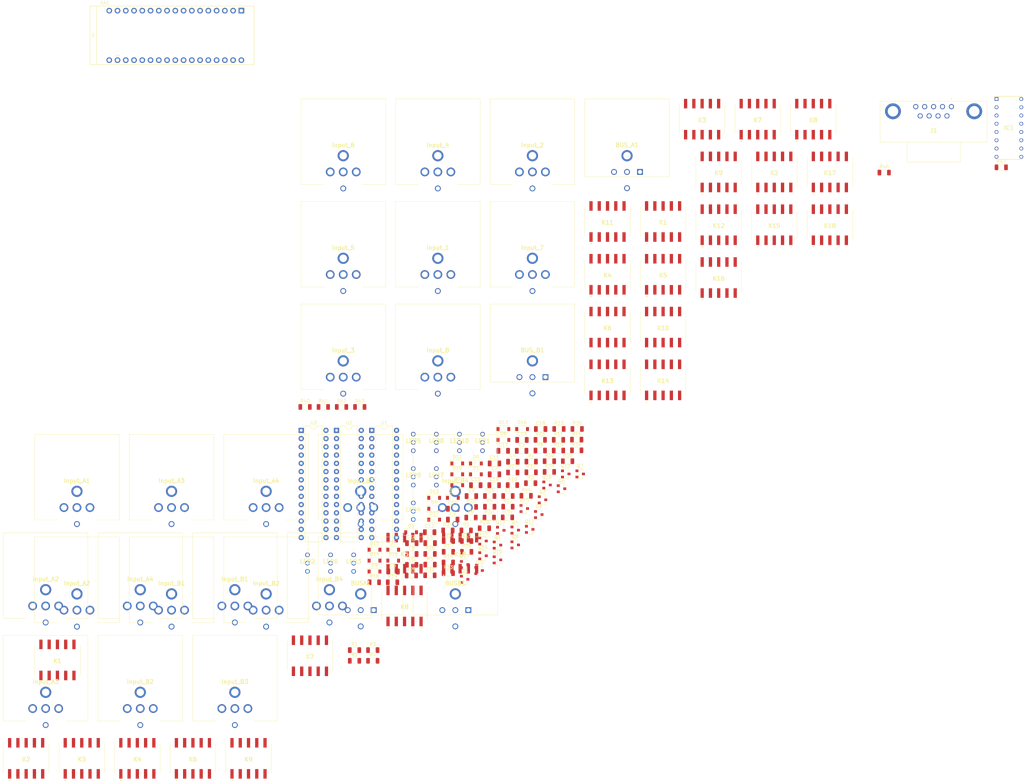
<source format=kicad_pcb>
(kicad_pcb (version 20171130) (host pcbnew "(5.1.8)-1")
  (layers (0 F.Cu signal) (31 B.Cu signal) (34 B.Paste user) (35 F.Paste user) (36 B.SilkS user) (37 F.SilkS user) (38 B.Mask user) (39 F.Mask user) (44 Edge.Cuts user))
  (net 0 "")
  (net 1 GND)
  (net 2 BUSA.2)
  (net 3 BUSA.3)
  (net 4 "Net-(BUSA1-PadG1)")
  (net 5 "Net-(BUSA1-PadMH1)")
  (net 6 "Net-(BUSB1-Pad1)")
  (net 7 "Net-(BUSB1-Pad2)")
  (net 8 "Net-(BUSB1-Pad3)")
  (net 9 "Net-(BUSB1-PadG1)")
  (net 10 "Net-(BUSB1-PadMH1)")
  (net 11 "Net-(Input_A2-Pad1)")
  (net 12 "Net-(Input_A2-Pad2)")
  (net 13 "Net-(Input_A2-Pad3)")
  (net 14 "Net-(Input_A2-Pad4)")
  (net 15 "Net-(Input_A2-Pad5)")
  (net 16 "Net-(Input_A3-Pad1)")
  (net 17 "Net-(Input_A3-Pad2)")
  (net 18 "Net-(Input_A3-Pad3)")
  (net 19 "Net-(Input_A3-Pad4)")
  (net 20 "Net-(Input_A3-Pad5)")
  (net 21 "Net-(Input_A4-Pad1)")
  (net 22 "Net-(Input_A4-Pad2)")
  (net 23 "Net-(Input_A4-Pad3)")
  (net 24 "Net-(Input_A4-Pad4)")
  (net 25 "Net-(Input_A4-Pad5)")
  (net 26 "Net-(Input_B1-Pad1)")
  (net 27 "Net-(Input_B1-Pad2)")
  (net 28 "Net-(Input_B1-Pad3)")
  (net 29 "Net-(Input_B1-Pad4)")
  (net 30 "Net-(Input_B1-Pad5)")
  (net 31 "Net-(Input_B2-Pad1)")
  (net 32 "Net-(Input_B2-Pad2)")
  (net 33 "Net-(Input_B2-Pad3)")
  (net 34 "Net-(Input_B2-Pad4)")
  (net 35 "Net-(Input_B2-Pad5)")
  (net 36 "Net-(Input_B3-Pad1)")
  (net 37 "Net-(Input_B3-Pad2)")
  (net 38 "Net-(Input_B3-Pad3)")
  (net 39 "Net-(Input_B3-Pad4)")
  (net 40 "Net-(Input_B3-Pad5)")
  (net 41 "Net-(Input_B4-Pad1)")
  (net 42 "Net-(Input_B4-Pad2)")
  (net 43 "Net-(Input_B4-Pad3)")
  (net 44 "Net-(Input_B4-Pad4)")
  (net 45 "Net-(Input_B4-Pad5)")
  (net 46 "Net-(K1-Pad2)")
  (net 47 "Net-(K1-Pad5)")
  (net 48 "Net-(K1-Pad6)")
  (net 49 "Net-(K1-Pad9)")
  (net 50 /RelayBoard/A1.1)
  (net 51 /RelayBoard/A1.2)
  (net 52 /RelayBoard/A1.3)
  (net 53 /RelayBoard/A1.4)
  (net 54 /RelayBoard/A1.5)
  (net 55 /RelayBoard/A2.1)
  (net 56 /RelayBoard/A2.2)
  (net 57 /RelayBoard/A2.3)
  (net 58 /RelayBoard/A2.4)
  (net 59 /RelayBoard/A2.5)
  (net 60 /RelayBoard/A3.1)
  (net 61 /RelayBoard/A3.2)
  (net 62 /RelayBoard/A3.3)
  (net 63 /RelayBoard/A3.4)
  (net 64 /RelayBoard/A3.5)
  (net 65 /RelayBoard/A4.1)
  (net 66 /RelayBoard/A4.2)
  (net 67 /RelayBoard/A4.3)
  (net 68 /RelayBoard/A4.4)
  (net 69 /RelayBoard/A4.5)
  (net 70 /RelayBoard/B1.1)
  (net 71 /RelayBoard/B1.2)
  (net 72 /RelayBoard/B1.3)
  (net 73 /RelayBoard/B1.4)
  (net 74 /RelayBoard/B1.5)
  (net 75 /RelayBoard/B2.1)
  (net 76 /RelayBoard/B2.2)
  (net 77 /RelayBoard/B2.3)
  (net 78 /RelayBoard/B2.4)
  (net 79 /RelayBoard/B2.5)
  (net 80 /RelayBoard/B3.1)
  (net 81 /RelayBoard/B3.2)
  (net 82 /RelayBoard/B3.3)
  (net 83 /RelayBoard/B3.4)
  (net 84 /RelayBoard/B3.5)
  (net 85 /RelayBoard/B4.1)
  (net 86 /RelayBoard/B4.2)
  (net 87 /RelayBoard/B4.3)
  (net 88 /RelayBoard/B4.4)
  (net 89 /RelayBoard/B4.5)
  (net 90 /RelayBoard/K1+)
  (net 91 /RelayBoard/K1-)
  (net 92 /RelayBoard/K2+)
  (net 93 "Net-(K2-Pad2)")
  (net 94 "Net-(K2-Pad5)")
  (net 95 "Net-(K2-Pad6)")
  (net 96 "Net-(K2-Pad9)")
  (net 97 /RelayBoard/K2-)
  (net 98 /RelayBoard/K3+)
  (net 99 "Net-(K3-Pad2)")
  (net 100 "Net-(K3-Pad5)")
  (net 101 "Net-(K3-Pad6)")
  (net 102 "Net-(K3-Pad9)")
  (net 103 /RelayBoard/K3-)
  (net 104 /RelayBoard/K4+)
  (net 105 "Net-(K4-Pad2)")
  (net 106 "Net-(K4-Pad5)")
  (net 107 "Net-(K4-Pad6)")
  (net 108 "Net-(K4-Pad9)")
  (net 109 /RelayBoard/K4-)
  (net 110 /RelayBoard/K5+)
  (net 111 "Net-(K5-Pad2)")
  (net 112 /RelayBoard/BUSB.2)
  (net 113 "Net-(K5-Pad5)")
  (net 114 "Net-(K5-Pad6)")
  (net 115 /RelayBoard/BUSB.3)
  (net 116 "Net-(K5-Pad9)")
  (net 117 /RelayBoard/K5-)
  (net 118 /RelayBoard/K6+)
  (net 119 "Net-(K6-Pad2)")
  (net 120 "Net-(K6-Pad5)")
  (net 121 "Net-(K6-Pad6)")
  (net 122 "Net-(K6-Pad9)")
  (net 123 /RelayBoard/K6-)
  (net 124 /RelayBoard/K7+)
  (net 125 "Net-(K7-Pad2)")
  (net 126 "Net-(K7-Pad5)")
  (net 127 "Net-(K7-Pad6)")
  (net 128 "Net-(K7-Pad9)")
  (net 129 /RelayBoard/K7-)
  (net 130 /RelayBoard/K8+)
  (net 131 "Net-(K8-Pad2)")
  (net 132 "Net-(K8-Pad5)")
  (net 133 "Net-(K8-Pad6)")
  (net 134 "Net-(K8-Pad9)")
  (net 135 /RelayBoard/K8-)
  (net 136 /RelayBoard/K9+)
  (net 137 "Net-(K9-Pad2)")
  (net 138 "Net-(K9-Pad3)")
  (net 139 "Net-(K9-Pad5)")
  (net 140 "Net-(K9-Pad6)")
  (net 141 "Net-(K9-Pad8)")
  (net 142 "Net-(K9-Pad9)")
  (net 143 /RelayBoard/K9-)
  (net 144 /RelayBoard/K10+)
  (net 145 "Net-(K10-Pad2)")
  (net 146 "Net-(K10-Pad3)")
  (net 147 "Net-(K10-Pad5)")
  (net 148 "Net-(K10-Pad6)")
  (net 149 "Net-(K10-Pad8)")
  (net 150 "Net-(K10-Pad9)")
  (net 151 /RelayBoard/K10-)
  (net 152 /RelayBoard/Phantom_48V)
  (net 153 "/Relay Board/BUSA.2")
  (net 154 "/Relay Board/BUSA.3")
  (net 155 "/Relay Board/BUSA.G")
  (net 156 "/Relay Board/BUSAMH")
  (net 157 "/Relay Board/BUSB.2")
  (net 158 "/Relay Board/BUSB.3")
  (net 159 "/Relay Board/BUSB.G")
  (net 160 "/Relay Board/BUSBMH")
  (net 161 "Net-(C1-Pad1)")
  (net 162 "Net-(C3-Pad1)")
  (net 163 "Net-(C4-Pad1)")
  (net 164 "Net-(C5-Pad1)")
  (net 165 "Net-(C6-Pad1)")
  (net 166 "Net-(C7-Pad1)")
  (net 167 "Net-(C8-Pad1)")
  (net 168 "Net-(C9-Pad1)")
  (net 169 "Net-(C10-Pad1)")
  (net 170 "Net-(C11-Pad1)")
  (net 171 "Net-(C12-Pad1)")
  (net 172 "Net-(C13-Pad1)")
  (net 173 "Net-(C14-Pad1)")
  (net 174 "Net-(C15-Pad1)")
  (net 175 "Net-(C16-Pad1)")
  (net 176 "Net-(C17-Pad1)")
  (net 177 "Net-(C18-Pad1)")
  (net 178 "/IO Board/K1-")
  (net 179 "/IO Board/5V_Relay")
  (net 180 "/IO Board/K2-")
  (net 181 "/IO Board/K3-")
  (net 182 "/IO Board/K4-")
  (net 183 "/IO Board/K5-")
  (net 184 "/IO Board/K6-")
  (net 185 "/IO Board/K7-")
  (net 186 "/IO Board/K8-")
  (net 187 "/IO Board/K9-")
  (net 188 "/IO Board/K10-")
  (net 189 "/IO Board/K11-")
  (net 190 "/IO Board/K12-")
  (net 191 "/IO Board/K13-")
  (net 192 "/IO Board/K14-")
  (net 193 "/IO Board/K15-")
  (net 194 "/IO Board/K16-")
  (net 195 "/IO Board/K17-")
  (net 196 "/IO Board/K18-")
  (net 197 "Net-(C19-Pad1)")
  (net 198 "Net-(C22-Pad1)")
  (net 199 "Net-(C19-Pad2)")
  (net 200 "Net-(C20-Pad1)")
  (net 201 "Net-(C20-Pad2)")
  (net 202 "Net-(C21-Pad2)")
  (net 203 "Net-(IC1-Pad7)")
  (net 204 "Net-(IC1-Pad8)")
  (net 205 "Net-(IC1-Pad9)")
  (net 206 "Net-(IC1-Pad10)")
  (net 207 "Net-(IC1-Pad11)")
  (net 208 "Net-(IC1-Pad12)")
  (net 209 "Net-(IC1-Pad13)")
  (net 210 "Net-(IC1-Pad14)")
  (net 211 "/MicroController Board/5V")
  (net 212 "/Relay Board/IN1.1")
  (net 213 "/Relay Board/IN1.2")
  (net 214 "/Relay Board/IN1.3")
  (net 215 "/Relay Board/IN1.4")
  (net 216 "/Relay Board/IN1.5")
  (net 217 "/Relay Board/IN2.1")
  (net 218 "/Relay Board/IN2.2")
  (net 219 "/Relay Board/IN2.3")
  (net 220 "/Relay Board/IN2.4")
  (net 221 "/Relay Board/IN2.5")
  (net 222 "/Relay Board/IN3.1")
  (net 223 "/Relay Board/IN3.2")
  (net 224 "/Relay Board/IN3.3")
  (net 225 "/Relay Board/IN3.4")
  (net 226 "/Relay Board/IN3.5")
  (net 227 "/Relay Board/IN4.1")
  (net 228 "/Relay Board/IN4.2")
  (net 229 "/Relay Board/IN4.3")
  (net 230 "/Relay Board/IN4.4")
  (net 231 "/Relay Board/IN4.5")
  (net 232 "/Relay Board/IN5.1")
  (net 233 "/Relay Board/IN5.2")
  (net 234 "/Relay Board/IN5.3")
  (net 235 "/Relay Board/IN5.4")
  (net 236 "/Relay Board/IN5.5")
  (net 237 "/Relay Board/IN6.1")
  (net 238 "/Relay Board/IN6.2")
  (net 239 "/Relay Board/IN6.3")
  (net 240 "/Relay Board/IN6.4")
  (net 241 "/Relay Board/IN6.5")
  (net 242 "/Relay Board/IN7.1")
  (net 243 "/Relay Board/IN7.2")
  (net 244 "/Relay Board/IN7.3")
  (net 245 "/Relay Board/IN7.4")
  (net 246 "/Relay Board/IN7.5")
  (net 247 "/Relay Board/IN8.1")
  (net 248 "/Relay Board/IN8.2")
  (net 249 "/Relay Board/IN8.3")
  (net 250 "/Relay Board/IN8.4")
  (net 251 "/Relay Board/IN8.5")
  (net 252 "Net-(J1-Pad1)")
  (net 253 "Net-(J1-Pad4)")
  (net 254 "Net-(J1-Pad7)")
  (net 255 "Net-(J1-Pad9)")
  (net 256 "Net-(J1-Pad10)")
  (net 257 "Net-(J1-Pad11)")
  (net 258 "/Relay Board/K1+")
  (net 259 "/Relay Board/K1-")
  (net 260 "/Relay Board/K9+")
  (net 261 "/Relay Board/K9-")
  (net 262 "/Relay Board/K2+")
  (net 263 "/Relay Board/K2-")
  (net 264 "/Relay Board/K10+")
  (net 265 "/Relay Board/K10-")
  (net 266 "/Relay Board/K17+")
  (net 267 "Net-(K5-Pad3)")
  (net 268 "Net-(K5-Pad8)")
  (net 269 "/Relay Board/K17-")
  (net 270 "/Relay Board/K3+")
  (net 271 "/Relay Board/K3-")
  (net 272 "/Relay Board/K11+")
  (net 273 "/Relay Board/K11-")
  (net 274 "/Relay Board/K4+")
  (net 275 "/Relay Board/K4-")
  (net 276 "/Relay Board/K12+")
  (net 277 "/Relay Board/K12-")
  (net 278 "/Relay Board/K18+")
  (net 279 "/Relay Board/K18-")
  (net 280 "/Relay Board/K5+")
  (net 281 "Net-(K11-Pad2)")
  (net 282 "Net-(K11-Pad5)")
  (net 283 "Net-(K11-Pad6)")
  (net 284 "Net-(K11-Pad9)")
  (net 285 "/Relay Board/K5-")
  (net 286 "/Relay Board/K13+")
  (net 287 "Net-(K12-Pad2)")
  (net 288 "Net-(K12-Pad5)")
  (net 289 "Net-(K12-Pad6)")
  (net 290 "Net-(K12-Pad9)")
  (net 291 "/Relay Board/K13-")
  (net 292 "/Relay Board/K6+")
  (net 293 "Net-(K13-Pad2)")
  (net 294 "Net-(K13-Pad5)")
  (net 295 "Net-(K13-Pad6)")
  (net 296 "Net-(K13-Pad9)")
  (net 297 "/Relay Board/K6-")
  (net 298 "/Relay Board/K14+")
  (net 299 "Net-(K14-Pad2)")
  (net 300 "Net-(K14-Pad5)")
  (net 301 "Net-(K14-Pad6)")
  (net 302 "Net-(K14-Pad9)")
  (net 303 "/Relay Board/K14-")
  (net 304 "/Relay Board/K7+")
  (net 305 "Net-(K15-Pad2)")
  (net 306 "Net-(K15-Pad5)")
  (net 307 "Net-(K15-Pad6)")
  (net 308 "Net-(K15-Pad9)")
  (net 309 "/Relay Board/K7-")
  (net 310 "/Relay Board/K15+")
  (net 311 "Net-(K16-Pad2)")
  (net 312 "Net-(K16-Pad5)")
  (net 313 "Net-(K16-Pad6)")
  (net 314 "Net-(K16-Pad9)")
  (net 315 "/Relay Board/K15-")
  (net 316 "/Relay Board/K8+")
  (net 317 "Net-(K17-Pad2)")
  (net 318 "Net-(K17-Pad5)")
  (net 319 "Net-(K17-Pad6)")
  (net 320 "Net-(K17-Pad9)")
  (net 321 "/Relay Board/K8-")
  (net 322 "/Relay Board/K16+")
  (net 323 "Net-(K18-Pad2)")
  (net 324 "Net-(K18-Pad5)")
  (net 325 "Net-(K18-Pad6)")
  (net 326 "Net-(K18-Pad9)")
  (net 327 "/Relay Board/K16-")
  (net 328 "Net-(LED1-Pad1)")
  (net 329 "Net-(LED1-Pad3)")
  (net 330 "Net-(LED2-Pad1)")
  (net 331 "Net-(LED2-Pad3)")
  (net 332 "Net-(LED3-Pad1)")
  (net 333 "Net-(LED3-Pad3)")
  (net 334 "Net-(LED4-Pad1)")
  (net 335 "Net-(LED4-Pad3)")
  (net 336 "Net-(LED5-Pad1)")
  (net 337 "Net-(LED5-Pad3)")
  (net 338 "Net-(LED6-Pad1)")
  (net 339 "Net-(LED6-Pad3)")
  (net 340 "Net-(LED7-Pad1)")
  (net 341 "Net-(LED7-Pad3)")
  (net 342 "Net-(LED8-Pad1)")
  (net 343 "Net-(LED8-Pad3)")
  (net 344 "Net-(LED9-Pad1)")
  (net 345 "Net-(LED9-Pad3)")
  (net 346 "Net-(LED10-Pad1)")
  (net 347 "Net-(LED10-Pad3)")
  (net 348 "Net-(C2-Pad1)")
  (net 349 "Net-(R1-Pad2)")
  (net 350 "Net-(R2-Pad2)")
  (net 351 "Net-(R3-Pad2)")
  (net 352 "Net-(R4-Pad2)")
  (net 353 "Net-(R5-Pad2)")
  (net 354 "Net-(R6-Pad2)")
  (net 355 "Net-(R7-Pad2)")
  (net 356 "Net-(R8-Pad2)")
  (net 357 "Net-(R9-Pad2)")
  (net 358 "Net-(R10-Pad2)")
  (net 359 "Net-(R11-Pad2)")
  (net 360 "Net-(R12-Pad2)")
  (net 361 "Net-(R13-Pad2)")
  (net 362 "Net-(R14-Pad2)")
  (net 363 "Net-(R15-Pad2)")
  (net 364 "Net-(R16-Pad2)")
  (net 365 "Net-(R17-Pad2)")
  (net 366 "Net-(R18-Pad2)")
  (net 367 "Net-(R19-Pad2)")
  (net 368 "Net-(R20-Pad1)")
  (net 369 "Net-(R21-Pad2)")
  (net 370 "Net-(R22-Pad1)")
  (net 371 "Net-(R23-Pad2)")
  (net 372 "Net-(R24-Pad2)")
  (net 373 "Net-(R25-Pad2)")
  (net 374 "Net-(R26-Pad2)")
  (net 375 "Net-(R27-Pad2)")
  (net 376 "Net-(R28-Pad2)")
  (net 377 "Net-(R29-Pad2)")
  (net 378 "Net-(R30-Pad2)")
  (net 379 "Net-(R31-Pad2)")
  (net 380 "Net-(R32-Pad2)")
  (net 381 "Net-(R33-Pad2)")
  (net 382 "Net-(R34-Pad2)")
  (net 383 "Net-(R35-Pad2)")
  (net 384 "Net-(R36-Pad2)")
  (net 385 "Net-(R37-Pad2)")
  (net 386 "Net-(R38-Pad2)")
  (net 387 "/IO Board/VDD")
  (net 388 "Net-(R39-Pad1)")
  (net 389 "/Relay Board/Phantom_48V")
  (net 390 "Net-(R44-Pad1)")
  (net 391 "Net-(R45-Pad1)")
  (net 392 "Net-(U1-Pad14)")
  (net 393 "/IO Board/I2C_SDA")
  (net 394 "/IO Board/I2C_SCK")
  (net 395 "Net-(U1-Pad11)")
  (net 396 "Net-(U1-Pad20)")
  (net 397 "Net-(U1-Pad19)")
  (net 398 "Net-(U1-Pad17)")
  (net 399 "Net-(U1-Pad16)")
  (net 400 "Net-(U1-Pad15)")
  (net 401 "Net-(U2-Pad14)")
  (net 402 "Net-(U2-Pad11)")
  (net 403 "Net-(U2-Pad24)")
  (net 404 "Net-(U2-Pad23)")
  (net 405 "Net-(U2-Pad22)")
  (net 406 "Net-(U2-Pad8)")
  (net 407 "Net-(U2-Pad21)")
  (net 408 "Net-(U2-Pad7)")
  (net 409 "Net-(U2-Pad20)")
  (net 410 "Net-(U2-Pad6)")
  (net 411 "Net-(U2-Pad19)")
  (net 412 "Net-(U2-Pad5)")
  (net 413 "Net-(U2-Pad4)")
  (net 414 "Net-(U2-Pad17)")
  (net 415 "Net-(U2-Pad3)")
  (net 416 "Net-(U2-Pad16)")
  (net 417 "Net-(U2-Pad15)")
  (net 418 "Net-(U3-Pad14)")
  (net 419 "Net-(U3-Pad11)")
  (net 420 "Net-(U3-Pad20)")
  (net 421 "Net-(U3-Pad19)")
  (net 422 "Net-(U3-Pad17)")
  (net 423 "Net-(U3-Pad16)")
  (net 424 "Net-(U3-Pad15)")
  (net 425 "Net-(XA1-PadRST2)")
  (net 426 "Net-(XA1-PadMOSI)")
  (net 427 "Net-(XA1-PadSCK)")
  (net 428 "Net-(XA1-PadA0)")
  (net 429 "Net-(XA1-PadVIN)")
  (net 430 "Net-(XA1-Pad3V3)")
  (net 431 "Net-(XA1-PadRST1)")
  (net 432 "Net-(XA1-PadSS)")
  (net 433 "Net-(XA1-PadD4)")
  (net 434 "Net-(XA1-PadD5)")
  (net 435 "Net-(XA1-PadD6)")
  (net 436 "Net-(XA1-PadD7)")
  (net 437 "Net-(XA1-PadD8)")
  (net 438 "Net-(XA1-PadD9)")
  (net 439 "Net-(XA1-PadD10)")
  (net 440 "Net-(XA1-PadAREF)")
  (net 441 "Net-(XA1-PadD13)")
  (net 442 "Net-(XA1-PadD12)")
  (net 443 "Net-(XA1-PadD11)")
  (net 444 "Net-(XA1-PadA1)")
  (net 445 "Net-(XA1-PadA2)")
  (net 446 "Net-(XA1-PadA3)")
  (net 447 "Net-(XA1-PadA4)")
  (net 448 "Net-(XA1-PadA5)")
  (net 449 "Net-(XA1-PadMISO)")
  (module BVKSound:57478446 (layer F.Cu) (at 378.879001 -44.429999)
    (fp_text reference J1 (at 0 0) (layer F.SilkS) (effects (font (size 1.27 1.27) (thickness 0.254))))
    (fp_text value 5747844-6 hide)
    (pad 1 thru_hole circle (at 5.486 -7.344) (size 1.5621 1.5621) (drill 1.0414) (layers *.Cu *.Mask) (net 252 "Net-(J1-Pad1)"))
    (pad 2 thru_hole circle (at 2.743 -7.344) (size 1.5621 1.5621) (drill 1.0414) (layers *.Cu *.Mask) (net 210 "Net-(IC1-Pad14)"))
    (pad 3 thru_hole circle (at 0 -7.344) (size 1.5621 1.5621) (drill 1.0414) (layers *.Cu *.Mask) (net 209 "Net-(IC1-Pad13)"))
    (pad 4 thru_hole circle (at -2.743 -7.344) (size 1.5621 1.5621) (drill 1.0414) (layers *.Cu *.Mask) (net 253 "Net-(J1-Pad4)"))
    (pad 5 thru_hole circle (at -5.486 -7.344) (size 1.5621 1.5621) (drill 1.0414) (layers *.Cu *.Mask) (net 1 GND))
    (pad 6 thru_hole circle (at 4.115 -4.499) (size 1.5621 1.5621) (drill 1.0414) (layers *.Cu *.Mask) (net 253 "Net-(J1-Pad4)"))
    (pad 7 thru_hole circle (at 1.372 -4.499) (size 1.5621 1.5621) (drill 1.0414) (layers *.Cu *.Mask) (net 254 "Net-(J1-Pad7)"))
    (pad 8 thru_hole circle (at -1.372 -4.499) (size 1.5621 1.5621) (drill 1.0414) (layers *.Cu *.Mask) (net 254 "Net-(J1-Pad7)"))
    (pad 9 thru_hole circle (at -4.115 -4.499) (size 1.5621 1.5621) (drill 1.0414) (layers *.Cu *.Mask) (net 255 "Net-(J1-Pad9)"))
    (pad 10 thru_hole circle (at -12.497 -5.921) (size 4.8768 4.8768) (drill 3.2512) (layers *.Cu *.Mask) (net 256 "Net-(J1-Pad10)"))
    (pad 11 thru_hole circle (at 12.497 -5.921) (size 4.8768 4.8768) (drill 3.2512) (layers *.Cu *.Mask) (net 257 "Net-(J1-Pad11)"))
  )
  (module BVKSound:DIP762W56P254L1918H457Q16N (layer F.Cu) (at 402.045001 -45.239999)
    (fp_text reference IC1 (at 0 0) (layer F.SilkS) (effects (font (size 1.27 1.27) (thickness 0.254))))
    (fp_text value MAX232ECPE+ hide)
    (pad 1 thru_hole rect (at -3.81 -8.89) (size 1.16 1.16) (drill 0.76) (layers *.Cu *.Mask) (net 197 "Net-(C19-Pad1)"))
    (pad 2 thru_hole circle (at -3.81 -6.35) (size 1.16 1.16) (drill 0.76) (layers *.Cu *.Mask) (net 198 "Net-(C22-Pad1)"))
    (pad 3 thru_hole circle (at -3.81 -3.81) (size 1.16 1.16) (drill 0.76) (layers *.Cu *.Mask) (net 199 "Net-(C19-Pad2)"))
    (pad 4 thru_hole circle (at -3.81 -1.27) (size 1.16 1.16) (drill 0.76) (layers *.Cu *.Mask) (net 200 "Net-(C20-Pad1)"))
    (pad 5 thru_hole circle (at -3.81 1.27) (size 1.16 1.16) (drill 0.76) (layers *.Cu *.Mask) (net 201 "Net-(C20-Pad2)"))
    (pad 6 thru_hole circle (at -3.81 3.81) (size 1.16 1.16) (drill 0.76) (layers *.Cu *.Mask) (net 202 "Net-(C21-Pad2)"))
    (pad 7 thru_hole circle (at -3.81 6.35) (size 1.16 1.16) (drill 0.76) (layers *.Cu *.Mask) (net 203 "Net-(IC1-Pad7)"))
    (pad 8 thru_hole circle (at -3.81 8.89) (size 1.16 1.16) (drill 0.76) (layers *.Cu *.Mask) (net 204 "Net-(IC1-Pad8)"))
    (pad 9 thru_hole circle (at 3.81 8.89) (size 1.16 1.16) (drill 0.76) (layers *.Cu *.Mask) (net 205 "Net-(IC1-Pad9)"))
    (pad 10 thru_hole circle (at 3.81 6.35) (size 1.16 1.16) (drill 0.76) (layers *.Cu *.Mask) (net 206 "Net-(IC1-Pad10)"))
    (pad 11 thru_hole circle (at 3.81 3.81) (size 1.16 1.16) (drill 0.76) (layers *.Cu *.Mask) (net 207 "Net-(IC1-Pad11)"))
    (pad 12 thru_hole circle (at 3.81 1.27) (size 1.16 1.16) (drill 0.76) (layers *.Cu *.Mask) (net 208 "Net-(IC1-Pad12)"))
    (pad 13 thru_hole circle (at 3.81 -1.27) (size 1.16 1.16) (drill 0.76) (layers *.Cu *.Mask) (net 209 "Net-(IC1-Pad13)"))
    (pad 14 thru_hole circle (at 3.81 -3.81) (size 1.16 1.16) (drill 0.76) (layers *.Cu *.Mask) (net 210 "Net-(IC1-Pad14)"))
    (pad 15 thru_hole circle (at 3.81 -6.35) (size 1.16 1.16) (drill 0.76) (layers *.Cu *.Mask) (net 1 GND))
    (pad 16 thru_hole circle (at 3.81 -8.89) (size 1.16 1.16) (drill 0.76) (layers *.Cu *.Mask) (net 211 "/MicroController Board/5V"))
  )
  (module BVKSound:Arduino_Micro_Socket (layer F.Cu) (at 121.371001 -64.706999)
    (fp_text reference XA1 (at 2.54 -19.05) (layer F.SilkS))
    (fp_text value Arduino_Micro_Socket)
    (fp_text user 3.3V (at 6.46 -2.794) (layer F.SilkS) (effects (font (size 0.5 0.5) (thickness 0.075))))
    (fp_text user USB (at -1.016 -9.017 90) (layer F.SilkS) (effects (font (size 0.5 0.5) (thickness 0.075))))
    (pad "" np_thru_hole circle (at 47.1 -16.62) (size 1.016 1.016) (drill 1.016) (layers *.Cu *.Mask))
    (pad "" np_thru_hole circle (at 1.38 -16.62) (size 1.016 1.016) (drill 1.016) (layers *.Cu *.Mask))
    (pad "" np_thru_hole circle (at 47.1 -1.38) (size 1.016 1.016) (drill 1.016) (layers *.Cu *.Mask))
    (pad "" thru_hole oval (at 26.78 -1.38) (size 1.7272 1.7272) (drill 1.016) (layers *.Cu *.Mask))
    (pad RST2 thru_hole oval (at 34.4 -16.62) (size 1.7272 1.7272) (drill 1.016) (layers *.Cu *.Mask) (net 425 "Net-(XA1-PadRST2)"))
    (pad MOSI thru_hole rect (at 44.56 -16.62) (size 1.7272 1.7272) (drill 1.016) (layers *.Cu *.Mask) (net 426 "Net-(XA1-PadMOSI)"))
    (pad SCK thru_hole oval (at 44.56 -1.38) (size 1.7272 1.7272) (drill 1.016) (layers *.Cu *.Mask) (net 427 "Net-(XA1-PadSCK)"))
    (pad A0 thru_hole oval (at 11.54 -1.38) (size 1.7272 1.7272) (drill 1.016) (layers *.Cu *.Mask) (net 428 "Net-(XA1-PadA0)"))
    (pad VIN thru_hole oval (at 39.48 -1.38) (size 1.7272 1.7272) (drill 1.016) (layers *.Cu *.Mask) (net 429 "Net-(XA1-PadVIN)"))
    (pad GND2 thru_hole oval (at 31.86 -16.62) (size 1.7272 1.7272) (drill 1.016) (layers *.Cu *.Mask) (net 1 GND))
    (pad GND1 thru_hole oval (at 36.94 -1.38) (size 1.7272 1.7272) (drill 1.016) (layers *.Cu *.Mask) (net 1 GND))
    (pad 5V thru_hole oval (at 31.86 -1.38) (size 1.7272 1.7272) (drill 1.016) (layers *.Cu *.Mask) (net 211 "/MicroController Board/5V"))
    (pad 3V3 thru_hole oval (at 6.46 -1.38) (size 1.7272 1.7272) (drill 1.016) (layers *.Cu *.Mask) (net 430 "Net-(XA1-Pad3V3)"))
    (pad RST1 thru_hole oval (at 34.4 -1.38) (size 1.7272 1.7272) (drill 1.016) (layers *.Cu *.Mask) (net 431 "Net-(XA1-PadRST1)"))
    (pad SS thru_hole oval (at 42.02 -16.62) (size 1.7272 1.7272) (drill 1.016) (layers *.Cu *.Mask) (net 432 "Net-(XA1-PadSS)"))
    (pad D0 thru_hole oval (at 36.94 -16.62) (size 1.7272 1.7272) (drill 1.016) (layers *.Cu *.Mask) (net 208 "Net-(IC1-Pad12)"))
    (pad D1 thru_hole oval (at 39.48 -16.62) (size 1.7272 1.7272) (drill 1.016) (layers *.Cu *.Mask) (net 207 "Net-(IC1-Pad11)"))
    (pad D2 thru_hole oval (at 29.32 -16.62) (size 1.7272 1.7272) (drill 1.016) (layers *.Cu *.Mask) (net 393 "/IO Board/I2C_SDA"))
    (pad D3 thru_hole oval (at 26.78 -16.62) (size 1.7272 1.7272) (drill 1.016) (layers *.Cu *.Mask) (net 394 "/IO Board/I2C_SCK"))
    (pad D4 thru_hole oval (at 24.24 -16.62) (size 1.7272 1.7272) (drill 1.016) (layers *.Cu *.Mask) (net 433 "Net-(XA1-PadD4)"))
    (pad D5 thru_hole oval (at 21.7 -16.62) (size 1.7272 1.7272) (drill 1.016) (layers *.Cu *.Mask) (net 434 "Net-(XA1-PadD5)"))
    (pad D6 thru_hole oval (at 19.16 -16.62) (size 1.7272 1.7272) (drill 1.016) (layers *.Cu *.Mask) (net 435 "Net-(XA1-PadD6)"))
    (pad D7 thru_hole oval (at 16.62 -16.62) (size 1.7272 1.7272) (drill 1.016) (layers *.Cu *.Mask) (net 436 "Net-(XA1-PadD7)"))
    (pad D8 thru_hole oval (at 14.08 -16.62) (size 1.7272 1.7272) (drill 1.016) (layers *.Cu *.Mask) (net 437 "Net-(XA1-PadD8)"))
    (pad D9 thru_hole oval (at 11.54 -16.62) (size 1.7272 1.7272) (drill 1.016) (layers *.Cu *.Mask) (net 438 "Net-(XA1-PadD9)"))
    (pad D10 thru_hole oval (at 9 -16.62) (size 1.7272 1.7272) (drill 1.016) (layers *.Cu *.Mask) (net 439 "Net-(XA1-PadD10)"))
    (pad "" np_thru_hole circle (at 1.38 -1.38) (size 1.016 1.016) (drill 1.016) (layers *.Cu *.Mask))
    (pad AREF thru_hole oval (at 9 -1.38) (size 1.7272 1.7272) (drill 1.016) (layers *.Cu *.Mask) (net 440 "Net-(XA1-PadAREF)"))
    (pad D13 thru_hole oval (at 3.92 -1.38) (size 1.7272 1.7272) (drill 1.016) (layers *.Cu *.Mask) (net 441 "Net-(XA1-PadD13)"))
    (pad D12 thru_hole oval (at 3.92 -16.62) (size 1.7272 1.7272) (drill 1.016) (layers *.Cu *.Mask) (net 442 "Net-(XA1-PadD12)"))
    (pad D11 thru_hole oval (at 6.46 -16.62) (size 1.7272 1.7272) (drill 1.016) (layers *.Cu *.Mask) (net 443 "Net-(XA1-PadD11)"))
    (pad "" thru_hole oval (at 29.32 -1.38) (size 1.7272 1.7272) (drill 1.016) (layers *.Cu *.Mask))
    (pad A1 thru_hole oval (at 14.08 -1.38) (size 1.7272 1.7272) (drill 1.016) (layers *.Cu *.Mask) (net 444 "Net-(XA1-PadA1)"))
    (pad A2 thru_hole oval (at 16.62 -1.38) (size 1.7272 1.7272) (drill 1.016) (layers *.Cu *.Mask) (net 445 "Net-(XA1-PadA2)"))
    (pad A3 thru_hole oval (at 19.16 -1.38) (size 1.7272 1.7272) (drill 1.016) (layers *.Cu *.Mask) (net 446 "Net-(XA1-PadA3)"))
    (pad A4 thru_hole oval (at 21.7 -1.38) (size 1.7272 1.7272) (drill 1.016) (layers *.Cu *.Mask) (net 447 "Net-(XA1-PadA4)"))
    (pad A5 thru_hole oval (at 24.24 -1.38) (size 1.7272 1.7272) (drill 1.016) (layers *.Cu *.Mask) (net 448 "Net-(XA1-PadA5)"))
    (pad MISO thru_hole oval (at 42.02 -1.38) (size 1.7272 1.7272) (drill 1.016) (layers *.Cu *.Mask) (net 449 "Net-(XA1-PadMISO)"))
  )
  (module Package_DIP:DIP-28_W7.62mm (layer F.Cu) (at 184.345001 47.865001)
    (fp_text reference U3 (at 3.81 -2.33) (layer F.SilkS))
    (fp_text value MCP23017_SP)
    (pad 28 thru_hole oval (at 7.62 0) (size 1.6 1.6) (drill 0.8) (layers *.Cu *.Mask) (net 386 "Net-(R38-Pad2)"))
    (pad 14 thru_hole oval (at 0 33.02) (size 1.6 1.6) (drill 0.8) (layers *.Cu *.Mask) (net 418 "Net-(U3-Pad14)"))
    (pad 27 thru_hole oval (at 7.62 2.54) (size 1.6 1.6) (drill 0.8) (layers *.Cu *.Mask) (net 385 "Net-(R37-Pad2)"))
    (pad 13 thru_hole oval (at 0 30.48) (size 1.6 1.6) (drill 0.8) (layers *.Cu *.Mask) (net 393 "/IO Board/I2C_SDA"))
    (pad 26 thru_hole oval (at 7.62 5.08) (size 1.6 1.6) (drill 0.8) (layers *.Cu *.Mask) (net 384 "Net-(R36-Pad2)"))
    (pad 12 thru_hole oval (at 0 27.94) (size 1.6 1.6) (drill 0.8) (layers *.Cu *.Mask) (net 394 "/IO Board/I2C_SCK"))
    (pad 25 thru_hole oval (at 7.62 7.62) (size 1.6 1.6) (drill 0.8) (layers *.Cu *.Mask) (net 383 "Net-(R35-Pad2)"))
    (pad 11 thru_hole oval (at 0 25.4) (size 1.6 1.6) (drill 0.8) (layers *.Cu *.Mask) (net 419 "Net-(U3-Pad11)"))
    (pad 24 thru_hole oval (at 7.62 10.16) (size 1.6 1.6) (drill 0.8) (layers *.Cu *.Mask) (net 382 "Net-(R34-Pad2)"))
    (pad 10 thru_hole oval (at 0 22.86) (size 1.6 1.6) (drill 0.8) (layers *.Cu *.Mask) (net 1 GND))
    (pad 23 thru_hole oval (at 7.62 12.7) (size 1.6 1.6) (drill 0.8) (layers *.Cu *.Mask) (net 381 "Net-(R33-Pad2)"))
    (pad 9 thru_hole oval (at 0 20.32) (size 1.6 1.6) (drill 0.8) (layers *.Cu *.Mask) (net 387 "/IO Board/VDD"))
    (pad 22 thru_hole oval (at 7.62 15.24) (size 1.6 1.6) (drill 0.8) (layers *.Cu *.Mask) (net 380 "Net-(R32-Pad2)"))
    (pad 8 thru_hole oval (at 0 17.78) (size 1.6 1.6) (drill 0.8) (layers *.Cu *.Mask) (net 378 "Net-(R30-Pad2)"))
    (pad 21 thru_hole oval (at 7.62 17.78) (size 1.6 1.6) (drill 0.8) (layers *.Cu *.Mask) (net 379 "Net-(R31-Pad2)"))
    (pad 7 thru_hole oval (at 0 15.24) (size 1.6 1.6) (drill 0.8) (layers *.Cu *.Mask) (net 377 "Net-(R29-Pad2)"))
    (pad 20 thru_hole oval (at 7.62 20.32) (size 1.6 1.6) (drill 0.8) (layers *.Cu *.Mask) (net 420 "Net-(U3-Pad20)"))
    (pad 6 thru_hole oval (at 0 12.7) (size 1.6 1.6) (drill 0.8) (layers *.Cu *.Mask) (net 376 "Net-(R28-Pad2)"))
    (pad 19 thru_hole oval (at 7.62 22.86) (size 1.6 1.6) (drill 0.8) (layers *.Cu *.Mask) (net 421 "Net-(U3-Pad19)"))
    (pad 5 thru_hole oval (at 0 10.16) (size 1.6 1.6) (drill 0.8) (layers *.Cu *.Mask) (net 375 "Net-(R27-Pad2)"))
    (pad 18 thru_hole oval (at 7.62 25.4) (size 1.6 1.6) (drill 0.8) (layers *.Cu *.Mask) (net 388 "Net-(R39-Pad1)"))
    (pad 4 thru_hole oval (at 0 7.62) (size 1.6 1.6) (drill 0.8) (layers *.Cu *.Mask) (net 374 "Net-(R26-Pad2)"))
    (pad 17 thru_hole oval (at 7.62 27.94) (size 1.6 1.6) (drill 0.8) (layers *.Cu *.Mask) (net 422 "Net-(U3-Pad17)"))
    (pad 3 thru_hole oval (at 0 5.08) (size 1.6 1.6) (drill 0.8) (layers *.Cu *.Mask) (net 373 "Net-(R25-Pad2)"))
    (pad 16 thru_hole oval (at 7.62 30.48) (size 1.6 1.6) (drill 0.8) (layers *.Cu *.Mask) (net 423 "Net-(U3-Pad16)"))
    (pad 2 thru_hole oval (at 0 2.54) (size 1.6 1.6) (drill 0.8) (layers *.Cu *.Mask) (net 372 "Net-(R24-Pad2)"))
    (pad 15 thru_hole oval (at 7.62 33.02) (size 1.6 1.6) (drill 0.8) (layers *.Cu *.Mask) (net 424 "Net-(U3-Pad15)"))
    (pad 1 thru_hole rect (at 0 0) (size 1.6 1.6) (drill 0.8) (layers *.Cu *.Mask) (net 371 "Net-(R23-Pad2)"))
  )
  (module Package_DIP:DIP-28_W7.62mm (layer F.Cu) (at 195.195001 47.865001)
    (fp_text reference U2 (at 3.81 -2.33) (layer F.SilkS))
    (fp_text value MCP23017_SP)
    (pad 28 thru_hole oval (at 7.62 0) (size 1.6 1.6) (drill 0.8) (layers *.Cu *.Mask) (net 370 "Net-(R22-Pad1)"))
    (pad 14 thru_hole oval (at 0 33.02) (size 1.6 1.6) (drill 0.8) (layers *.Cu *.Mask) (net 401 "Net-(U2-Pad14)"))
    (pad 27 thru_hole oval (at 7.62 2.54) (size 1.6 1.6) (drill 0.8) (layers *.Cu *.Mask) (net 369 "Net-(R21-Pad2)"))
    (pad 13 thru_hole oval (at 0 30.48) (size 1.6 1.6) (drill 0.8) (layers *.Cu *.Mask) (net 393 "/IO Board/I2C_SDA"))
    (pad 26 thru_hole oval (at 7.62 5.08) (size 1.6 1.6) (drill 0.8) (layers *.Cu *.Mask) (net 368 "Net-(R20-Pad1)"))
    (pad 12 thru_hole oval (at 0 27.94) (size 1.6 1.6) (drill 0.8) (layers *.Cu *.Mask) (net 394 "/IO Board/I2C_SCK"))
    (pad 25 thru_hole oval (at 7.62 7.62) (size 1.6 1.6) (drill 0.8) (layers *.Cu *.Mask) (net 367 "Net-(R19-Pad2)"))
    (pad 11 thru_hole oval (at 0 25.4) (size 1.6 1.6) (drill 0.8) (layers *.Cu *.Mask) (net 402 "Net-(U2-Pad11)"))
    (pad 24 thru_hole oval (at 7.62 10.16) (size 1.6 1.6) (drill 0.8) (layers *.Cu *.Mask) (net 403 "Net-(U2-Pad24)"))
    (pad 10 thru_hole oval (at 0 22.86) (size 1.6 1.6) (drill 0.8) (layers *.Cu *.Mask) (net 1 GND))
    (pad 23 thru_hole oval (at 7.62 12.7) (size 1.6 1.6) (drill 0.8) (layers *.Cu *.Mask) (net 404 "Net-(U2-Pad23)"))
    (pad 9 thru_hole oval (at 0 20.32) (size 1.6 1.6) (drill 0.8) (layers *.Cu *.Mask) (net 387 "/IO Board/VDD"))
    (pad 22 thru_hole oval (at 7.62 15.24) (size 1.6 1.6) (drill 0.8) (layers *.Cu *.Mask) (net 405 "Net-(U2-Pad22)"))
    (pad 8 thru_hole oval (at 0 17.78) (size 1.6 1.6) (drill 0.8) (layers *.Cu *.Mask) (net 406 "Net-(U2-Pad8)"))
    (pad 21 thru_hole oval (at 7.62 17.78) (size 1.6 1.6) (drill 0.8) (layers *.Cu *.Mask) (net 407 "Net-(U2-Pad21)"))
    (pad 7 thru_hole oval (at 0 15.24) (size 1.6 1.6) (drill 0.8) (layers *.Cu *.Mask) (net 408 "Net-(U2-Pad7)"))
    (pad 20 thru_hole oval (at 7.62 20.32) (size 1.6 1.6) (drill 0.8) (layers *.Cu *.Mask) (net 409 "Net-(U2-Pad20)"))
    (pad 6 thru_hole oval (at 0 12.7) (size 1.6 1.6) (drill 0.8) (layers *.Cu *.Mask) (net 410 "Net-(U2-Pad6)"))
    (pad 19 thru_hole oval (at 7.62 22.86) (size 1.6 1.6) (drill 0.8) (layers *.Cu *.Mask) (net 411 "Net-(U2-Pad19)"))
    (pad 5 thru_hole oval (at 0 10.16) (size 1.6 1.6) (drill 0.8) (layers *.Cu *.Mask) (net 412 "Net-(U2-Pad5)"))
    (pad 18 thru_hole oval (at 7.62 25.4) (size 1.6 1.6) (drill 0.8) (layers *.Cu *.Mask) (net 391 "Net-(R45-Pad1)"))
    (pad 4 thru_hole oval (at 0 7.62) (size 1.6 1.6) (drill 0.8) (layers *.Cu *.Mask) (net 413 "Net-(U2-Pad4)"))
    (pad 17 thru_hole oval (at 7.62 27.94) (size 1.6 1.6) (drill 0.8) (layers *.Cu *.Mask) (net 414 "Net-(U2-Pad17)"))
    (pad 3 thru_hole oval (at 0 5.08) (size 1.6 1.6) (drill 0.8) (layers *.Cu *.Mask) (net 415 "Net-(U2-Pad3)"))
    (pad 16 thru_hole oval (at 7.62 30.48) (size 1.6 1.6) (drill 0.8) (layers *.Cu *.Mask) (net 416 "Net-(U2-Pad16)"))
    (pad 2 thru_hole oval (at 0 2.54) (size 1.6 1.6) (drill 0.8) (layers *.Cu *.Mask) (net 366 "Net-(R18-Pad2)"))
    (pad 15 thru_hole oval (at 7.62 33.02) (size 1.6 1.6) (drill 0.8) (layers *.Cu *.Mask) (net 417 "Net-(U2-Pad15)"))
    (pad 1 thru_hole rect (at 0 0) (size 1.6 1.6) (drill 0.8) (layers *.Cu *.Mask) (net 365 "Net-(R17-Pad2)"))
  )
  (module Package_DIP:DIP-28_W7.62mm (layer F.Cu) (at 206.045001 47.865001)
    (fp_text reference U1 (at 3.81 -2.33) (layer F.SilkS))
    (fp_text value MCP23017_SP)
    (pad 28 thru_hole oval (at 7.62 0) (size 1.6 1.6) (drill 0.8) (layers *.Cu *.Mask) (net 364 "Net-(R16-Pad2)"))
    (pad 14 thru_hole oval (at 0 33.02) (size 1.6 1.6) (drill 0.8) (layers *.Cu *.Mask) (net 392 "Net-(U1-Pad14)"))
    (pad 27 thru_hole oval (at 7.62 2.54) (size 1.6 1.6) (drill 0.8) (layers *.Cu *.Mask) (net 363 "Net-(R15-Pad2)"))
    (pad 13 thru_hole oval (at 0 30.48) (size 1.6 1.6) (drill 0.8) (layers *.Cu *.Mask) (net 393 "/IO Board/I2C_SDA"))
    (pad 26 thru_hole oval (at 7.62 5.08) (size 1.6 1.6) (drill 0.8) (layers *.Cu *.Mask) (net 362 "Net-(R14-Pad2)"))
    (pad 12 thru_hole oval (at 0 27.94) (size 1.6 1.6) (drill 0.8) (layers *.Cu *.Mask) (net 394 "/IO Board/I2C_SCK"))
    (pad 25 thru_hole oval (at 7.62 7.62) (size 1.6 1.6) (drill 0.8) (layers *.Cu *.Mask) (net 361 "Net-(R13-Pad2)"))
    (pad 11 thru_hole oval (at 0 25.4) (size 1.6 1.6) (drill 0.8) (layers *.Cu *.Mask) (net 395 "Net-(U1-Pad11)"))
    (pad 24 thru_hole oval (at 7.62 10.16) (size 1.6 1.6) (drill 0.8) (layers *.Cu *.Mask) (net 360 "Net-(R12-Pad2)"))
    (pad 10 thru_hole oval (at 0 22.86) (size 1.6 1.6) (drill 0.8) (layers *.Cu *.Mask) (net 1 GND))
    (pad 23 thru_hole oval (at 7.62 12.7) (size 1.6 1.6) (drill 0.8) (layers *.Cu *.Mask) (net 359 "Net-(R11-Pad2)"))
    (pad 9 thru_hole oval (at 0 20.32) (size 1.6 1.6) (drill 0.8) (layers *.Cu *.Mask) (net 387 "/IO Board/VDD"))
    (pad 22 thru_hole oval (at 7.62 15.24) (size 1.6 1.6) (drill 0.8) (layers *.Cu *.Mask) (net 358 "Net-(R10-Pad2)"))
    (pad 8 thru_hole oval (at 0 17.78) (size 1.6 1.6) (drill 0.8) (layers *.Cu *.Mask) (net 356 "Net-(R8-Pad2)"))
    (pad 21 thru_hole oval (at 7.62 17.78) (size 1.6 1.6) (drill 0.8) (layers *.Cu *.Mask) (net 357 "Net-(R9-Pad2)"))
    (pad 7 thru_hole oval (at 0 15.24) (size 1.6 1.6) (drill 0.8) (layers *.Cu *.Mask) (net 355 "Net-(R7-Pad2)"))
    (pad 20 thru_hole oval (at 7.62 20.32) (size 1.6 1.6) (drill 0.8) (layers *.Cu *.Mask) (net 396 "Net-(U1-Pad20)"))
    (pad 6 thru_hole oval (at 0 12.7) (size 1.6 1.6) (drill 0.8) (layers *.Cu *.Mask) (net 354 "Net-(R6-Pad2)"))
    (pad 19 thru_hole oval (at 7.62 22.86) (size 1.6 1.6) (drill 0.8) (layers *.Cu *.Mask) (net 397 "Net-(U1-Pad19)"))
    (pad 5 thru_hole oval (at 0 10.16) (size 1.6 1.6) (drill 0.8) (layers *.Cu *.Mask) (net 353 "Net-(R5-Pad2)"))
    (pad 18 thru_hole oval (at 7.62 25.4) (size 1.6 1.6) (drill 0.8) (layers *.Cu *.Mask) (net 390 "Net-(R44-Pad1)"))
    (pad 4 thru_hole oval (at 0 7.62) (size 1.6 1.6) (drill 0.8) (layers *.Cu *.Mask) (net 352 "Net-(R4-Pad2)"))
    (pad 17 thru_hole oval (at 7.62 27.94) (size 1.6 1.6) (drill 0.8) (layers *.Cu *.Mask) (net 398 "Net-(U1-Pad17)"))
    (pad 3 thru_hole oval (at 0 5.08) (size 1.6 1.6) (drill 0.8) (layers *.Cu *.Mask) (net 351 "Net-(R3-Pad2)"))
    (pad 16 thru_hole oval (at 7.62 30.48) (size 1.6 1.6) (drill 0.8) (layers *.Cu *.Mask) (net 399 "Net-(U1-Pad16)"))
    (pad 2 thru_hole oval (at 0 2.54) (size 1.6 1.6) (drill 0.8) (layers *.Cu *.Mask) (net 350 "Net-(R2-Pad2)"))
    (pad 15 thru_hole oval (at 7.62 33.02) (size 1.6 1.6) (drill 0.8) (layers *.Cu *.Mask) (net 400 "Net-(U1-Pad15)"))
    (pad 1 thru_hole rect (at 0 0) (size 1.6 1.6) (drill 0.8) (layers *.Cu *.Mask) (net 349 "Net-(R1-Pad2)"))
  )
  (module Resistor_SMD:R_1206_3216Metric (layer F.Cu) (at 399.685001 -33.104999)
    (fp_text reference R47 (at 0 -1.82) (layer F.SilkS))
    (fp_text value 4K7)
    (pad 2 smd roundrect (at 1.4625 0) (size 1.125 1.75) (layers F.Cu F.Paste F.Mask) (roundrect_rratio 0.222222) (net 394 "/IO Board/I2C_SCK"))
    (pad 1 smd roundrect (at -1.4625 0) (size 1.125 1.75) (layers F.Cu F.Paste F.Mask) (roundrect_rratio 0.222222) (net 211 "/MicroController Board/5V"))
  )
  (module Resistor_SMD:R_1206_3216Metric (layer F.Cu) (at 363.675001 -31.484999)
    (fp_text reference R46 (at 0 -1.82) (layer F.SilkS))
    (fp_text value 4K7)
    (pad 2 smd roundrect (at 1.4625 0) (size 1.125 1.75) (layers F.Cu F.Paste F.Mask) (roundrect_rratio 0.222222) (net 393 "/IO Board/I2C_SDA"))
    (pad 1 smd roundrect (at -1.4625 0) (size 1.125 1.75) (layers F.Cu F.Paste F.Mask) (roundrect_rratio 0.222222) (net 211 "/MicroController Board/5V"))
  )
  (module Resistor_SMD:R_1206_3216Metric (layer F.Cu) (at 269.095001 50.725001)
    (fp_text reference R45 (at 0 -1.82) (layer F.SilkS))
    (fp_text value 10K)
    (pad 2 smd roundrect (at 1.4625 0) (size 1.125 1.75) (layers F.Cu F.Paste F.Mask) (roundrect_rratio 0.222222) (net 387 "/IO Board/VDD"))
    (pad 1 smd roundrect (at -1.4625 0) (size 1.125 1.75) (layers F.Cu F.Paste F.Mask) (roundrect_rratio 0.222222) (net 391 "Net-(R45-Pad1)"))
  )
  (module Resistor_SMD:R_1206_3216Metric (layer F.Cu) (at 253.545001 68.015001)
    (fp_text reference R44 (at 0 -1.82) (layer F.SilkS))
    (fp_text value 10K)
    (pad 2 smd roundrect (at 1.4625 0) (size 1.125 1.75) (layers F.Cu F.Paste F.Mask) (roundrect_rratio 0.222222) (net 387 "/IO Board/VDD"))
    (pad 1 smd roundrect (at -1.4625 0) (size 1.125 1.75) (layers F.Cu F.Paste F.Mask) (roundrect_rratio 0.222222) (net 390 "Net-(R44-Pad1)"))
  )
  (module Resistor_SMD:R_1206_3216Metric (layer F.Cu) (at 202.355001 40.655001)
    (fp_text reference R43 (at 0 -1.82) (layer F.SilkS))
    (fp_text value 6K8)
    (pad 2 smd roundrect (at 1.4625 0) (size 1.125 1.75) (layers F.Cu F.Paste F.Mask) (roundrect_rratio 0.222222) (net 149 "Net-(K10-Pad8)"))
    (pad 1 smd roundrect (at -1.4625 0) (size 1.125 1.75) (layers F.Cu F.Paste F.Mask) (roundrect_rratio 0.222222) (net 389 "/Relay Board/Phantom_48V"))
  )
  (module Resistor_SMD:R_1206_3216Metric (layer F.Cu) (at 196.745001 40.655001)
    (fp_text reference R42 (at 0 -1.82) (layer F.SilkS))
    (fp_text value 6K8)
    (pad 2 smd roundrect (at 1.4625 0) (size 1.125 1.75) (layers F.Cu F.Paste F.Mask) (roundrect_rratio 0.222222) (net 389 "/Relay Board/Phantom_48V"))
    (pad 1 smd roundrect (at -1.4625 0) (size 1.125 1.75) (layers F.Cu F.Paste F.Mask) (roundrect_rratio 0.222222) (net 146 "Net-(K10-Pad3)"))
  )
  (module Resistor_SMD:R_1206_3216Metric (layer F.Cu) (at 191.135001 40.655001)
    (fp_text reference R41 (at 0 -1.82) (layer F.SilkS))
    (fp_text value 6K8)
    (pad 2 smd roundrect (at 1.4625 0) (size 1.125 1.75) (layers F.Cu F.Paste F.Mask) (roundrect_rratio 0.222222) (net 268 "Net-(K5-Pad8)"))
    (pad 1 smd roundrect (at -1.4625 0) (size 1.125 1.75) (layers F.Cu F.Paste F.Mask) (roundrect_rratio 0.222222) (net 389 "/Relay Board/Phantom_48V"))
  )
  (module Resistor_SMD:R_1206_3216Metric (layer F.Cu) (at 185.525001 40.655001)
    (fp_text reference R40 (at 0 -1.82) (layer F.SilkS))
    (fp_text value 6K8)
    (pad 2 smd roundrect (at 1.4625 0) (size 1.125 1.75) (layers F.Cu F.Paste F.Mask) (roundrect_rratio 0.222222) (net 389 "/Relay Board/Phantom_48V"))
    (pad 1 smd roundrect (at -1.4625 0) (size 1.125 1.75) (layers F.Cu F.Paste F.Mask) (roundrect_rratio 0.222222) (net 267 "Net-(K5-Pad3)"))
  )
  (module Resistor_SMD:R_1206_3216Metric (layer F.Cu) (at 235.235001 85.245001)
    (fp_text reference R39 (at 0 -1.82) (layer F.SilkS))
    (fp_text value 10K)
    (pad 2 smd roundrect (at 1.4625 0) (size 1.125 1.75) (layers F.Cu F.Paste F.Mask) (roundrect_rratio 0.222222) (net 387 "/IO Board/VDD"))
    (pad 1 smd roundrect (at -1.4625 0) (size 1.125 1.75) (layers F.Cu F.Paste F.Mask) (roundrect_rratio 0.222222) (net 388 "Net-(R39-Pad1)"))
  )
  (module Resistor_SMD:R_1206_3216Metric (layer F.Cu) (at 260.685001 57.365001)
    (fp_text reference R38 (at 0 -1.82) (layer F.SilkS))
    (fp_text value 100)
    (pad 2 smd roundrect (at 1.4625 0) (size 1.125 1.75) (layers F.Cu F.Paste F.Mask) (roundrect_rratio 0.222222) (net 386 "Net-(R38-Pad2)"))
    (pad 1 smd roundrect (at -1.4625 0) (size 1.125 1.75) (layers F.Cu F.Paste F.Mask) (roundrect_rratio 0.222222) (net 343 "Net-(LED8-Pad3)"))
  )
  (module Resistor_SMD:R_1206_3216Metric (layer F.Cu) (at 255.075001 60.775001)
    (fp_text reference R37 (at 0 -1.82) (layer F.SilkS))
    (fp_text value 100)
    (pad 2 smd roundrect (at 1.4625 0) (size 1.125 1.75) (layers F.Cu F.Paste F.Mask) (roundrect_rratio 0.222222) (net 385 "Net-(R37-Pad2)"))
    (pad 1 smd roundrect (at -1.4625 0) (size 1.125 1.75) (layers F.Cu F.Paste F.Mask) (roundrect_rratio 0.222222) (net 342 "Net-(LED8-Pad1)"))
  )
  (module Resistor_SMD:R_1206_3216Metric (layer F.Cu) (at 247.795001 74.655001)
    (fp_text reference R36 (at 0 -1.82) (layer F.SilkS))
    (fp_text value 100)
    (pad 2 smd roundrect (at 1.4625 0) (size 1.125 1.75) (layers F.Cu F.Paste F.Mask) (roundrect_rratio 0.222222) (net 384 "Net-(R36-Pad2)"))
    (pad 1 smd roundrect (at -1.4625 0) (size 1.125 1.75) (layers F.Cu F.Paste F.Mask) (roundrect_rratio 0.222222) (net 341 "Net-(LED7-Pad3)"))
  )
  (module Resistor_SMD:R_1206_3216Metric (layer F.Cu) (at 266.295001 57.365001)
    (fp_text reference R35 (at 0 -1.82) (layer F.SilkS))
    (fp_text value 100)
    (pad 2 smd roundrect (at 1.4625 0) (size 1.125 1.75) (layers F.Cu F.Paste F.Mask) (roundrect_rratio 0.222222) (net 383 "Net-(R35-Pad2)"))
    (pad 1 smd roundrect (at -1.4625 0) (size 1.125 1.75) (layers F.Cu F.Paste F.Mask) (roundrect_rratio 0.222222) (net 340 "Net-(LED7-Pad1)"))
  )
  (module Resistor_SMD:R_1206_3216Metric (layer F.Cu) (at 269.095001 54.015001)
    (fp_text reference R34 (at 0 -1.82) (layer F.SilkS))
    (fp_text value 100)
    (pad 2 smd roundrect (at 1.4625 0) (size 1.125 1.75) (layers F.Cu F.Paste F.Mask) (roundrect_rratio 0.222222) (net 382 "Net-(R34-Pad2)"))
    (pad 1 smd roundrect (at -1.4625 0) (size 1.125 1.75) (layers F.Cu F.Paste F.Mask) (roundrect_rratio 0.222222) (net 339 "Net-(LED6-Pad3)"))
  )
  (module Resistor_SMD:R_1206_3216Metric (layer F.Cu) (at 229.585001 91.825001)
    (fp_text reference R33 (at 0 -1.82) (layer F.SilkS))
    (fp_text value 100)
    (pad 2 smd roundrect (at 1.4625 0) (size 1.125 1.75) (layers F.Cu F.Paste F.Mask) (roundrect_rratio 0.222222) (net 381 "Net-(R33-Pad2)"))
    (pad 1 smd roundrect (at -1.4625 0) (size 1.125 1.75) (layers F.Cu F.Paste F.Mask) (roundrect_rratio 0.222222) (net 338 "Net-(LED6-Pad1)"))
  )
  (module Resistor_SMD:R_1206_3216Metric (layer F.Cu) (at 242.185001 74.715001)
    (fp_text reference R32 (at 0 -1.82) (layer F.SilkS))
    (fp_text value 100)
    (pad 2 smd roundrect (at 1.4625 0) (size 1.125 1.75) (layers F.Cu F.Paste F.Mask) (roundrect_rratio 0.222222) (net 380 "Net-(R32-Pad2)"))
    (pad 1 smd roundrect (at -1.4625 0) (size 1.125 1.75) (layers F.Cu F.Paste F.Mask) (roundrect_rratio 0.222222) (net 337 "Net-(LED5-Pad3)"))
  )
  (module Resistor_SMD:R_1206_3216Metric (layer F.Cu) (at 223.935001 92.485001)
    (fp_text reference R31 (at 0 -1.82) (layer F.SilkS))
    (fp_text value 100)
    (pad 2 smd roundrect (at 1.4625 0) (size 1.125 1.75) (layers F.Cu F.Paste F.Mask) (roundrect_rratio 0.222222) (net 379 "Net-(R31-Pad2)"))
    (pad 1 smd roundrect (at -1.4625 0) (size 1.125 1.75) (layers F.Cu F.Paste F.Mask) (roundrect_rratio 0.222222) (net 336 "Net-(LED5-Pad1)"))
  )
  (module Resistor_SMD:R_1206_3216Metric (layer F.Cu) (at 269.235001 47.435001)
    (fp_text reference R30 (at 0 -1.82) (layer F.SilkS))
    (fp_text value 100)
    (pad 2 smd roundrect (at 1.4625 0) (size 1.125 1.75) (layers F.Cu F.Paste F.Mask) (roundrect_rratio 0.222222) (net 378 "Net-(R30-Pad2)"))
    (pad 1 smd roundrect (at -1.4625 0) (size 1.125 1.75) (layers F.Cu F.Paste F.Mask) (roundrect_rratio 0.222222) (net 335 "Net-(LED4-Pad3)"))
  )
  (module Resistor_SMD:R_1206_3216Metric (layer F.Cu) (at 218.225001 92.545001)
    (fp_text reference R29 (at 0 -1.82) (layer F.SilkS))
    (fp_text value 100)
    (pad 2 smd roundrect (at 1.4625 0) (size 1.125 1.75) (layers F.Cu F.Paste F.Mask) (roundrect_rratio 0.222222) (net 377 "Net-(R29-Pad2)"))
    (pad 1 smd roundrect (at -1.4625 0) (size 1.125 1.75) (layers F.Cu F.Paste F.Mask) (roundrect_rratio 0.222222) (net 334 "Net-(LED4-Pad1)"))
  )
  (module Resistor_SMD:R_1206_3216Metric (layer F.Cu) (at 260.685001 60.655001)
    (fp_text reference R28 (at 0 -1.82) (layer F.SilkS))
    (fp_text value 100)
    (pad 2 smd roundrect (at 1.4625 0) (size 1.125 1.75) (layers F.Cu F.Paste F.Mask) (roundrect_rratio 0.222222) (net 376 "Net-(R28-Pad2)"))
    (pad 1 smd roundrect (at -1.4625 0) (size 1.125 1.75) (layers F.Cu F.Paste F.Mask) (roundrect_rratio 0.222222) (net 333 "Net-(LED3-Pad3)"))
  )
  (module Resistor_SMD:R_1206_3216Metric (layer F.Cu) (at 249.425001 60.835001)
    (fp_text reference R27 (at 0 -1.82) (layer F.SilkS))
    (fp_text value 100)
    (pad 2 smd roundrect (at 1.4625 0) (size 1.125 1.75) (layers F.Cu F.Paste F.Mask) (roundrect_rratio 0.222222) (net 375 "Net-(R27-Pad2)"))
    (pad 1 smd roundrect (at -1.4625 0) (size 1.125 1.75) (layers F.Cu F.Paste F.Mask) (roundrect_rratio 0.222222) (net 332 "Net-(LED3-Pad1)"))
  )
  (module Resistor_SMD:R_1206_3216Metric (layer F.Cu) (at 223.975001 85.905001)
    (fp_text reference R26 (at 0 -1.82) (layer F.SilkS))
    (fp_text value 100)
    (pad 2 smd roundrect (at 1.4625 0) (size 1.125 1.75) (layers F.Cu F.Paste F.Mask) (roundrect_rratio 0.222222) (net 374 "Net-(R26-Pad2)"))
    (pad 1 smd roundrect (at -1.4625 0) (size 1.125 1.75) (layers F.Cu F.Paste F.Mask) (roundrect_rratio 0.222222) (net 331 "Net-(LED2-Pad3)"))
  )
  (module Resistor_SMD:R_1206_3216Metric (layer F.Cu) (at 242.325001 68.075001)
    (fp_text reference R25 (at 0 -1.82) (layer F.SilkS))
    (fp_text value 100)
    (pad 2 smd roundrect (at 1.4625 0) (size 1.125 1.75) (layers F.Cu F.Paste F.Mask) (roundrect_rratio 0.222222) (net 373 "Net-(R25-Pad2)"))
    (pad 1 smd roundrect (at -1.4625 0) (size 1.125 1.75) (layers F.Cu F.Paste F.Mask) (roundrect_rratio 0.222222) (net 330 "Net-(LED2-Pad1)"))
  )
  (module Resistor_SMD:R_1206_3216Metric (layer F.Cu) (at 229.475001 78.665001)
    (fp_text reference R24 (at 0 -1.82) (layer F.SilkS))
    (fp_text value 100)
    (pad 2 smd roundrect (at 1.4625 0) (size 1.125 1.75) (layers F.Cu F.Paste F.Mask) (roundrect_rratio 0.222222) (net 372 "Net-(R24-Pad2)"))
    (pad 1 smd roundrect (at -1.4625 0) (size 1.125 1.75) (layers F.Cu F.Paste F.Mask) (roundrect_rratio 0.222222) (net 329 "Net-(LED1-Pad3)"))
  )
  (module Resistor_SMD:R_1206_3216Metric (layer F.Cu) (at 257.875001 50.785001)
    (fp_text reference R23 (at 0 -1.82) (layer F.SilkS))
    (fp_text value 100)
    (pad 2 smd roundrect (at 1.4625 0) (size 1.125 1.75) (layers F.Cu F.Paste F.Mask) (roundrect_rratio 0.222222) (net 371 "Net-(R23-Pad2)"))
    (pad 1 smd roundrect (at -1.4625 0) (size 1.125 1.75) (layers F.Cu F.Paste F.Mask) (roundrect_rratio 0.222222) (net 328 "Net-(LED1-Pad1)"))
  )
  (module Resistor_SMD:R_1206_3216Metric (layer F.Cu) (at 236.675001 71.425001)
    (fp_text reference R22 (at 0 -1.82) (layer F.SilkS))
    (fp_text value 100)
    (pad 2 smd roundrect (at 1.4625 0) (size 1.125 1.75) (layers F.Cu F.Paste F.Mask) (roundrect_rratio 0.222222) (net 347 "Net-(LED10-Pad3)"))
    (pad 1 smd roundrect (at -1.4625 0) (size 1.125 1.75) (layers F.Cu F.Paste F.Mask) (roundrect_rratio 0.222222) (net 370 "Net-(R22-Pad1)"))
  )
  (module Resistor_SMD:R_1206_3216Metric (layer F.Cu) (at 218.325001 89.255001)
    (fp_text reference R21 (at 0 -1.82) (layer F.SilkS))
    (fp_text value 100)
    (pad 2 smd roundrect (at 1.4625 0) (size 1.125 1.75) (layers F.Cu F.Paste F.Mask) (roundrect_rratio 0.222222) (net 369 "Net-(R21-Pad2)"))
    (pad 1 smd roundrect (at -1.4625 0) (size 1.125 1.75) (layers F.Cu F.Paste F.Mask) (roundrect_rratio 0.222222) (net 346 "Net-(LED10-Pad1)"))
  )
  (module Resistor_SMD:R_1206_3216Metric (layer F.Cu) (at 240.695001 78.005001)
    (fp_text reference R20 (at 0 -1.82) (layer F.SilkS))
    (fp_text value 100)
    (pad 2 smd roundrect (at 1.4625 0) (size 1.125 1.75) (layers F.Cu F.Paste F.Mask) (roundrect_rratio 0.222222) (net 345 "Net-(LED9-Pad3)"))
    (pad 1 smd roundrect (at -1.4625 0) (size 1.125 1.75) (layers F.Cu F.Paste F.Mask) (roundrect_rratio 0.222222) (net 368 "Net-(R20-Pad1)"))
  )
  (module Resistor_SMD:R_1206_3216Metric (layer F.Cu) (at 212.435001 94.635001)
    (fp_text reference R19 (at 0 -1.82) (layer F.SilkS))
    (fp_text value 100)
    (pad 2 smd roundrect (at 1.4625 0) (size 1.125 1.75) (layers F.Cu F.Paste F.Mask) (roundrect_rratio 0.222222) (net 367 "Net-(R19-Pad2)"))
    (pad 1 smd roundrect (at -1.4625 0) (size 1.125 1.75) (layers F.Cu F.Paste F.Mask) (roundrect_rratio 0.222222) (net 344 "Net-(LED9-Pad1)"))
  )
  (module Resistor_SMD:R_1206_3216Metric (layer F.Cu) (at 206.825001 94.635001)
    (fp_text reference R18 (at 0 -1.82) (layer F.SilkS))
    (fp_text value 1K)
    (pad 2 smd roundrect (at 1.4625 0) (size 1.125 1.75) (layers F.Cu F.Paste F.Mask) (roundrect_rratio 0.222222) (net 366 "Net-(R18-Pad2)"))
    (pad 1 smd roundrect (at -1.4625 0) (size 1.125 1.75) (layers F.Cu F.Paste F.Mask) (roundrect_rratio 0.222222) (net 177 "Net-(C18-Pad1)"))
  )
  (module Resistor_SMD:R_1206_3216Metric (layer F.Cu) (at 229.625001 85.245001)
    (fp_text reference R17 (at 0 -1.82) (layer F.SilkS))
    (fp_text value 1K)
    (pad 2 smd roundrect (at 1.4625 0) (size 1.125 1.75) (layers F.Cu F.Paste F.Mask) (roundrect_rratio 0.222222) (net 365 "Net-(R17-Pad2)"))
    (pad 1 smd roundrect (at -1.4625 0) (size 1.125 1.75) (layers F.Cu F.Paste F.Mask) (roundrect_rratio 0.222222) (net 176 "Net-(C17-Pad1)"))
  )
  (module Resistor_SMD:R_1206_3216Metric (layer F.Cu) (at 229.585001 88.535001)
    (fp_text reference R16 (at 0 -1.82) (layer F.SilkS))
    (fp_text value 1K)
    (pad 2 smd roundrect (at 1.4625 0) (size 1.125 1.75) (layers F.Cu F.Paste F.Mask) (roundrect_rratio 0.222222) (net 364 "Net-(R16-Pad2)"))
    (pad 1 smd roundrect (at -1.4625 0) (size 1.125 1.75) (layers F.Cu F.Paste F.Mask) (roundrect_rratio 0.222222) (net 175 "Net-(C16-Pad1)"))
  )
  (module Resistor_SMD:R_1206_3216Metric (layer F.Cu) (at 263.485001 54.075001)
    (fp_text reference R15 (at 0 -1.82) (layer F.SilkS))
    (fp_text value 1K)
    (pad 2 smd roundrect (at 1.4625 0) (size 1.125 1.75) (layers F.Cu F.Paste F.Mask) (roundrect_rratio 0.222222) (net 363 "Net-(R15-Pad2)"))
    (pad 1 smd roundrect (at -1.4625 0) (size 1.125 1.75) (layers F.Cu F.Paste F.Mask) (roundrect_rratio 0.222222) (net 174 "Net-(C15-Pad1)"))
  )
  (module Resistor_SMD:R_1206_3216Metric (layer F.Cu) (at 235.235001 81.955001)
    (fp_text reference R14 (at 0 -1.82) (layer F.SilkS))
    (fp_text value 1K)
    (pad 2 smd roundrect (at 1.4625 0) (size 1.125 1.75) (layers F.Cu F.Paste F.Mask) (roundrect_rratio 0.222222) (net 362 "Net-(R14-Pad2)"))
    (pad 1 smd roundrect (at -1.4625 0) (size 1.125 1.75) (layers F.Cu F.Paste F.Mask) (roundrect_rratio 0.222222) (net 173 "Net-(C14-Pad1)"))
  )
  (module Resistor_SMD:R_1206_3216Metric (layer F.Cu) (at 263.625001 47.435001)
    (fp_text reference R13 (at 0 -1.82) (layer F.SilkS))
    (fp_text value 1K)
    (pad 2 smd roundrect (at 1.4625 0) (size 1.125 1.75) (layers F.Cu F.Paste F.Mask) (roundrect_rratio 0.222222) (net 361 "Net-(R13-Pad2)"))
    (pad 1 smd roundrect (at -1.4625 0) (size 1.125 1.75) (layers F.Cu F.Paste F.Mask) (roundrect_rratio 0.222222) (net 172 "Net-(C13-Pad1)"))
  )
  (module Resistor_SMD:R_1206_3216Metric (layer F.Cu) (at 247.935001 71.365001)
    (fp_text reference R12 (at 0 -1.82) (layer F.SilkS))
    (fp_text value 1K)
    (pad 2 smd roundrect (at 1.4625 0) (size 1.125 1.75) (layers F.Cu F.Paste F.Mask) (roundrect_rratio 0.222222) (net 360 "Net-(R12-Pad2)"))
    (pad 1 smd roundrect (at -1.4625 0) (size 1.125 1.75) (layers F.Cu F.Paste F.Mask) (roundrect_rratio 0.222222) (net 171 "Net-(C12-Pad1)"))
  )
  (module Resistor_SMD:R_1206_3216Metric (layer F.Cu) (at 263.485001 50.785001)
    (fp_text reference R11 (at 0 -1.82) (layer F.SilkS))
    (fp_text value 1K)
    (pad 2 smd roundrect (at 1.4625 0) (size 1.125 1.75) (layers F.Cu F.Paste F.Mask) (roundrect_rratio 0.222222) (net 359 "Net-(R11-Pad2)"))
    (pad 1 smd roundrect (at -1.4625 0) (size 1.125 1.75) (layers F.Cu F.Paste F.Mask) (roundrect_rratio 0.222222) (net 170 "Net-(C11-Pad1)"))
  )
  (module Resistor_SMD:R_1206_3216Metric (layer F.Cu) (at 249.325001 64.725001)
    (fp_text reference R10 (at 0 -1.82) (layer F.SilkS))
    (fp_text value 1K)
    (pad 2 smd roundrect (at 1.4625 0) (size 1.125 1.75) (layers F.Cu F.Paste F.Mask) (roundrect_rratio 0.222222) (net 358 "Net-(R10-Pad2)"))
    (pad 1 smd roundrect (at -1.4625 0) (size 1.125 1.75) (layers F.Cu F.Paste F.Mask) (roundrect_rratio 0.222222) (net 169 "Net-(C10-Pad1)"))
  )
  (module Resistor_SMD:R_1206_3216Metric (layer F.Cu) (at 229.625001 81.955001)
    (fp_text reference R9 (at 0 -1.82) (layer F.SilkS))
    (fp_text value 1K)
    (pad 2 smd roundrect (at 1.4625 0) (size 1.125 1.75) (layers F.Cu F.Paste F.Mask) (roundrect_rratio 0.222222) (net 357 "Net-(R9-Pad2)"))
    (pad 1 smd roundrect (at -1.4625 0) (size 1.125 1.75) (layers F.Cu F.Paste F.Mask) (roundrect_rratio 0.222222) (net 168 "Net-(C9-Pad1)"))
  )
  (module Resistor_SMD:R_1206_3216Metric (layer F.Cu) (at 257.875001 54.075001)
    (fp_text reference R8 (at 0 -1.82) (layer F.SilkS))
    (fp_text value 1K)
    (pad 2 smd roundrect (at 1.4625 0) (size 1.125 1.75) (layers F.Cu F.Paste F.Mask) (roundrect_rratio 0.222222) (net 356 "Net-(R8-Pad2)"))
    (pad 1 smd roundrect (at -1.4625 0) (size 1.125 1.75) (layers F.Cu F.Paste F.Mask) (roundrect_rratio 0.222222) (net 167 "Net-(C8-Pad1)"))
  )
  (module Resistor_SMD:R_1206_3216Metric (layer F.Cu) (at 255.075001 57.485001)
    (fp_text reference R7 (at 0 -1.82) (layer F.SilkS))
    (fp_text value 1K)
    (pad 2 smd roundrect (at 1.4625 0) (size 1.125 1.75) (layers F.Cu F.Paste F.Mask) (roundrect_rratio 0.222222) (net 355 "Net-(R7-Pad2)"))
    (pad 1 smd roundrect (at -1.4625 0) (size 1.125 1.75) (layers F.Cu F.Paste F.Mask) (roundrect_rratio 0.222222) (net 166 "Net-(C7-Pad1)"))
  )
  (module Resistor_SMD:R_1206_3216Metric (layer F.Cu) (at 236.575001 74.715001)
    (fp_text reference R6 (at 0 -1.82) (layer F.SilkS))
    (fp_text value 1K)
    (pad 2 smd roundrect (at 1.4625 0) (size 1.125 1.75) (layers F.Cu F.Paste F.Mask) (roundrect_rratio 0.222222) (net 354 "Net-(R6-Pad2)"))
    (pad 1 smd roundrect (at -1.4625 0) (size 1.125 1.75) (layers F.Cu F.Paste F.Mask) (roundrect_rratio 0.222222) (net 165 "Net-(C6-Pad1)"))
  )
  (module Resistor_SMD:R_1206_3216Metric (layer F.Cu) (at 223.975001 89.195001)
    (fp_text reference R5 (at 0 -1.82) (layer F.SilkS))
    (fp_text value 1K)
    (pad 2 smd roundrect (at 1.4625 0) (size 1.125 1.75) (layers F.Cu F.Paste F.Mask) (roundrect_rratio 0.222222) (net 353 "Net-(R5-Pad2)"))
    (pad 1 smd roundrect (at -1.4625 0) (size 1.125 1.75) (layers F.Cu F.Paste F.Mask) (roundrect_rratio 0.222222) (net 164 "Net-(C5-Pad1)"))
  )
  (module Resistor_SMD:R_1206_3216Metric (layer F.Cu) (at 242.325001 71.365001)
    (fp_text reference R4 (at 0 -1.82) (layer F.SilkS))
    (fp_text value 1K)
    (pad 2 smd roundrect (at 1.4625 0) (size 1.125 1.75) (layers F.Cu F.Paste F.Mask) (roundrect_rratio 0.222222) (net 352 "Net-(R4-Pad2)"))
    (pad 1 smd roundrect (at -1.4625 0) (size 1.125 1.75) (layers F.Cu F.Paste F.Mask) (roundrect_rratio 0.222222) (net 163 "Net-(C4-Pad1)"))
  )
  (module Resistor_SMD:R_1206_3216Metric (layer F.Cu) (at 254.935001 64.125001)
    (fp_text reference R3 (at 0 -1.82) (layer F.SilkS))
    (fp_text value 1K)
    (pad 2 smd roundrect (at 1.4625 0) (size 1.125 1.75) (layers F.Cu F.Paste F.Mask) (roundrect_rratio 0.222222) (net 351 "Net-(R3-Pad2)"))
    (pad 1 smd roundrect (at -1.4625 0) (size 1.125 1.75) (layers F.Cu F.Paste F.Mask) (roundrect_rratio 0.222222) (net 162 "Net-(C3-Pad1)"))
  )
  (module Resistor_SMD:R_1206_3216Metric (layer F.Cu) (at 235.085001 78.665001)
    (fp_text reference R2 (at 0 -1.82) (layer F.SilkS))
    (fp_text value 1K)
    (pad 2 smd roundrect (at 1.4625 0) (size 1.125 1.75) (layers F.Cu F.Paste F.Mask) (roundrect_rratio 0.222222) (net 350 "Net-(R2-Pad2)"))
    (pad 1 smd roundrect (at -1.4625 0) (size 1.125 1.75) (layers F.Cu F.Paste F.Mask) (roundrect_rratio 0.222222) (net 348 "Net-(C2-Pad1)"))
  )
  (module Resistor_SMD:R_1206_3216Metric (layer F.Cu) (at 247.935001 68.075001)
    (fp_text reference R1 (at 0 -1.82) (layer F.SilkS))
    (fp_text value 1K)
    (pad 2 smd roundrect (at 1.4625 0) (size 1.125 1.75) (layers F.Cu F.Paste F.Mask) (roundrect_rratio 0.222222) (net 349 "Net-(R1-Pad2)"))
    (pad 1 smd roundrect (at -1.4625 0) (size 1.125 1.75) (layers F.Cu F.Paste F.Mask) (roundrect_rratio 0.222222) (net 161 "Net-(C1-Pad1)"))
  )
  (module Package_TO_SOT_SMD:SOT-23 (layer F.Cu) (at 240.265001 81.925001)
    (fp_text reference Q18 (at 0 -2.5) (layer F.SilkS))
    (fp_text value BS170F)
    (pad 3 smd rect (at 1 0) (size 0.9 0.8) (layers F.Cu F.Paste F.Mask) (net 196 "/IO Board/K18-"))
    (pad 2 smd rect (at -1 0.95) (size 0.9 0.8) (layers F.Cu F.Paste F.Mask) (net 1 GND))
    (pad 1 smd rect (at -1 -0.95) (size 0.9 0.8) (layers F.Cu F.Paste F.Mask) (net 177 "Net-(C18-Pad1)"))
  )
  (module Package_TO_SOT_SMD:SOT-23 (layer F.Cu) (at 234.615001 89.165001)
    (fp_text reference Q17 (at 0 -2.5) (layer F.SilkS))
    (fp_text value BS170F)
    (pad 3 smd rect (at 1 0) (size 0.9 0.8) (layers F.Cu F.Paste F.Mask) (net 195 "/IO Board/K17-"))
    (pad 2 smd rect (at -1 0.95) (size 0.9 0.8) (layers F.Cu F.Paste F.Mask) (net 1 GND))
    (pad 1 smd rect (at -1 -0.95) (size 0.9 0.8) (layers F.Cu F.Paste F.Mask) (net 176 "Net-(C17-Pad1)"))
  )
  (module Package_TO_SOT_SMD:SOT-23 (layer F.Cu) (at 259.965001 64.695001)
    (fp_text reference Q16 (at 0 -2.5) (layer F.SilkS))
    (fp_text value BS170F)
    (pad 3 smd rect (at 1 0) (size 0.9 0.8) (layers F.Cu F.Paste F.Mask) (net 194 "/IO Board/K16-"))
    (pad 2 smd rect (at -1 0.95) (size 0.9 0.8) (layers F.Cu F.Paste F.Mask) (net 1 GND))
    (pad 1 smd rect (at -1 -0.95) (size 0.9 0.8) (layers F.Cu F.Paste F.Mask) (net 175 "Net-(C16-Pad1)"))
  )
  (module Package_TO_SOT_SMD:SOT-23 (layer F.Cu) (at 252.965001 71.935001)
    (fp_text reference Q15 (at 0 -2.5) (layer F.SilkS))
    (fp_text value BS170F)
    (pad 3 smd rect (at 1 0) (size 0.9 0.8) (layers F.Cu F.Paste F.Mask) (net 193 "/IO Board/K15-"))
    (pad 2 smd rect (at -1 0.95) (size 0.9 0.8) (layers F.Cu F.Paste F.Mask) (net 1 GND))
    (pad 1 smd rect (at -1 -0.95) (size 0.9 0.8) (layers F.Cu F.Paste F.Mask) (net 174 "Net-(C15-Pad1)"))
  )
  (module Package_TO_SOT_SMD:SOT-23 (layer F.Cu) (at 240.265001 86.475001)
    (fp_text reference Q14 (at 0 -2.5) (layer F.SilkS))
    (fp_text value BS170F)
    (pad 3 smd rect (at 1 0) (size 0.9 0.8) (layers F.Cu F.Paste F.Mask) (net 192 "/IO Board/K14-"))
    (pad 2 smd rect (at -1 0.95) (size 0.9 0.8) (layers F.Cu F.Paste F.Mask) (net 1 GND))
    (pad 1 smd rect (at -1 -0.95) (size 0.9 0.8) (layers F.Cu F.Paste F.Mask) (net 173 "Net-(C14-Pad1)"))
  )
  (module Package_TO_SOT_SMD:SOT-23 (layer F.Cu) (at 265.715001 61.285001)
    (fp_text reference Q13 (at 0 -2.5) (layer F.SilkS))
    (fp_text value BS170F)
    (pad 3 smd rect (at 1 0) (size 0.9 0.8) (layers F.Cu F.Paste F.Mask) (net 191 "/IO Board/K13-"))
    (pad 2 smd rect (at -1 0.95) (size 0.9 0.8) (layers F.Cu F.Paste F.Mask) (net 1 GND))
    (pad 1 smd rect (at -1 -0.95) (size 0.9 0.8) (layers F.Cu F.Paste F.Mask) (net 172 "Net-(C13-Pad1)"))
  )
  (module Package_TO_SOT_SMD:SOT-23 (layer F.Cu) (at 245.725001 78.635001)
    (fp_text reference Q12 (at 0 -2.5) (layer F.SilkS))
    (fp_text value BS170F)
    (pad 3 smd rect (at 1 0) (size 0.9 0.8) (layers F.Cu F.Paste F.Mask) (net 190 "/IO Board/K12-"))
    (pad 2 smd rect (at -1 0.95) (size 0.9 0.8) (layers F.Cu F.Paste F.Mask) (net 1 GND))
    (pad 1 smd rect (at -1 -0.95) (size 0.9 0.8) (layers F.Cu F.Paste F.Mask) (net 171 "Net-(C12-Pad1)"))
  )
  (module Package_TO_SOT_SMD:SOT-23 (layer F.Cu) (at 254.625001 78.345001)
    (fp_text reference Q11 (at 0 -2.5) (layer F.SilkS))
    (fp_text value BS170F)
    (pad 3 smd rect (at 1 0) (size 0.9 0.8) (layers F.Cu F.Paste F.Mask) (net 189 "/IO Board/K11-"))
    (pad 2 smd rect (at -1 0.95) (size 0.9 0.8) (layers F.Cu F.Paste F.Mask) (net 1 GND))
    (pad 1 smd rect (at -1 -0.95) (size 0.9 0.8) (layers F.Cu F.Paste F.Mask) (net 170 "Net-(C11-Pad1)"))
  )
  (module Package_TO_SOT_SMD:SOT-23 (layer F.Cu) (at 244.715001 87.735001)
    (fp_text reference Q10 (at 0 -2.5) (layer F.SilkS))
    (fp_text value BS170F)
    (pad 3 smd rect (at 1 0) (size 0.9 0.8) (layers F.Cu F.Paste F.Mask) (net 188 "/IO Board/K10-"))
    (pad 2 smd rect (at -1 0.95) (size 0.9 0.8) (layers F.Cu F.Paste F.Mask) (net 1 GND))
    (pad 1 smd rect (at -1 -0.95) (size 0.9 0.8) (layers F.Cu F.Paste F.Mask) (net 169 "Net-(C10-Pad1)"))
  )
  (module Package_TO_SOT_SMD:SOT-23 (layer F.Cu) (at 257.415001 73.795001)
    (fp_text reference Q9 (at 0 -2.5) (layer F.SilkS))
    (fp_text value BS170F)
    (pad 3 smd rect (at 1 0) (size 0.9 0.8) (layers F.Cu F.Paste F.Mask) (net 187 "/IO Board/K9-"))
    (pad 2 smd rect (at -1 0.95) (size 0.9 0.8) (layers F.Cu F.Paste F.Mask) (net 1 GND))
    (pad 1 smd rect (at -1 -0.95) (size 0.9 0.8) (layers F.Cu F.Paste F.Mask) (net 168 "Net-(C9-Pad1)"))
  )
  (module Package_TO_SOT_SMD:SOT-23 (layer F.Cu) (at 250.175001 83.125001)
    (fp_text reference Q8 (at 0 -2.5) (layer F.SilkS))
    (fp_text value BS170F)
    (pad 3 smd rect (at 1 0) (size 0.9 0.8) (layers F.Cu F.Paste F.Mask) (net 186 "/IO Board/K8-"))
    (pad 2 smd rect (at -1 0.95) (size 0.9 0.8) (layers F.Cu F.Paste F.Mask) (net 1 GND))
    (pad 1 smd rect (at -1 -0.95) (size 0.9 0.8) (layers F.Cu F.Paste F.Mask) (net 167 "Net-(C8-Pad1)"))
  )
  (module Package_TO_SOT_SMD:SOT-23 (layer F.Cu) (at 270.165001 61.285001)
    (fp_text reference Q7 (at 0 -2.5) (layer F.SilkS))
    (fp_text value BS170F)
    (pad 3 smd rect (at 1 0) (size 0.9 0.8) (layers F.Cu F.Paste F.Mask) (net 185 "/IO Board/K7-"))
    (pad 2 smd rect (at -1 0.95) (size 0.9 0.8) (layers F.Cu F.Paste F.Mask) (net 1 GND))
    (pad 1 smd rect (at -1 -0.95) (size 0.9 0.8) (layers F.Cu F.Paste F.Mask) (net 166 "Net-(C7-Pad1)"))
  )
  (module Package_TO_SOT_SMD:SOT-23 (layer F.Cu) (at 264.415001 65.835001)
    (fp_text reference Q6 (at 0 -2.5) (layer F.SilkS))
    (fp_text value BS170F)
    (pad 3 smd rect (at 1 0) (size 0.9 0.8) (layers F.Cu F.Paste F.Mask) (net 184 "/IO Board/K6-"))
    (pad 2 smd rect (at -1 0.95) (size 0.9 0.8) (layers F.Cu F.Paste F.Mask) (net 1 GND))
    (pad 1 smd rect (at -1 -0.95) (size 0.9 0.8) (layers F.Cu F.Paste F.Mask) (net 165 "Net-(C6-Pad1)"))
  )
  (module Package_TO_SOT_SMD:SOT-23 (layer F.Cu) (at 239.065001 91.025001)
    (fp_text reference Q5 (at 0 -2.5) (layer F.SilkS))
    (fp_text value BS170F)
    (pad 3 smd rect (at 1 0) (size 0.9 0.8) (layers F.Cu F.Paste F.Mask) (net 183 "/IO Board/K5-"))
    (pad 2 smd rect (at -1 0.95) (size 0.9 0.8) (layers F.Cu F.Paste F.Mask) (net 1 GND))
    (pad 1 smd rect (at -1 -0.95) (size 0.9 0.8) (layers F.Cu F.Paste F.Mask) (net 164 "Net-(C5-Pad1)"))
  )
  (module Package_TO_SOT_SMD:SOT-23 (layer F.Cu) (at 250.175001 78.575001)
    (fp_text reference Q4 (at 0 -2.5) (layer F.SilkS))
    (fp_text value BS170F)
    (pad 3 smd rect (at 1 0) (size 0.9 0.8) (layers F.Cu F.Paste F.Mask) (net 182 "/IO Board/K4-"))
    (pad 2 smd rect (at -1 0.95) (size 0.9 0.8) (layers F.Cu F.Paste F.Mask) (net 1 GND))
    (pad 1 smd rect (at -1 -0.95) (size 0.9 0.8) (layers F.Cu F.Paste F.Mask) (net 163 "Net-(C4-Pad1)"))
  )
  (module Package_TO_SOT_SMD:SOT-23 (layer F.Cu) (at 234.615001 93.715001)
    (fp_text reference Q3 (at 0 -2.5) (layer F.SilkS))
    (fp_text value BS170F)
    (pad 3 smd rect (at 1 0) (size 0.9 0.8) (layers F.Cu F.Paste F.Mask) (net 181 "/IO Board/K3-"))
    (pad 2 smd rect (at -1 0.95) (size 0.9 0.8) (layers F.Cu F.Paste F.Mask) (net 1 GND))
    (pad 1 smd rect (at -1 -0.95) (size 0.9 0.8) (layers F.Cu F.Paste F.Mask) (net 162 "Net-(C3-Pad1)"))
  )
  (module Package_TO_SOT_SMD:SOT-23 (layer F.Cu) (at 258.575001 69.245001)
    (fp_text reference Q2 (at 0 -2.5) (layer F.SilkS))
    (fp_text value BS170F)
    (pad 3 smd rect (at 1 0) (size 0.9 0.8) (layers F.Cu F.Paste F.Mask) (net 180 "/IO Board/K2-"))
    (pad 2 smd rect (at -1 0.95) (size 0.9 0.8) (layers F.Cu F.Paste F.Mask) (net 1 GND))
    (pad 1 smd rect (at -1 -0.95) (size 0.9 0.8) (layers F.Cu F.Paste F.Mask) (net 348 "Net-(C2-Pad1)"))
  )
  (module Package_TO_SOT_SMD:SOT-23 (layer F.Cu) (at 244.715001 83.185001)
    (fp_text reference Q1 (at 0 -2.5) (layer F.SilkS))
    (fp_text value BS170F)
    (pad 3 smd rect (at 1 0) (size 0.9 0.8) (layers F.Cu F.Paste F.Mask) (net 178 "/IO Board/K1-"))
    (pad 2 smd rect (at -1 0.95) (size 0.9 0.8) (layers F.Cu F.Paste F.Mask) (net 1 GND))
    (pad 1 smd rect (at -1 -0.95) (size 0.9 0.8) (layers F.Cu F.Paste F.Mask) (net 161 "Net-(C1-Pad1)"))
  )
  (module BVKSound:L115WEGW (layer F.Cu) (at 233.020001 49.050001)
    (fp_text reference LED10 (at 0 2.035) (layer F.SilkS) (effects (font (size 1.27 1.27) (thickness 0.254))))
    (fp_text value L-115WEGW hide)
    (pad 1 thru_hole circle (at 0 0) (size 1.4 1.4) (drill 0.9) (layers *.Cu *.Mask) (net 346 "Net-(LED10-Pad1)"))
    (pad 2 thru_hole circle (at 0 2.54) (size 1.4 1.4) (drill 0.9) (layers *.Cu *.Mask) (net 1 GND))
    (pad 3 thru_hole circle (at 0 5.08) (size 1.4 1.4) (drill 0.9) (layers *.Cu *.Mask) (net 347 "Net-(LED10-Pad3)"))
  )
  (module BVKSound:L115WEGW (layer F.Cu) (at 218.820001 59.640001)
    (fp_text reference LED9 (at 0 2.035) (layer F.SilkS) (effects (font (size 1.27 1.27) (thickness 0.254))))
    (fp_text value L-115WEGW hide)
    (pad 1 thru_hole circle (at 0 0) (size 1.4 1.4) (drill 0.9) (layers *.Cu *.Mask) (net 344 "Net-(LED9-Pad1)"))
    (pad 2 thru_hole circle (at 0 2.54) (size 1.4 1.4) (drill 0.9) (layers *.Cu *.Mask) (net 1 GND))
    (pad 3 thru_hole circle (at 0 5.08) (size 1.4 1.4) (drill 0.9) (layers *.Cu *.Mask) (net 345 "Net-(LED9-Pad3)"))
  )
  (module BVKSound:L115WEGW (layer F.Cu) (at 225.920001 49.050001)
    (fp_text reference LED8 (at 0 2.035) (layer F.SilkS) (effects (font (size 1.27 1.27) (thickness 0.254))))
    (fp_text value L-115WEGW hide)
    (pad 1 thru_hole circle (at 0 0) (size 1.4 1.4) (drill 0.9) (layers *.Cu *.Mask) (net 342 "Net-(LED8-Pad1)"))
    (pad 2 thru_hole circle (at 0 2.54) (size 1.4 1.4) (drill 0.9) (layers *.Cu *.Mask) (net 1 GND))
    (pad 3 thru_hole circle (at 0 5.08) (size 1.4 1.4) (drill 0.9) (layers *.Cu *.Mask) (net 343 "Net-(LED8-Pad3)"))
  )
  (module BVKSound:L115WEGW (layer F.Cu) (at 225.920001 59.640001)
    (fp_text reference LED7 (at 0 2.035) (layer F.SilkS) (effects (font (size 1.27 1.27) (thickness 0.254))))
    (fp_text value L-115WEGW hide)
    (pad 1 thru_hole circle (at 0 0) (size 1.4 1.4) (drill 0.9) (layers *.Cu *.Mask) (net 340 "Net-(LED7-Pad1)"))
    (pad 2 thru_hole circle (at 0 2.54) (size 1.4 1.4) (drill 0.9) (layers *.Cu *.Mask) (net 1 GND))
    (pad 3 thru_hole circle (at 0 5.08) (size 1.4 1.4) (drill 0.9) (layers *.Cu *.Mask) (net 341 "Net-(LED7-Pad3)"))
  )
  (module BVKSound:L115WEGW (layer F.Cu) (at 193.370001 86.200001)
    (fp_text reference LED6 (at 0 2.035) (layer F.SilkS) (effects (font (size 1.27 1.27) (thickness 0.254))))
    (fp_text value L-115WEGW hide)
    (pad 1 thru_hole circle (at 0 0) (size 1.4 1.4) (drill 0.9) (layers *.Cu *.Mask) (net 338 "Net-(LED6-Pad1)"))
    (pad 2 thru_hole circle (at 0 2.54) (size 1.4 1.4) (drill 0.9) (layers *.Cu *.Mask) (net 1 GND))
    (pad 3 thru_hole circle (at 0 5.08) (size 1.4 1.4) (drill 0.9) (layers *.Cu *.Mask) (net 339 "Net-(LED6-Pad3)"))
  )
  (module BVKSound:L115WEGW (layer F.Cu) (at 218.820001 49.050001)
    (fp_text reference LED5 (at 0 2.035) (layer F.SilkS) (effects (font (size 1.27 1.27) (thickness 0.254))))
    (fp_text value L-115WEGW hide)
    (pad 1 thru_hole circle (at 0 0) (size 1.4 1.4) (drill 0.9) (layers *.Cu *.Mask) (net 336 "Net-(LED5-Pad1)"))
    (pad 2 thru_hole circle (at 0 2.54) (size 1.4 1.4) (drill 0.9) (layers *.Cu *.Mask) (net 1 GND))
    (pad 3 thru_hole circle (at 0 5.08) (size 1.4 1.4) (drill 0.9) (layers *.Cu *.Mask) (net 337 "Net-(LED5-Pad3)"))
  )
  (module BVKSound:L115WEGW (layer F.Cu) (at 218.820001 70.230001)
    (fp_text reference LED4 (at 0 2.035) (layer F.SilkS) (effects (font (size 1.27 1.27) (thickness 0.254))))
    (fp_text value L-115WEGW hide)
    (pad 1 thru_hole circle (at 0 0) (size 1.4 1.4) (drill 0.9) (layers *.Cu *.Mask) (net 334 "Net-(LED4-Pad1)"))
    (pad 2 thru_hole circle (at 0 2.54) (size 1.4 1.4) (drill 0.9) (layers *.Cu *.Mask) (net 1 GND))
    (pad 3 thru_hole circle (at 0 5.08) (size 1.4 1.4) (drill 0.9) (layers *.Cu *.Mask) (net 335 "Net-(LED4-Pad3)"))
  )
  (module BVKSound:L115WEGW (layer F.Cu) (at 200.470001 86.200001)
    (fp_text reference LED3 (at 0 2.035) (layer F.SilkS) (effects (font (size 1.27 1.27) (thickness 0.254))))
    (fp_text value L-115WEGW hide)
    (pad 1 thru_hole circle (at 0 0) (size 1.4 1.4) (drill 0.9) (layers *.Cu *.Mask) (net 332 "Net-(LED3-Pad1)"))
    (pad 2 thru_hole circle (at 0 2.54) (size 1.4 1.4) (drill 0.9) (layers *.Cu *.Mask) (net 1 GND))
    (pad 3 thru_hole circle (at 0 5.08) (size 1.4 1.4) (drill 0.9) (layers *.Cu *.Mask) (net 333 "Net-(LED3-Pad3)"))
  )
  (module BVKSound:L115WEGW (layer F.Cu) (at 186.270001 86.200001)
    (fp_text reference LED2 (at 0 2.035) (layer F.SilkS) (effects (font (size 1.27 1.27) (thickness 0.254))))
    (fp_text value L-115WEGW hide)
    (pad 1 thru_hole circle (at 0 0) (size 1.4 1.4) (drill 0.9) (layers *.Cu *.Mask) (net 330 "Net-(LED2-Pad1)"))
    (pad 2 thru_hole circle (at 0 2.54) (size 1.4 1.4) (drill 0.9) (layers *.Cu *.Mask) (net 1 GND))
    (pad 3 thru_hole circle (at 0 5.08) (size 1.4 1.4) (drill 0.9) (layers *.Cu *.Mask) (net 331 "Net-(LED2-Pad3)"))
  )
  (module BVKSound:L115WEGW (layer F.Cu) (at 240.120001 49.050001)
    (fp_text reference LED1 (at 0 2.035) (layer F.SilkS) (effects (font (size 1.27 1.27) (thickness 0.254))))
    (fp_text value L-115WEGW hide)
    (pad 1 thru_hole circle (at 0 0) (size 1.4 1.4) (drill 0.9) (layers *.Cu *.Mask) (net 328 "Net-(LED1-Pad1)"))
    (pad 2 thru_hole circle (at 0 2.54) (size 1.4 1.4) (drill 0.9) (layers *.Cu *.Mask) (net 1 GND))
    (pad 3 thru_hole circle (at 0 5.08) (size 1.4 1.4) (drill 0.9) (layers *.Cu *.Mask) (net 329 "Net-(LED1-Pad3)"))
  )
  (module BVKSound:TQ2SAL23VZ (layer F.Cu) (at 346.970001 -15.429999)
    (fp_text reference K18 (at 0 0.325) (layer F.SilkS) (effects (font (size 1.27 1.27) (thickness 0.254))))
    (fp_text value TQ2SA-5V-Z hide)
    (pad 1 smd rect (at -5.08 4.78) (size 1 2.94) (layers F.Cu F.Paste F.Mask) (net 322 "/Relay Board/K16+"))
    (pad 2 smd rect (at -2.54 4.78) (size 1 2.94) (layers F.Cu F.Paste F.Mask) (net 323 "Net-(K18-Pad2)"))
    (pad 3 smd rect (at 0 4.78) (size 1 2.94) (layers F.Cu F.Paste F.Mask) (net 157 "/Relay Board/BUSB.2"))
    (pad 4 smd rect (at 2.54 4.78) (size 1 2.94) (layers F.Cu F.Paste F.Mask) (net 248 "/Relay Board/IN8.2"))
    (pad 5 smd rect (at 5.08 4.78) (size 1 2.94) (layers F.Cu F.Paste F.Mask) (net 324 "Net-(K18-Pad5)"))
    (pad 6 smd rect (at 5.08 -4.78) (size 1 2.94) (layers F.Cu F.Paste F.Mask) (net 325 "Net-(K18-Pad6)"))
    (pad 7 smd rect (at 2.54 -4.78) (size 1 2.94) (layers F.Cu F.Paste F.Mask) (net 249 "/Relay Board/IN8.3"))
    (pad 8 smd rect (at 0 -4.78) (size 1 2.94) (layers F.Cu F.Paste F.Mask) (net 158 "/Relay Board/BUSB.3"))
    (pad 9 smd rect (at -2.54 -4.78) (size 1 2.94) (layers F.Cu F.Paste F.Mask) (net 326 "Net-(K18-Pad9)"))
    (pad 10 smd rect (at -5.08 -4.78) (size 1 2.94) (layers F.Cu F.Paste F.Mask) (net 327 "/Relay Board/K16-"))
  )
  (module BVKSound:TQ2SAL23VZ (layer F.Cu) (at 346.970001 -31.679999)
    (fp_text reference K17 (at 0 0.325) (layer F.SilkS) (effects (font (size 1.27 1.27) (thickness 0.254))))
    (fp_text value TQ2SA-5V-Z hide)
    (pad 1 smd rect (at -5.08 4.78) (size 1 2.94) (layers F.Cu F.Paste F.Mask) (net 316 "/Relay Board/K8+"))
    (pad 2 smd rect (at -2.54 4.78) (size 1 2.94) (layers F.Cu F.Paste F.Mask) (net 317 "Net-(K17-Pad2)"))
    (pad 3 smd rect (at 0 4.78) (size 1 2.94) (layers F.Cu F.Paste F.Mask) (net 153 "/Relay Board/BUSA.2"))
    (pad 4 smd rect (at 2.54 4.78) (size 1 2.94) (layers F.Cu F.Paste F.Mask) (net 248 "/Relay Board/IN8.2"))
    (pad 5 smd rect (at 5.08 4.78) (size 1 2.94) (layers F.Cu F.Paste F.Mask) (net 318 "Net-(K17-Pad5)"))
    (pad 6 smd rect (at 5.08 -4.78) (size 1 2.94) (layers F.Cu F.Paste F.Mask) (net 319 "Net-(K17-Pad6)"))
    (pad 7 smd rect (at 2.54 -4.78) (size 1 2.94) (layers F.Cu F.Paste F.Mask) (net 249 "/Relay Board/IN8.3"))
    (pad 8 smd rect (at 0 -4.78) (size 1 2.94) (layers F.Cu F.Paste F.Mask) (net 154 "/Relay Board/BUSA.3"))
    (pad 9 smd rect (at -2.54 -4.78) (size 1 2.94) (layers F.Cu F.Paste F.Mask) (net 320 "Net-(K17-Pad9)"))
    (pad 10 smd rect (at -5.08 -4.78) (size 1 2.94) (layers F.Cu F.Paste F.Mask) (net 321 "/Relay Board/K8-"))
  )
  (module BVKSound:TQ2SAL23VZ (layer F.Cu) (at 312.770001 0.820001)
    (fp_text reference K16 (at 0 0.325) (layer F.SilkS) (effects (font (size 1.27 1.27) (thickness 0.254))))
    (fp_text value TQ2SA-5V-Z hide)
    (pad 1 smd rect (at -5.08 4.78) (size 1 2.94) (layers F.Cu F.Paste F.Mask) (net 310 "/Relay Board/K15+"))
    (pad 2 smd rect (at -2.54 4.78) (size 1 2.94) (layers F.Cu F.Paste F.Mask) (net 311 "Net-(K16-Pad2)"))
    (pad 3 smd rect (at 0 4.78) (size 1 2.94) (layers F.Cu F.Paste F.Mask) (net 157 "/Relay Board/BUSB.2"))
    (pad 4 smd rect (at 2.54 4.78) (size 1 2.94) (layers F.Cu F.Paste F.Mask) (net 243 "/Relay Board/IN7.2"))
    (pad 5 smd rect (at 5.08 4.78) (size 1 2.94) (layers F.Cu F.Paste F.Mask) (net 312 "Net-(K16-Pad5)"))
    (pad 6 smd rect (at 5.08 -4.78) (size 1 2.94) (layers F.Cu F.Paste F.Mask) (net 313 "Net-(K16-Pad6)"))
    (pad 7 smd rect (at 2.54 -4.78) (size 1 2.94) (layers F.Cu F.Paste F.Mask) (net 244 "/Relay Board/IN7.3"))
    (pad 8 smd rect (at 0 -4.78) (size 1 2.94) (layers F.Cu F.Paste F.Mask) (net 158 "/Relay Board/BUSB.3"))
    (pad 9 smd rect (at -2.54 -4.78) (size 1 2.94) (layers F.Cu F.Paste F.Mask) (net 314 "Net-(K16-Pad9)"))
    (pad 10 smd rect (at -5.08 -4.78) (size 1 2.94) (layers F.Cu F.Paste F.Mask) (net 315 "/Relay Board/K15-"))
  )
  (module BVKSound:TQ2SAL23VZ (layer F.Cu) (at 329.870001 -15.429999)
    (fp_text reference K15 (at 0 0.325) (layer F.SilkS) (effects (font (size 1.27 1.27) (thickness 0.254))))
    (fp_text value TQ2SA-5V-Z hide)
    (pad 1 smd rect (at -5.08 4.78) (size 1 2.94) (layers F.Cu F.Paste F.Mask) (net 304 "/Relay Board/K7+"))
    (pad 2 smd rect (at -2.54 4.78) (size 1 2.94) (layers F.Cu F.Paste F.Mask) (net 305 "Net-(K15-Pad2)"))
    (pad 3 smd rect (at 0 4.78) (size 1 2.94) (layers F.Cu F.Paste F.Mask) (net 153 "/Relay Board/BUSA.2"))
    (pad 4 smd rect (at 2.54 4.78) (size 1 2.94) (layers F.Cu F.Paste F.Mask) (net 243 "/Relay Board/IN7.2"))
    (pad 5 smd rect (at 5.08 4.78) (size 1 2.94) (layers F.Cu F.Paste F.Mask) (net 306 "Net-(K15-Pad5)"))
    (pad 6 smd rect (at 5.08 -4.78) (size 1 2.94) (layers F.Cu F.Paste F.Mask) (net 307 "Net-(K15-Pad6)"))
    (pad 7 smd rect (at 2.54 -4.78) (size 1 2.94) (layers F.Cu F.Paste F.Mask) (net 244 "/Relay Board/IN7.3"))
    (pad 8 smd rect (at 0 -4.78) (size 1 2.94) (layers F.Cu F.Paste F.Mask) (net 154 "/Relay Board/BUSA.3"))
    (pad 9 smd rect (at -2.54 -4.78) (size 1 2.94) (layers F.Cu F.Paste F.Mask) (net 308 "Net-(K15-Pad9)"))
    (pad 10 smd rect (at -5.08 -4.78) (size 1 2.94) (layers F.Cu F.Paste F.Mask) (net 309 "/Relay Board/K7-"))
  )
  (module BVKSound:TQ2SAL23VZ (layer F.Cu) (at 295.670001 32.320001)
    (fp_text reference K14 (at 0 0.325) (layer F.SilkS) (effects (font (size 1.27 1.27) (thickness 0.254))))
    (fp_text value TQ2SA-5V-Z hide)
    (pad 1 smd rect (at -5.08 4.78) (size 1 2.94) (layers F.Cu F.Paste F.Mask) (net 298 "/Relay Board/K14+"))
    (pad 2 smd rect (at -2.54 4.78) (size 1 2.94) (layers F.Cu F.Paste F.Mask) (net 299 "Net-(K14-Pad2)"))
    (pad 3 smd rect (at 0 4.78) (size 1 2.94) (layers F.Cu F.Paste F.Mask) (net 157 "/Relay Board/BUSB.2"))
    (pad 4 smd rect (at 2.54 4.78) (size 1 2.94) (layers F.Cu F.Paste F.Mask) (net 238 "/Relay Board/IN6.2"))
    (pad 5 smd rect (at 5.08 4.78) (size 1 2.94) (layers F.Cu F.Paste F.Mask) (net 300 "Net-(K14-Pad5)"))
    (pad 6 smd rect (at 5.08 -4.78) (size 1 2.94) (layers F.Cu F.Paste F.Mask) (net 301 "Net-(K14-Pad6)"))
    (pad 7 smd rect (at 2.54 -4.78) (size 1 2.94) (layers F.Cu F.Paste F.Mask) (net 239 "/Relay Board/IN6.3"))
    (pad 8 smd rect (at 0 -4.78) (size 1 2.94) (layers F.Cu F.Paste F.Mask) (net 158 "/Relay Board/BUSB.3"))
    (pad 9 smd rect (at -2.54 -4.78) (size 1 2.94) (layers F.Cu F.Paste F.Mask) (net 302 "Net-(K14-Pad9)"))
    (pad 10 smd rect (at -5.08 -4.78) (size 1 2.94) (layers F.Cu F.Paste F.Mask) (net 303 "/Relay Board/K14-"))
  )
  (module BVKSound:TQ2SAL23VZ (layer F.Cu) (at 278.570001 32.320001)
    (fp_text reference K13 (at 0 0.325) (layer F.SilkS) (effects (font (size 1.27 1.27) (thickness 0.254))))
    (fp_text value TQ2SA-5V-Z hide)
    (pad 1 smd rect (at -5.08 4.78) (size 1 2.94) (layers F.Cu F.Paste F.Mask) (net 292 "/Relay Board/K6+"))
    (pad 2 smd rect (at -2.54 4.78) (size 1 2.94) (layers F.Cu F.Paste F.Mask) (net 293 "Net-(K13-Pad2)"))
    (pad 3 smd rect (at 0 4.78) (size 1 2.94) (layers F.Cu F.Paste F.Mask) (net 153 "/Relay Board/BUSA.2"))
    (pad 4 smd rect (at 2.54 4.78) (size 1 2.94) (layers F.Cu F.Paste F.Mask) (net 238 "/Relay Board/IN6.2"))
    (pad 5 smd rect (at 5.08 4.78) (size 1 2.94) (layers F.Cu F.Paste F.Mask) (net 294 "Net-(K13-Pad5)"))
    (pad 6 smd rect (at 5.08 -4.78) (size 1 2.94) (layers F.Cu F.Paste F.Mask) (net 295 "Net-(K13-Pad6)"))
    (pad 7 smd rect (at 2.54 -4.78) (size 1 2.94) (layers F.Cu F.Paste F.Mask) (net 239 "/Relay Board/IN6.3"))
    (pad 8 smd rect (at 0 -4.78) (size 1 2.94) (layers F.Cu F.Paste F.Mask) (net 154 "/Relay Board/BUSA.3"))
    (pad 9 smd rect (at -2.54 -4.78) (size 1 2.94) (layers F.Cu F.Paste F.Mask) (net 296 "Net-(K13-Pad9)"))
    (pad 10 smd rect (at -5.08 -4.78) (size 1 2.94) (layers F.Cu F.Paste F.Mask) (net 297 "/Relay Board/K6-"))
  )
  (module BVKSound:TQ2SAL23VZ (layer F.Cu) (at 312.770001 -15.429999)
    (fp_text reference K12 (at 0 0.325) (layer F.SilkS) (effects (font (size 1.27 1.27) (thickness 0.254))))
    (fp_text value TQ2SA-5V-Z hide)
    (pad 1 smd rect (at -5.08 4.78) (size 1 2.94) (layers F.Cu F.Paste F.Mask) (net 286 "/Relay Board/K13+"))
    (pad 2 smd rect (at -2.54 4.78) (size 1 2.94) (layers F.Cu F.Paste F.Mask) (net 287 "Net-(K12-Pad2)"))
    (pad 3 smd rect (at 0 4.78) (size 1 2.94) (layers F.Cu F.Paste F.Mask) (net 157 "/Relay Board/BUSB.2"))
    (pad 4 smd rect (at 2.54 4.78) (size 1 2.94) (layers F.Cu F.Paste F.Mask) (net 233 "/Relay Board/IN5.2"))
    (pad 5 smd rect (at 5.08 4.78) (size 1 2.94) (layers F.Cu F.Paste F.Mask) (net 288 "Net-(K12-Pad5)"))
    (pad 6 smd rect (at 5.08 -4.78) (size 1 2.94) (layers F.Cu F.Paste F.Mask) (net 289 "Net-(K12-Pad6)"))
    (pad 7 smd rect (at 2.54 -4.78) (size 1 2.94) (layers F.Cu F.Paste F.Mask) (net 234 "/Relay Board/IN5.3"))
    (pad 8 smd rect (at 0 -4.78) (size 1 2.94) (layers F.Cu F.Paste F.Mask) (net 158 "/Relay Board/BUSB.3"))
    (pad 9 smd rect (at -2.54 -4.78) (size 1 2.94) (layers F.Cu F.Paste F.Mask) (net 290 "Net-(K12-Pad9)"))
    (pad 10 smd rect (at -5.08 -4.78) (size 1 2.94) (layers F.Cu F.Paste F.Mask) (net 291 "/Relay Board/K13-"))
  )
  (module BVKSound:TQ2SAL23VZ (layer F.Cu) (at 278.570001 -16.429999)
    (fp_text reference K11 (at 0 0.325) (layer F.SilkS) (effects (font (size 1.27 1.27) (thickness 0.254))))
    (fp_text value TQ2SA-5V-Z hide)
    (pad 1 smd rect (at -5.08 4.78) (size 1 2.94) (layers F.Cu F.Paste F.Mask) (net 280 "/Relay Board/K5+"))
    (pad 2 smd rect (at -2.54 4.78) (size 1 2.94) (layers F.Cu F.Paste F.Mask) (net 281 "Net-(K11-Pad2)"))
    (pad 3 smd rect (at 0 4.78) (size 1 2.94) (layers F.Cu F.Paste F.Mask) (net 153 "/Relay Board/BUSA.2"))
    (pad 4 smd rect (at 2.54 4.78) (size 1 2.94) (layers F.Cu F.Paste F.Mask) (net 233 "/Relay Board/IN5.2"))
    (pad 5 smd rect (at 5.08 4.78) (size 1 2.94) (layers F.Cu F.Paste F.Mask) (net 282 "Net-(K11-Pad5)"))
    (pad 6 smd rect (at 5.08 -4.78) (size 1 2.94) (layers F.Cu F.Paste F.Mask) (net 283 "Net-(K11-Pad6)"))
    (pad 7 smd rect (at 2.54 -4.78) (size 1 2.94) (layers F.Cu F.Paste F.Mask) (net 234 "/Relay Board/IN5.3"))
    (pad 8 smd rect (at 0 -4.78) (size 1 2.94) (layers F.Cu F.Paste F.Mask) (net 154 "/Relay Board/BUSA.3"))
    (pad 9 smd rect (at -2.54 -4.78) (size 1 2.94) (layers F.Cu F.Paste F.Mask) (net 284 "Net-(K11-Pad9)"))
    (pad 10 smd rect (at -5.08 -4.78) (size 1 2.94) (layers F.Cu F.Paste F.Mask) (net 285 "/Relay Board/K5-"))
  )
  (module BVKSound:TQ2SAL23VZ (layer F.Cu) (at 295.670001 16.070001)
    (fp_text reference K10 (at 0 0.325) (layer F.SilkS) (effects (font (size 1.27 1.27) (thickness 0.254))))
    (fp_text value TQ2SA-5V-Z hide)
    (pad 1 smd rect (at -5.08 4.78) (size 1 2.94) (layers F.Cu F.Paste F.Mask) (net 278 "/Relay Board/K18+"))
    (pad 2 smd rect (at -2.54 4.78) (size 1 2.94) (layers F.Cu F.Paste F.Mask) (net 145 "Net-(K10-Pad2)"))
    (pad 3 smd rect (at 0 4.78) (size 1 2.94) (layers F.Cu F.Paste F.Mask) (net 146 "Net-(K10-Pad3)"))
    (pad 4 smd rect (at 2.54 4.78) (size 1 2.94) (layers F.Cu F.Paste F.Mask) (net 157 "/Relay Board/BUSB.2"))
    (pad 5 smd rect (at 5.08 4.78) (size 1 2.94) (layers F.Cu F.Paste F.Mask) (net 147 "Net-(K10-Pad5)"))
    (pad 6 smd rect (at 5.08 -4.78) (size 1 2.94) (layers F.Cu F.Paste F.Mask) (net 148 "Net-(K10-Pad6)"))
    (pad 7 smd rect (at 2.54 -4.78) (size 1 2.94) (layers F.Cu F.Paste F.Mask) (net 158 "/Relay Board/BUSB.3"))
    (pad 8 smd rect (at 0 -4.78) (size 1 2.94) (layers F.Cu F.Paste F.Mask) (net 149 "Net-(K10-Pad8)"))
    (pad 9 smd rect (at -2.54 -4.78) (size 1 2.94) (layers F.Cu F.Paste F.Mask) (net 150 "Net-(K10-Pad9)"))
    (pad 10 smd rect (at -5.08 -4.78) (size 1 2.94) (layers F.Cu F.Paste F.Mask) (net 279 "/Relay Board/K18-"))
  )
  (module BVKSound:TQ2SAL23VZ (layer F.Cu) (at 312.770001 -31.679999)
    (fp_text reference K9 (at 0 0.325) (layer F.SilkS) (effects (font (size 1.27 1.27) (thickness 0.254))))
    (fp_text value TQ2SA-5V-Z hide)
    (pad 1 smd rect (at -5.08 4.78) (size 1 2.94) (layers F.Cu F.Paste F.Mask) (net 276 "/Relay Board/K12+"))
    (pad 2 smd rect (at -2.54 4.78) (size 1 2.94) (layers F.Cu F.Paste F.Mask) (net 137 "Net-(K9-Pad2)"))
    (pad 3 smd rect (at 0 4.78) (size 1 2.94) (layers F.Cu F.Paste F.Mask) (net 157 "/Relay Board/BUSB.2"))
    (pad 4 smd rect (at 2.54 4.78) (size 1 2.94) (layers F.Cu F.Paste F.Mask) (net 228 "/Relay Board/IN4.2"))
    (pad 5 smd rect (at 5.08 4.78) (size 1 2.94) (layers F.Cu F.Paste F.Mask) (net 139 "Net-(K9-Pad5)"))
    (pad 6 smd rect (at 5.08 -4.78) (size 1 2.94) (layers F.Cu F.Paste F.Mask) (net 140 "Net-(K9-Pad6)"))
    (pad 7 smd rect (at 2.54 -4.78) (size 1 2.94) (layers F.Cu F.Paste F.Mask) (net 229 "/Relay Board/IN4.3"))
    (pad 8 smd rect (at 0 -4.78) (size 1 2.94) (layers F.Cu F.Paste F.Mask) (net 158 "/Relay Board/BUSB.3"))
    (pad 9 smd rect (at -2.54 -4.78) (size 1 2.94) (layers F.Cu F.Paste F.Mask) (net 142 "Net-(K9-Pad9)"))
    (pad 10 smd rect (at -5.08 -4.78) (size 1 2.94) (layers F.Cu F.Paste F.Mask) (net 277 "/Relay Board/K12-"))
  )
  (module BVKSound:TQ2SAL23VZ (layer F.Cu) (at 341.870001 -47.929999)
    (fp_text reference K8 (at 0 0.325) (layer F.SilkS) (effects (font (size 1.27 1.27) (thickness 0.254))))
    (fp_text value TQ2SA-5V-Z hide)
    (pad 1 smd rect (at -5.08 4.78) (size 1 2.94) (layers F.Cu F.Paste F.Mask) (net 274 "/Relay Board/K4+"))
    (pad 2 smd rect (at -2.54 4.78) (size 1 2.94) (layers F.Cu F.Paste F.Mask) (net 131 "Net-(K8-Pad2)"))
    (pad 3 smd rect (at 0 4.78) (size 1 2.94) (layers F.Cu F.Paste F.Mask) (net 153 "/Relay Board/BUSA.2"))
    (pad 4 smd rect (at 2.54 4.78) (size 1 2.94) (layers F.Cu F.Paste F.Mask) (net 228 "/Relay Board/IN4.2"))
    (pad 5 smd rect (at 5.08 4.78) (size 1 2.94) (layers F.Cu F.Paste F.Mask) (net 132 "Net-(K8-Pad5)"))
    (pad 6 smd rect (at 5.08 -4.78) (size 1 2.94) (layers F.Cu F.Paste F.Mask) (net 133 "Net-(K8-Pad6)"))
    (pad 7 smd rect (at 2.54 -4.78) (size 1 2.94) (layers F.Cu F.Paste F.Mask) (net 229 "/Relay Board/IN4.3"))
    (pad 8 smd rect (at 0 -4.78) (size 1 2.94) (layers F.Cu F.Paste F.Mask) (net 154 "/Relay Board/BUSA.3"))
    (pad 9 smd rect (at -2.54 -4.78) (size 1 2.94) (layers F.Cu F.Paste F.Mask) (net 134 "Net-(K8-Pad9)"))
    (pad 10 smd rect (at -5.08 -4.78) (size 1 2.94) (layers F.Cu F.Paste F.Mask) (net 275 "/Relay Board/K4-"))
  )
  (module BVKSound:TQ2SAL23VZ (layer F.Cu) (at 324.770001 -47.929999)
    (fp_text reference K7 (at 0 0.325) (layer F.SilkS) (effects (font (size 1.27 1.27) (thickness 0.254))))
    (fp_text value TQ2SA-5V-Z hide)
    (pad 1 smd rect (at -5.08 4.78) (size 1 2.94) (layers F.Cu F.Paste F.Mask) (net 272 "/Relay Board/K11+"))
    (pad 2 smd rect (at -2.54 4.78) (size 1 2.94) (layers F.Cu F.Paste F.Mask) (net 125 "Net-(K7-Pad2)"))
    (pad 3 smd rect (at 0 4.78) (size 1 2.94) (layers F.Cu F.Paste F.Mask) (net 157 "/Relay Board/BUSB.2"))
    (pad 4 smd rect (at 2.54 4.78) (size 1 2.94) (layers F.Cu F.Paste F.Mask) (net 223 "/Relay Board/IN3.2"))
    (pad 5 smd rect (at 5.08 4.78) (size 1 2.94) (layers F.Cu F.Paste F.Mask) (net 126 "Net-(K7-Pad5)"))
    (pad 6 smd rect (at 5.08 -4.78) (size 1 2.94) (layers F.Cu F.Paste F.Mask) (net 127 "Net-(K7-Pad6)"))
    (pad 7 smd rect (at 2.54 -4.78) (size 1 2.94) (layers F.Cu F.Paste F.Mask) (net 224 "/Relay Board/IN3.3"))
    (pad 8 smd rect (at 0 -4.78) (size 1 2.94) (layers F.Cu F.Paste F.Mask) (net 158 "/Relay Board/BUSB.3"))
    (pad 9 smd rect (at -2.54 -4.78) (size 1 2.94) (layers F.Cu F.Paste F.Mask) (net 128 "Net-(K7-Pad9)"))
    (pad 10 smd rect (at -5.08 -4.78) (size 1 2.94) (layers F.Cu F.Paste F.Mask) (net 273 "/Relay Board/K11-"))
  )
  (module BVKSound:TQ2SAL23VZ (layer F.Cu) (at 278.570001 16.070001)
    (fp_text reference K6 (at 0 0.325) (layer F.SilkS) (effects (font (size 1.27 1.27) (thickness 0.254))))
    (fp_text value TQ2SA-5V-Z hide)
    (pad 1 smd rect (at -5.08 4.78) (size 1 2.94) (layers F.Cu F.Paste F.Mask) (net 270 "/Relay Board/K3+"))
    (pad 2 smd rect (at -2.54 4.78) (size 1 2.94) (layers F.Cu F.Paste F.Mask) (net 119 "Net-(K6-Pad2)"))
    (pad 3 smd rect (at 0 4.78) (size 1 2.94) (layers F.Cu F.Paste F.Mask) (net 153 "/Relay Board/BUSA.2"))
    (pad 4 smd rect (at 2.54 4.78) (size 1 2.94) (layers F.Cu F.Paste F.Mask) (net 223 "/Relay Board/IN3.2"))
    (pad 5 smd rect (at 5.08 4.78) (size 1 2.94) (layers F.Cu F.Paste F.Mask) (net 120 "Net-(K6-Pad5)"))
    (pad 6 smd rect (at 5.08 -4.78) (size 1 2.94) (layers F.Cu F.Paste F.Mask) (net 121 "Net-(K6-Pad6)"))
    (pad 7 smd rect (at 2.54 -4.78) (size 1 2.94) (layers F.Cu F.Paste F.Mask) (net 224 "/Relay Board/IN3.3"))
    (pad 8 smd rect (at 0 -4.78) (size 1 2.94) (layers F.Cu F.Paste F.Mask) (net 154 "/Relay Board/BUSA.3"))
    (pad 9 smd rect (at -2.54 -4.78) (size 1 2.94) (layers F.Cu F.Paste F.Mask) (net 122 "Net-(K6-Pad9)"))
    (pad 10 smd rect (at -5.08 -4.78) (size 1 2.94) (layers F.Cu F.Paste F.Mask) (net 271 "/Relay Board/K3-"))
  )
  (module BVKSound:TQ2SAL23VZ (layer F.Cu) (at 295.670001 -0.179999)
    (fp_text reference K5 (at 0 0.325) (layer F.SilkS) (effects (font (size 1.27 1.27) (thickness 0.254))))
    (fp_text value TQ2SA-5V-Z hide)
    (pad 1 smd rect (at -5.08 4.78) (size 1 2.94) (layers F.Cu F.Paste F.Mask) (net 266 "/Relay Board/K17+"))
    (pad 2 smd rect (at -2.54 4.78) (size 1 2.94) (layers F.Cu F.Paste F.Mask) (net 111 "Net-(K5-Pad2)"))
    (pad 3 smd rect (at 0 4.78) (size 1 2.94) (layers F.Cu F.Paste F.Mask) (net 267 "Net-(K5-Pad3)"))
    (pad 4 smd rect (at 2.54 4.78) (size 1 2.94) (layers F.Cu F.Paste F.Mask) (net 153 "/Relay Board/BUSA.2"))
    (pad 5 smd rect (at 5.08 4.78) (size 1 2.94) (layers F.Cu F.Paste F.Mask) (net 113 "Net-(K5-Pad5)"))
    (pad 6 smd rect (at 5.08 -4.78) (size 1 2.94) (layers F.Cu F.Paste F.Mask) (net 114 "Net-(K5-Pad6)"))
    (pad 7 smd rect (at 2.54 -4.78) (size 1 2.94) (layers F.Cu F.Paste F.Mask) (net 154 "/Relay Board/BUSA.3"))
    (pad 8 smd rect (at 0 -4.78) (size 1 2.94) (layers F.Cu F.Paste F.Mask) (net 268 "Net-(K5-Pad8)"))
    (pad 9 smd rect (at -2.54 -4.78) (size 1 2.94) (layers F.Cu F.Paste F.Mask) (net 116 "Net-(K5-Pad9)"))
    (pad 10 smd rect (at -5.08 -4.78) (size 1 2.94) (layers F.Cu F.Paste F.Mask) (net 269 "/Relay Board/K17-"))
  )
  (module BVKSound:TQ2SAL23VZ (layer F.Cu) (at 278.570001 -0.179999)
    (fp_text reference K4 (at 0 0.325) (layer F.SilkS) (effects (font (size 1.27 1.27) (thickness 0.254))))
    (fp_text value TQ2SA-5V-Z hide)
    (pad 1 smd rect (at -5.08 4.78) (size 1 2.94) (layers F.Cu F.Paste F.Mask) (net 264 "/Relay Board/K10+"))
    (pad 2 smd rect (at -2.54 4.78) (size 1 2.94) (layers F.Cu F.Paste F.Mask) (net 105 "Net-(K4-Pad2)"))
    (pad 3 smd rect (at 0 4.78) (size 1 2.94) (layers F.Cu F.Paste F.Mask) (net 157 "/Relay Board/BUSB.2"))
    (pad 4 smd rect (at 2.54 4.78) (size 1 2.94) (layers F.Cu F.Paste F.Mask) (net 218 "/Relay Board/IN2.2"))
    (pad 5 smd rect (at 5.08 4.78) (size 1 2.94) (layers F.Cu F.Paste F.Mask) (net 106 "Net-(K4-Pad5)"))
    (pad 6 smd rect (at 5.08 -4.78) (size 1 2.94) (layers F.Cu F.Paste F.Mask) (net 107 "Net-(K4-Pad6)"))
    (pad 7 smd rect (at 2.54 -4.78) (size 1 2.94) (layers F.Cu F.Paste F.Mask) (net 219 "/Relay Board/IN2.3"))
    (pad 8 smd rect (at 0 -4.78) (size 1 2.94) (layers F.Cu F.Paste F.Mask) (net 158 "/Relay Board/BUSB.3"))
    (pad 9 smd rect (at -2.54 -4.78) (size 1 2.94) (layers F.Cu F.Paste F.Mask) (net 108 "Net-(K4-Pad9)"))
    (pad 10 smd rect (at -5.08 -4.78) (size 1 2.94) (layers F.Cu F.Paste F.Mask) (net 265 "/Relay Board/K10-"))
  )
  (module BVKSound:TQ2SAL23VZ (layer F.Cu) (at 307.670001 -47.929999)
    (fp_text reference K3 (at 0 0.325) (layer F.SilkS) (effects (font (size 1.27 1.27) (thickness 0.254))))
    (fp_text value TQ2SA-5V-Z hide)
    (pad 1 smd rect (at -5.08 4.78) (size 1 2.94) (layers F.Cu F.Paste F.Mask) (net 262 "/Relay Board/K2+"))
    (pad 2 smd rect (at -2.54 4.78) (size 1 2.94) (layers F.Cu F.Paste F.Mask) (net 99 "Net-(K3-Pad2)"))
    (pad 3 smd rect (at 0 4.78) (size 1 2.94) (layers F.Cu F.Paste F.Mask) (net 153 "/Relay Board/BUSA.2"))
    (pad 4 smd rect (at 2.54 4.78) (size 1 2.94) (layers F.Cu F.Paste F.Mask) (net 218 "/Relay Board/IN2.2"))
    (pad 5 smd rect (at 5.08 4.78) (size 1 2.94) (layers F.Cu F.Paste F.Mask) (net 100 "Net-(K3-Pad5)"))
    (pad 6 smd rect (at 5.08 -4.78) (size 1 2.94) (layers F.Cu F.Paste F.Mask) (net 101 "Net-(K3-Pad6)"))
    (pad 7 smd rect (at 2.54 -4.78) (size 1 2.94) (layers F.Cu F.Paste F.Mask) (net 219 "/Relay Board/IN2.3"))
    (pad 8 smd rect (at 0 -4.78) (size 1 2.94) (layers F.Cu F.Paste F.Mask) (net 154 "/Relay Board/BUSA.3"))
    (pad 9 smd rect (at -2.54 -4.78) (size 1 2.94) (layers F.Cu F.Paste F.Mask) (net 102 "Net-(K3-Pad9)"))
    (pad 10 smd rect (at -5.08 -4.78) (size 1 2.94) (layers F.Cu F.Paste F.Mask) (net 263 "/Relay Board/K2-"))
  )
  (module BVKSound:TQ2SAL23VZ (layer F.Cu) (at 329.870001 -31.679999)
    (fp_text reference K2 (at 0 0.325) (layer F.SilkS) (effects (font (size 1.27 1.27) (thickness 0.254))))
    (fp_text value TQ2SA-5V-Z hide)
    (pad 1 smd rect (at -5.08 4.78) (size 1 2.94) (layers F.Cu F.Paste F.Mask) (net 260 "/Relay Board/K9+"))
    (pad 2 smd rect (at -2.54 4.78) (size 1 2.94) (layers F.Cu F.Paste F.Mask) (net 93 "Net-(K2-Pad2)"))
    (pad 3 smd rect (at 0 4.78) (size 1 2.94) (layers F.Cu F.Paste F.Mask) (net 157 "/Relay Board/BUSB.2"))
    (pad 4 smd rect (at 2.54 4.78) (size 1 2.94) (layers F.Cu F.Paste F.Mask) (net 213 "/Relay Board/IN1.2"))
    (pad 5 smd rect (at 5.08 4.78) (size 1 2.94) (layers F.Cu F.Paste F.Mask) (net 94 "Net-(K2-Pad5)"))
    (pad 6 smd rect (at 5.08 -4.78) (size 1 2.94) (layers F.Cu F.Paste F.Mask) (net 95 "Net-(K2-Pad6)"))
    (pad 7 smd rect (at 2.54 -4.78) (size 1 2.94) (layers F.Cu F.Paste F.Mask) (net 214 "/Relay Board/IN1.3"))
    (pad 8 smd rect (at 0 -4.78) (size 1 2.94) (layers F.Cu F.Paste F.Mask) (net 158 "/Relay Board/BUSB.3"))
    (pad 9 smd rect (at -2.54 -4.78) (size 1 2.94) (layers F.Cu F.Paste F.Mask) (net 96 "Net-(K2-Pad9)"))
    (pad 10 smd rect (at -5.08 -4.78) (size 1 2.94) (layers F.Cu F.Paste F.Mask) (net 261 "/Relay Board/K9-"))
  )
  (module BVKSound:TQ2SAL23VZ (layer F.Cu) (at 295.670001 -16.429999)
    (fp_text reference K1 (at 0 0.325) (layer F.SilkS) (effects (font (size 1.27 1.27) (thickness 0.254))))
    (fp_text value TQ2SA-5V-Z hide)
    (pad 1 smd rect (at -5.08 4.78) (size 1 2.94) (layers F.Cu F.Paste F.Mask) (net 258 "/Relay Board/K1+"))
    (pad 2 smd rect (at -2.54 4.78) (size 1 2.94) (layers F.Cu F.Paste F.Mask) (net 46 "Net-(K1-Pad2)"))
    (pad 3 smd rect (at 0 4.78) (size 1 2.94) (layers F.Cu F.Paste F.Mask) (net 153 "/Relay Board/BUSA.2"))
    (pad 4 smd rect (at 2.54 4.78) (size 1 2.94) (layers F.Cu F.Paste F.Mask) (net 213 "/Relay Board/IN1.2"))
    (pad 5 smd rect (at 5.08 4.78) (size 1 2.94) (layers F.Cu F.Paste F.Mask) (net 47 "Net-(K1-Pad5)"))
    (pad 6 smd rect (at 5.08 -4.78) (size 1 2.94) (layers F.Cu F.Paste F.Mask) (net 48 "Net-(K1-Pad6)"))
    (pad 7 smd rect (at 2.54 -4.78) (size 1 2.94) (layers F.Cu F.Paste F.Mask) (net 214 "/Relay Board/IN1.3"))
    (pad 8 smd rect (at 0 -4.78) (size 1 2.94) (layers F.Cu F.Paste F.Mask) (net 154 "/Relay Board/BUSA.3"))
    (pad 9 smd rect (at -2.54 -4.78) (size 1 2.94) (layers F.Cu F.Paste F.Mask) (net 49 "Net-(K1-Pad9)"))
    (pad 10 smd rect (at -5.08 -4.78) (size 1 2.94) (layers F.Cu F.Paste F.Mask) (net 259 "/Relay Board/K1-"))
  )
  (module BVKSound:NC3FDH (layer F.Cu) (at 226.370001 22.770001)
    (fp_text reference Input_8 (at 0 0.45) (layer F.SilkS) (effects (font (size 1.27 1.27) (thickness 0.254))))
    (fp_text value NC3FDH hide)
    (pad 1 thru_hole circle (at -4 8.71) (size 2.7 2.7) (drill 1.8) (layers *.Cu *.Mask) (net 247 "/Relay Board/IN8.1"))
    (pad 2 thru_hole circle (at 0 8.71) (size 2.7 2.7) (drill 1.8) (layers *.Cu *.Mask) (net 248 "/Relay Board/IN8.2"))
    (pad 3 thru_hole circle (at 4 8.71) (size 2.7 2.7) (drill 1.8) (layers *.Cu *.Mask) (net 249 "/Relay Board/IN8.3"))
    (pad 4 thru_hole circle (at 0 3.71) (size 3.45 3.45) (drill 2.3) (layers *.Cu *.Mask) (net 250 "/Relay Board/IN8.4"))
    (pad 5 thru_hole circle (at 0 13.79) (size 1.8 1.8) (drill 1.2) (layers *.Cu *.Mask) (net 251 "/Relay Board/IN8.5"))
  )
  (module BVKSound:NC3FDH (layer F.Cu) (at 255.470001 -8.809999)
    (fp_text reference Input_7 (at 0 0.45) (layer F.SilkS) (effects (font (size 1.27 1.27) (thickness 0.254))))
    (fp_text value NC3FDH hide)
    (pad 1 thru_hole circle (at -4 8.71) (size 2.7 2.7) (drill 1.8) (layers *.Cu *.Mask) (net 242 "/Relay Board/IN7.1"))
    (pad 2 thru_hole circle (at 0 8.71) (size 2.7 2.7) (drill 1.8) (layers *.Cu *.Mask) (net 243 "/Relay Board/IN7.2"))
    (pad 3 thru_hole circle (at 4 8.71) (size 2.7 2.7) (drill 1.8) (layers *.Cu *.Mask) (net 244 "/Relay Board/IN7.3"))
    (pad 4 thru_hole circle (at 0 3.71) (size 3.45 3.45) (drill 2.3) (layers *.Cu *.Mask) (net 245 "/Relay Board/IN7.4"))
    (pad 5 thru_hole circle (at 0 13.79) (size 1.8 1.8) (drill 1.2) (layers *.Cu *.Mask) (net 246 "/Relay Board/IN7.5"))
  )
  (module BVKSound:NC3FDH (layer F.Cu) (at 197.270001 -40.389999)
    (fp_text reference Input_6 (at 0 0.45) (layer F.SilkS) (effects (font (size 1.27 1.27) (thickness 0.254))))
    (fp_text value NC3FDH hide)
    (pad 1 thru_hole circle (at -4 8.71) (size 2.7 2.7) (drill 1.8) (layers *.Cu *.Mask) (net 237 "/Relay Board/IN6.1"))
    (pad 2 thru_hole circle (at 0 8.71) (size 2.7 2.7) (drill 1.8) (layers *.Cu *.Mask) (net 238 "/Relay Board/IN6.2"))
    (pad 3 thru_hole circle (at 4 8.71) (size 2.7 2.7) (drill 1.8) (layers *.Cu *.Mask) (net 239 "/Relay Board/IN6.3"))
    (pad 4 thru_hole circle (at 0 3.71) (size 3.45 3.45) (drill 2.3) (layers *.Cu *.Mask) (net 240 "/Relay Board/IN6.4"))
    (pad 5 thru_hole circle (at 0 13.79) (size 1.8 1.8) (drill 1.2) (layers *.Cu *.Mask) (net 241 "/Relay Board/IN6.5"))
  )
  (module BVKSound:NC3FDH (layer F.Cu) (at 197.270001 -8.809999)
    (fp_text reference Input_5 (at 0 0.45) (layer F.SilkS) (effects (font (size 1.27 1.27) (thickness 0.254))))
    (fp_text value NC3FDH hide)
    (pad 1 thru_hole circle (at -4 8.71) (size 2.7 2.7) (drill 1.8) (layers *.Cu *.Mask) (net 232 "/Relay Board/IN5.1"))
    (pad 2 thru_hole circle (at 0 8.71) (size 2.7 2.7) (drill 1.8) (layers *.Cu *.Mask) (net 233 "/Relay Board/IN5.2"))
    (pad 3 thru_hole circle (at 4 8.71) (size 2.7 2.7) (drill 1.8) (layers *.Cu *.Mask) (net 234 "/Relay Board/IN5.3"))
    (pad 4 thru_hole circle (at 0 3.71) (size 3.45 3.45) (drill 2.3) (layers *.Cu *.Mask) (net 235 "/Relay Board/IN5.4"))
    (pad 5 thru_hole circle (at 0 13.79) (size 1.8 1.8) (drill 1.2) (layers *.Cu *.Mask) (net 236 "/Relay Board/IN5.5"))
  )
  (module BVKSound:NC3FDH (layer F.Cu) (at 226.370001 -40.389999)
    (fp_text reference Input_4 (at 0 0.45) (layer F.SilkS) (effects (font (size 1.27 1.27) (thickness 0.254))))
    (fp_text value NC3FDH hide)
    (pad 1 thru_hole circle (at -4 8.71) (size 2.7 2.7) (drill 1.8) (layers *.Cu *.Mask) (net 227 "/Relay Board/IN4.1"))
    (pad 2 thru_hole circle (at 0 8.71) (size 2.7 2.7) (drill 1.8) (layers *.Cu *.Mask) (net 228 "/Relay Board/IN4.2"))
    (pad 3 thru_hole circle (at 4 8.71) (size 2.7 2.7) (drill 1.8) (layers *.Cu *.Mask) (net 229 "/Relay Board/IN4.3"))
    (pad 4 thru_hole circle (at 0 3.71) (size 3.45 3.45) (drill 2.3) (layers *.Cu *.Mask) (net 230 "/Relay Board/IN4.4"))
    (pad 5 thru_hole circle (at 0 13.79) (size 1.8 1.8) (drill 1.2) (layers *.Cu *.Mask) (net 231 "/Relay Board/IN4.5"))
  )
  (module BVKSound:NC3FDH (layer F.Cu) (at 197.270001 22.770001)
    (fp_text reference Input_3 (at 0 0.45) (layer F.SilkS) (effects (font (size 1.27 1.27) (thickness 0.254))))
    (fp_text value NC3FDH hide)
    (pad 1 thru_hole circle (at -4 8.71) (size 2.7 2.7) (drill 1.8) (layers *.Cu *.Mask) (net 222 "/Relay Board/IN3.1"))
    (pad 2 thru_hole circle (at 0 8.71) (size 2.7 2.7) (drill 1.8) (layers *.Cu *.Mask) (net 223 "/Relay Board/IN3.2"))
    (pad 3 thru_hole circle (at 4 8.71) (size 2.7 2.7) (drill 1.8) (layers *.Cu *.Mask) (net 224 "/Relay Board/IN3.3"))
    (pad 4 thru_hole circle (at 0 3.71) (size 3.45 3.45) (drill 2.3) (layers *.Cu *.Mask) (net 225 "/Relay Board/IN3.4"))
    (pad 5 thru_hole circle (at 0 13.79) (size 1.8 1.8) (drill 1.2) (layers *.Cu *.Mask) (net 226 "/Relay Board/IN3.5"))
  )
  (module BVKSound:NC3FDH (layer F.Cu) (at 255.470001 -40.389999)
    (fp_text reference Input_2 (at 0 0.45) (layer F.SilkS) (effects (font (size 1.27 1.27) (thickness 0.254))))
    (fp_text value NC3FDH hide)
    (pad 1 thru_hole circle (at -4 8.71) (size 2.7 2.7) (drill 1.8) (layers *.Cu *.Mask) (net 217 "/Relay Board/IN2.1"))
    (pad 2 thru_hole circle (at 0 8.71) (size 2.7 2.7) (drill 1.8) (layers *.Cu *.Mask) (net 218 "/Relay Board/IN2.2"))
    (pad 3 thru_hole circle (at 4 8.71) (size 2.7 2.7) (drill 1.8) (layers *.Cu *.Mask) (net 219 "/Relay Board/IN2.3"))
    (pad 4 thru_hole circle (at 0 3.71) (size 3.45 3.45) (drill 2.3) (layers *.Cu *.Mask) (net 220 "/Relay Board/IN2.4"))
    (pad 5 thru_hole circle (at 0 13.79) (size 1.8 1.8) (drill 1.2) (layers *.Cu *.Mask) (net 221 "/Relay Board/IN2.5"))
  )
  (module BVKSound:NC3FDH (layer F.Cu) (at 226.370001 -8.809999)
    (fp_text reference Input_1 (at 0 0.45) (layer F.SilkS) (effects (font (size 1.27 1.27) (thickness 0.254))))
    (fp_text value NC3FDH hide)
    (pad 1 thru_hole circle (at -4 8.71) (size 2.7 2.7) (drill 1.8) (layers *.Cu *.Mask) (net 212 "/Relay Board/IN1.1"))
    (pad 2 thru_hole circle (at 0 8.71) (size 2.7 2.7) (drill 1.8) (layers *.Cu *.Mask) (net 213 "/Relay Board/IN1.2"))
    (pad 3 thru_hole circle (at 4 8.71) (size 2.7 2.7) (drill 1.8) (layers *.Cu *.Mask) (net 214 "/Relay Board/IN1.3"))
    (pad 4 thru_hole circle (at 0 3.71) (size 3.45 3.45) (drill 2.3) (layers *.Cu *.Mask) (net 215 "/Relay Board/IN1.4"))
    (pad 5 thru_hole circle (at 0 13.79) (size 1.8 1.8) (drill 1.2) (layers *.Cu *.Mask) (net 216 "/Relay Board/IN1.5"))
  )
  (module Diode_SMD:D_SOD-123 (layer F.Cu) (at 212.645001 87.965001)
    (fp_text reference D18 (at 0 -2) (layer F.SilkS))
    (fp_text value 1N4148W)
    (pad 2 smd rect (at 1.65 0) (size 0.9 1.2) (layers F.Cu F.Paste F.Mask) (net 196 "/IO Board/K18-"))
    (pad 1 smd rect (at -1.65 0) (size 0.9 1.2) (layers F.Cu F.Paste F.Mask) (net 179 "/IO Board/5V_Relay"))
  )
  (module Diode_SMD:D_SOD-123 (layer F.Cu) (at 225.245001 75.345001)
    (fp_text reference D17 (at 0 -2) (layer F.SilkS))
    (fp_text value 1N4148W)
    (pad 2 smd rect (at 1.65 0) (size 0.9 1.2) (layers F.Cu F.Paste F.Mask) (net 195 "/IO Board/K17-"))
    (pad 1 smd rect (at -1.65 0) (size 0.9 1.2) (layers F.Cu F.Paste F.Mask) (net 179 "/IO Board/5V_Relay"))
  )
  (module Diode_SMD:D_SOD-123 (layer F.Cu) (at 252.295001 47.465001)
    (fp_text reference D16 (at 0 -2) (layer F.SilkS))
    (fp_text value 1N4148W)
    (pad 2 smd rect (at 1.65 0) (size 0.9 1.2) (layers F.Cu F.Paste F.Mask) (net 194 "/IO Board/K16-"))
    (pad 1 smd rect (at -1.65 0) (size 0.9 1.2) (layers F.Cu F.Paste F.Mask) (net 179 "/IO Board/5V_Relay"))
  )
  (module Diode_SMD:D_SOD-123 (layer F.Cu) (at 206.895001 84.615001)
    (fp_text reference D15 (at 0 -2) (layer F.SilkS))
    (fp_text value 1N4148W)
    (pad 2 smd rect (at 1.65 0) (size 0.9 1.2) (layers F.Cu F.Paste F.Mask) (net 193 "/IO Board/K15-"))
    (pad 1 smd rect (at -1.65 0) (size 0.9 1.2) (layers F.Cu F.Paste F.Mask) (net 179 "/IO Board/5V_Relay"))
  )
  (module Diode_SMD:D_SOD-123 (layer F.Cu) (at 206.895001 87.965001)
    (fp_text reference D14 (at 0 -2) (layer F.SilkS))
    (fp_text value 1N4148W)
    (pad 2 smd rect (at 1.65 0) (size 0.9 1.2) (layers F.Cu F.Paste F.Mask) (net 192 "/IO Board/K14-"))
    (pad 1 smd rect (at -1.65 0) (size 0.9 1.2) (layers F.Cu F.Paste F.Mask) (net 179 "/IO Board/5V_Relay"))
  )
  (module Diode_SMD:D_SOD-123 (layer F.Cu) (at 246.545001 47.465001)
    (fp_text reference D13 (at 0 -2) (layer F.SilkS))
    (fp_text value 1N4148W)
    (pad 2 smd rect (at 1.65 0) (size 0.9 1.2) (layers F.Cu F.Paste F.Mask) (net 191 "/IO Board/K13-"))
    (pad 1 smd rect (at -1.65 0) (size 0.9 1.2) (layers F.Cu F.Paste F.Mask) (net 179 "/IO Board/5V_Relay"))
  )
  (module Diode_SMD:D_SOD-123 (layer F.Cu) (at 225.245001 68.645001)
    (fp_text reference D12 (at 0 -2) (layer F.SilkS))
    (fp_text value 1N4148W)
    (pad 2 smd rect (at 1.65 0) (size 0.9 1.2) (layers F.Cu F.Paste F.Mask) (net 190 "/IO Board/K12-"))
    (pad 1 smd rect (at -1.65 0) (size 0.9 1.2) (layers F.Cu F.Paste F.Mask) (net 179 "/IO Board/5V_Relay"))
  )
  (module Diode_SMD:D_SOD-123 (layer F.Cu) (at 232.345001 58.055001)
    (fp_text reference D11 (at 0 -2) (layer F.SilkS))
    (fp_text value 1N4148W)
    (pad 2 smd rect (at 1.65 0) (size 0.9 1.2) (layers F.Cu F.Paste F.Mask) (net 189 "/IO Board/K11-"))
    (pad 1 smd rect (at -1.65 0) (size 0.9 1.2) (layers F.Cu F.Paste F.Mask) (net 179 "/IO Board/5V_Relay"))
  )
  (module Diode_SMD:D_SOD-123 (layer F.Cu) (at 232.345001 61.405001)
    (fp_text reference D10 (at 0 -2) (layer F.SilkS))
    (fp_text value 1N4148W)
    (pad 2 smd rect (at 1.65 0) (size 0.9 1.2) (layers F.Cu F.Paste F.Mask) (net 188 "/IO Board/K10-"))
    (pad 1 smd rect (at -1.65 0) (size 0.9 1.2) (layers F.Cu F.Paste F.Mask) (net 179 "/IO Board/5V_Relay"))
  )
  (module Diode_SMD:D_SOD-123 (layer F.Cu) (at 206.895001 91.315001)
    (fp_text reference D9 (at 0 -2) (layer F.SilkS))
    (fp_text value 1N4148W)
    (pad 2 smd rect (at 1.65 0) (size 0.9 1.2) (layers F.Cu F.Paste F.Mask) (net 187 "/IO Board/K9-"))
    (pad 1 smd rect (at -1.65 0) (size 0.9 1.2) (layers F.Cu F.Paste F.Mask) (net 179 "/IO Board/5V_Relay"))
  )
  (module Diode_SMD:D_SOD-123 (layer F.Cu) (at 238.095001 58.055001)
    (fp_text reference D8 (at 0 -2) (layer F.SilkS))
    (fp_text value 1N4148W)
    (pad 2 smd rect (at 1.65 0) (size 0.9 1.2) (layers F.Cu F.Paste F.Mask) (net 186 "/IO Board/K8-"))
    (pad 1 smd rect (at -1.65 0) (size 0.9 1.2) (layers F.Cu F.Paste F.Mask) (net 179 "/IO Board/5V_Relay"))
  )
  (module Diode_SMD:D_SOD-123 (layer F.Cu) (at 212.645001 84.615001)
    (fp_text reference D7 (at 0 -2) (layer F.SilkS))
    (fp_text value 1N4148W)
    (pad 2 smd rect (at 1.65 0) (size 0.9 1.2) (layers F.Cu F.Paste F.Mask) (net 185 "/IO Board/K7-"))
    (pad 1 smd rect (at -1.65 0) (size 0.9 1.2) (layers F.Cu F.Paste F.Mask) (net 179 "/IO Board/5V_Relay"))
  )
  (module Diode_SMD:D_SOD-123 (layer F.Cu) (at 246.545001 50.815001)
    (fp_text reference D6 (at 0 -2) (layer F.SilkS))
    (fp_text value 1N4148W)
    (pad 2 smd rect (at 1.65 0) (size 0.9 1.2) (layers F.Cu F.Paste F.Mask) (net 184 "/IO Board/K6-"))
    (pad 1 smd rect (at -1.65 0) (size 0.9 1.2) (layers F.Cu F.Paste F.Mask) (net 179 "/IO Board/5V_Relay"))
  )
  (module Diode_SMD:D_SOD-123 (layer F.Cu) (at 232.345001 64.755001)
    (fp_text reference D5 (at 0 -2) (layer F.SilkS))
    (fp_text value 1N4148W)
    (pad 2 smd rect (at 1.65 0) (size 0.9 1.2) (layers F.Cu F.Paste F.Mask) (net 183 "/IO Board/K5-"))
    (pad 1 smd rect (at -1.65 0) (size 0.9 1.2) (layers F.Cu F.Paste F.Mask) (net 179 "/IO Board/5V_Relay"))
  )
  (module Diode_SMD:D_SOD-123 (layer F.Cu) (at 225.245001 71.995001)
    (fp_text reference D4 (at 0 -2) (layer F.SilkS))
    (fp_text value 1N4148W)
    (pad 2 smd rect (at 1.65 0) (size 0.9 1.2) (layers F.Cu F.Paste F.Mask) (net 182 "/IO Board/K4-"))
    (pad 1 smd rect (at -1.65 0) (size 0.9 1.2) (layers F.Cu F.Paste F.Mask) (net 179 "/IO Board/5V_Relay"))
  )
  (module Diode_SMD:D_SOD-123 (layer F.Cu) (at 218.145001 79.235001)
    (fp_text reference D3 (at 0 -2) (layer F.SilkS))
    (fp_text value 1N4148W)
    (pad 2 smd rect (at 1.65 0) (size 0.9 1.2) (layers F.Cu F.Paste F.Mask) (net 181 "/IO Board/K3-"))
    (pad 1 smd rect (at -1.65 0) (size 0.9 1.2) (layers F.Cu F.Paste F.Mask) (net 179 "/IO Board/5V_Relay"))
  )
  (module Diode_SMD:D_SOD-123 (layer F.Cu) (at 230.995001 68.645001)
    (fp_text reference D2 (at 0 -2) (layer F.SilkS))
    (fp_text value 1N4148W)
    (pad 2 smd rect (at 1.65 0) (size 0.9 1.2) (layers F.Cu F.Paste F.Mask) (net 180 "/IO Board/K2-"))
    (pad 1 smd rect (at -1.65 0) (size 0.9 1.2) (layers F.Cu F.Paste F.Mask) (net 179 "/IO Board/5V_Relay"))
  )
  (module Diode_SMD:D_SOD-123 (layer F.Cu) (at 238.095001 61.405001)
    (fp_text reference D1 (at 0 -2) (layer F.SilkS))
    (fp_text value 1N4148W)
    (pad 2 smd rect (at 1.65 0) (size 0.9 1.2) (layers F.Cu F.Paste F.Mask) (net 178 "/IO Board/K1-"))
    (pad 1 smd rect (at -1.65 0) (size 0.9 1.2) (layers F.Cu F.Paste F.Mask) (net 179 "/IO Board/5V_Relay"))
  )
  (module Capacitor_SMD:C_1206_3216Metric (layer F.Cu) (at 257.995001 47.465001)
    (fp_text reference C18 (at 0 -1.85) (layer F.SilkS))
    (fp_text value 10nF)
    (pad 2 smd roundrect (at 1.475 0) (size 1.15 1.8) (layers F.Cu F.Paste F.Mask) (roundrect_rratio 0.217391) (net 1 GND))
    (pad 1 smd roundrect (at -1.475 0) (size 1.15 1.8) (layers F.Cu F.Paste F.Mask) (roundrect_rratio 0.217391) (net 177 "Net-(C18-Pad1)"))
  )
  (module Capacitor_SMD:C_1206_3216Metric (layer F.Cu) (at 246.495001 54.165001)
    (fp_text reference C17 (at 0 -1.85) (layer F.SilkS))
    (fp_text value 10nF)
    (pad 2 smd roundrect (at 1.475 0) (size 1.15 1.8) (layers F.Cu F.Paste F.Mask) (roundrect_rratio 0.217391) (net 1 GND))
    (pad 1 smd roundrect (at -1.475 0) (size 1.15 1.8) (layers F.Cu F.Paste F.Mask) (roundrect_rratio 0.217391) (net 176 "Net-(C17-Pad1)"))
  )
  (module Capacitor_SMD:C_1206_3216Metric (layer F.Cu) (at 218.345001 82.585001)
    (fp_text reference C16 (at 0 -1.85) (layer F.SilkS))
    (fp_text value 10nF)
    (pad 2 smd roundrect (at 1.475 0) (size 1.15 1.8) (layers F.Cu F.Paste F.Mask) (roundrect_rratio 0.217391) (net 1 GND))
    (pad 1 smd roundrect (at -1.475 0) (size 1.15 1.8) (layers F.Cu F.Paste F.Mask) (roundrect_rratio 0.217391) (net 175 "Net-(C16-Pad1)"))
  )
  (module Capacitor_SMD:C_1206_3216Metric (layer F.Cu) (at 238.045001 64.755001)
    (fp_text reference C15 (at 0 -1.85) (layer F.SilkS))
    (fp_text value 10nF)
    (pad 2 smd roundrect (at 1.475 0) (size 1.15 1.8) (layers F.Cu F.Paste F.Mask) (roundrect_rratio 0.217391) (net 1 GND))
    (pad 1 smd roundrect (at -1.475 0) (size 1.15 1.8) (layers F.Cu F.Paste F.Mask) (roundrect_rratio 0.217391) (net 174 "Net-(C15-Pad1)"))
  )
  (module Capacitor_SMD:C_1206_3216Metric (layer F.Cu) (at 230.945001 71.995001)
    (fp_text reference C14 (at 0 -1.85) (layer F.SilkS))
    (fp_text value 10nF)
    (pad 2 smd roundrect (at 1.475 0) (size 1.15 1.8) (layers F.Cu F.Paste F.Mask) (roundrect_rratio 0.217391) (net 1 GND))
    (pad 1 smd roundrect (at -1.475 0) (size 1.15 1.8) (layers F.Cu F.Paste F.Mask) (roundrect_rratio 0.217391) (net 173 "Net-(C14-Pad1)"))
  )
  (module Capacitor_SMD:C_1206_3216Metric (layer F.Cu) (at 252.245001 50.815001)
    (fp_text reference C13 (at 0 -1.85) (layer F.SilkS))
    (fp_text value 10nF)
    (pad 2 smd roundrect (at 1.475 0) (size 1.15 1.8) (layers F.Cu F.Paste F.Mask) (roundrect_rratio 0.217391) (net 1 GND))
    (pad 1 smd roundrect (at -1.475 0) (size 1.15 1.8) (layers F.Cu F.Paste F.Mask) (roundrect_rratio 0.217391) (net 172 "Net-(C13-Pad1)"))
  )
  (module Capacitor_SMD:C_1206_3216Metric (layer F.Cu) (at 223.845001 79.235001)
    (fp_text reference C12 (at 0 -1.85) (layer F.SilkS))
    (fp_text value 10nF)
    (pad 2 smd roundrect (at 1.475 0) (size 1.15 1.8) (layers F.Cu F.Paste F.Mask) (roundrect_rratio 0.217391) (net 1 GND))
    (pad 1 smd roundrect (at -1.475 0) (size 1.15 1.8) (layers F.Cu F.Paste F.Mask) (roundrect_rratio 0.217391) (net 171 "Net-(C12-Pad1)"))
  )
  (module Capacitor_SMD:C_1206_3216Metric (layer F.Cu) (at 243.795001 58.055001)
    (fp_text reference C11 (at 0 -1.85) (layer F.SilkS))
    (fp_text value 10nF)
    (pad 2 smd roundrect (at 1.475 0) (size 1.15 1.8) (layers F.Cu F.Paste F.Mask) (roundrect_rratio 0.217391) (net 1 GND))
    (pad 1 smd roundrect (at -1.475 0) (size 1.15 1.8) (layers F.Cu F.Paste F.Mask) (roundrect_rratio 0.217391) (net 170 "Net-(C11-Pad1)"))
  )
  (module Capacitor_SMD:C_1206_3216Metric (layer F.Cu) (at 243.695001 64.755001)
    (fp_text reference C10 (at 0 -1.85) (layer F.SilkS))
    (fp_text value 10nF)
    (pad 2 smd roundrect (at 1.475 0) (size 1.15 1.8) (layers F.Cu F.Paste F.Mask) (roundrect_rratio 0.217391) (net 1 GND))
    (pad 1 smd roundrect (at -1.475 0) (size 1.15 1.8) (layers F.Cu F.Paste F.Mask) (roundrect_rratio 0.217391) (net 169 "Net-(C10-Pad1)"))
  )
  (module Capacitor_SMD:C_1206_3216Metric (layer F.Cu) (at 236.695001 68.105001)
    (fp_text reference C9 (at 0 -1.85) (layer F.SilkS))
    (fp_text value 10nF)
    (pad 2 smd roundrect (at 1.475 0) (size 1.15 1.8) (layers F.Cu F.Paste F.Mask) (roundrect_rratio 0.217391) (net 1 GND))
    (pad 1 smd roundrect (at -1.475 0) (size 1.15 1.8) (layers F.Cu F.Paste F.Mask) (roundrect_rratio 0.217391) (net 168 "Net-(C9-Pad1)"))
  )
  (module Capacitor_SMD:C_1206_3216Metric (layer F.Cu) (at 218.345001 85.935001)
    (fp_text reference C8 (at 0 -1.85) (layer F.SilkS))
    (fp_text value 10nF)
    (pad 2 smd roundrect (at 1.475 0) (size 1.15 1.8) (layers F.Cu F.Paste F.Mask) (roundrect_rratio 0.217391) (net 1 GND))
    (pad 1 smd roundrect (at -1.475 0) (size 1.15 1.8) (layers F.Cu F.Paste F.Mask) (roundrect_rratio 0.217391) (net 167 "Net-(C8-Pad1)"))
  )
  (module Capacitor_SMD:C_1206_3216Metric (layer F.Cu) (at 243.795001 61.405001)
    (fp_text reference C7 (at 0 -1.85) (layer F.SilkS))
    (fp_text value 10nF)
    (pad 2 smd roundrect (at 1.475 0) (size 1.15 1.8) (layers F.Cu F.Paste F.Mask) (roundrect_rratio 0.217391) (net 1 GND))
    (pad 1 smd roundrect (at -1.475 0) (size 1.15 1.8) (layers F.Cu F.Paste F.Mask) (roundrect_rratio 0.217391) (net 166 "Net-(C7-Pad1)"))
  )
  (module Capacitor_SMD:C_1206_3216Metric (layer F.Cu) (at 212.595001 91.315001)
    (fp_text reference C6 (at 0 -1.85) (layer F.SilkS))
    (fp_text value 10nF)
    (pad 2 smd roundrect (at 1.475 0) (size 1.15 1.8) (layers F.Cu F.Paste F.Mask) (roundrect_rratio 0.217391) (net 1 GND))
    (pad 1 smd roundrect (at -1.475 0) (size 1.15 1.8) (layers F.Cu F.Paste F.Mask) (roundrect_rratio 0.217391) (net 165 "Net-(C6-Pad1)"))
  )
  (module Capacitor_SMD:C_1206_3216Metric (layer F.Cu) (at 230.945001 75.345001)
    (fp_text reference C5 (at 0 -1.85) (layer F.SilkS))
    (fp_text value 10nF)
    (pad 2 smd roundrect (at 1.475 0) (size 1.15 1.8) (layers F.Cu F.Paste F.Mask) (roundrect_rratio 0.217391) (net 1 GND))
    (pad 1 smd roundrect (at -1.475 0) (size 1.15 1.8) (layers F.Cu F.Paste F.Mask) (roundrect_rratio 0.217391) (net 164 "Net-(C5-Pad1)"))
  )
  (module Capacitor_SMD:C_1206_3216Metric (layer F.Cu) (at 249.445001 57.515001)
    (fp_text reference C4 (at 0 -1.85) (layer F.SilkS))
    (fp_text value 10nF)
    (pad 2 smd roundrect (at 1.475 0) (size 1.15 1.8) (layers F.Cu F.Paste F.Mask) (roundrect_rratio 0.217391) (net 1 GND))
    (pad 1 smd roundrect (at -1.475 0) (size 1.15 1.8) (layers F.Cu F.Paste F.Mask) (roundrect_rratio 0.217391) (net 163 "Net-(C4-Pad1)"))
  )
  (module Capacitor_SMD:C_1206_3216Metric (layer F.Cu) (at 252.145001 54.165001)
    (fp_text reference C3 (at 0 -1.85) (layer F.SilkS))
    (fp_text value 10nF)
    (pad 2 smd roundrect (at 1.475 0) (size 1.15 1.8) (layers F.Cu F.Paste F.Mask) (roundrect_rratio 0.217391) (net 1 GND))
    (pad 1 smd roundrect (at -1.475 0) (size 1.15 1.8) (layers F.Cu F.Paste F.Mask) (roundrect_rratio 0.217391) (net 162 "Net-(C3-Pad1)"))
  )
  (module Capacitor_SMD:C_1206_3216Metric (layer F.Cu) (at 223.995001 82.585001)
    (fp_text reference C1 (at 0 -1.85) (layer F.SilkS))
    (fp_text value 10nF)
    (pad 2 smd roundrect (at 1.475 0) (size 1.15 1.8) (layers F.Cu F.Paste F.Mask) (roundrect_rratio 0.217391) (net 1 GND))
    (pad 1 smd roundrect (at -1.475 0) (size 1.15 1.8) (layers F.Cu F.Paste F.Mask) (roundrect_rratio 0.217391) (net 161 "Net-(C1-Pad1)"))
  )
  (module BVKSound:NC3MDH (layer F.Cu) (at 259.470001 31.480001)
    (fp_text reference BUS_B1 (at -4 -8.3) (layer F.SilkS) (effects (font (size 1.27 1.27) (thickness 0.254))))
    (fp_text value NC3MD-H hide)
    (pad 1 thru_hole rect (at 0 0) (size 1.8 1.8) (drill 1.2) (layers *.Cu *.Mask) (net 1 GND))
    (pad 2 thru_hole circle (at -8 0) (size 1.8 1.8) (drill 1.2) (layers *.Cu *.Mask) (net 157 "/Relay Board/BUSB.2"))
    (pad 3 thru_hole circle (at -4 0) (size 1.8 1.8) (drill 1.2) (layers *.Cu *.Mask) (net 158 "/Relay Board/BUSB.3"))
    (pad G1 thru_hole circle (at -4 5) (size 1.8 1.8) (drill 1.2) (layers *.Cu *.Mask) (net 159 "/Relay Board/BUSB.G"))
    (pad MH1 thru_hole circle (at -4 -5) (size 3.45 3.45) (drill 2.3) (layers *.Cu *.Mask) (net 160 "/Relay Board/BUSBMH"))
  )
  (module BVKSound:NC3MDH (layer F.Cu) (at 288.570001 -31.679999)
    (fp_text reference BUS_A1 (at -4 -8.3) (layer F.SilkS) (effects (font (size 1.27 1.27) (thickness 0.254))))
    (fp_text value NC3MD-H hide)
    (pad 1 thru_hole rect (at 0 0) (size 1.8 1.8) (drill 1.2) (layers *.Cu *.Mask) (net 1 GND))
    (pad 2 thru_hole circle (at -8 0) (size 1.8 1.8) (drill 1.2) (layers *.Cu *.Mask) (net 153 "/Relay Board/BUSA.2"))
    (pad 3 thru_hole circle (at -4 0) (size 1.8 1.8) (drill 1.2) (layers *.Cu *.Mask) (net 154 "/Relay Board/BUSA.3"))
    (pad G1 thru_hole circle (at -4 5) (size 1.8 1.8) (drill 1.2) (layers *.Cu *.Mask) (net 155 "/Relay Board/BUSA.G"))
    (pad MH1 thru_hole circle (at -4 -5) (size 3.45 3.45) (drill 2.3) (layers *.Cu *.Mask) (net 156 "/Relay Board/BUSAMH"))
  )
  (module Resistor_SMD:R_1206_3216Metric (layer F.Cu) (at 206.36 118.8)
    (fp_text reference R4 (at 0 -1.82) (layer F.SilkS))
    (fp_text value 6K8)
    (pad 2 smd roundrect (at 1.4625 0) (size 1.125 1.75) (layers F.Cu F.Paste F.Mask) (roundrect_rratio 0.222222) (net 149 "Net-(K10-Pad8)"))
    (pad 1 smd roundrect (at -1.4625 0) (size 1.125 1.75) (layers F.Cu F.Paste F.Mask) (roundrect_rratio 0.222222) (net 152 /RelayBoard/Phantom_48V))
  )
  (module Resistor_SMD:R_1206_3216Metric (layer F.Cu) (at 206.36 115.51)
    (fp_text reference R3 (at 0 -1.82) (layer F.SilkS))
    (fp_text value 6K8)
    (pad 2 smd roundrect (at 1.4625 0) (size 1.125 1.75) (layers F.Cu F.Paste F.Mask) (roundrect_rratio 0.222222) (net 152 /RelayBoard/Phantom_48V))
    (pad 1 smd roundrect (at -1.4625 0) (size 1.125 1.75) (layers F.Cu F.Paste F.Mask) (roundrect_rratio 0.222222) (net 146 "Net-(K10-Pad3)"))
  )
  (module Resistor_SMD:R_1206_3216Metric (layer F.Cu) (at 200.75 118.8)
    (fp_text reference R2 (at 0 -1.82) (layer F.SilkS))
    (fp_text value 6K8)
    (pad 2 smd roundrect (at 1.4625 0) (size 1.125 1.75) (layers F.Cu F.Paste F.Mask) (roundrect_rratio 0.222222) (net 141 "Net-(K9-Pad8)"))
    (pad 1 smd roundrect (at -1.4625 0) (size 1.125 1.75) (layers F.Cu F.Paste F.Mask) (roundrect_rratio 0.222222) (net 152 /RelayBoard/Phantom_48V))
  )
  (module Resistor_SMD:R_1206_3216Metric (layer F.Cu) (at 200.75 115.51)
    (fp_text reference R1 (at 0 -1.82) (layer F.SilkS))
    (fp_text value 6K8)
    (pad 2 smd roundrect (at 1.4625 0) (size 1.125 1.75) (layers F.Cu F.Paste F.Mask) (roundrect_rratio 0.222222) (net 152 /RelayBoard/Phantom_48V))
    (pad 1 smd roundrect (at -1.4625 0) (size 1.125 1.75) (layers F.Cu F.Paste F.Mask) (roundrect_rratio 0.222222) (net 138 "Net-(K9-Pad3)"))
  )
  (module BVKSound:TQ2SAL23VZ (layer F.Cu) (at 233.230001 85.670001)
    (fp_text reference K10 (at 0 0.325) (layer F.SilkS) (effects (font (size 1.27 1.27) (thickness 0.254))))
    (fp_text value TQ2SA-5V-Z hide)
    (pad 1 smd rect (at -5.08 4.78) (size 1 2.94) (layers F.Cu F.Paste F.Mask) (net 144 /RelayBoard/K10+))
    (pad 2 smd rect (at -2.54 4.78) (size 1 2.94) (layers F.Cu F.Paste F.Mask) (net 145 "Net-(K10-Pad2)"))
    (pad 3 smd rect (at 0 4.78) (size 1 2.94) (layers F.Cu F.Paste F.Mask) (net 146 "Net-(K10-Pad3)"))
    (pad 4 smd rect (at 2.54 4.78) (size 1 2.94) (layers F.Cu F.Paste F.Mask) (net 112 /RelayBoard/BUSB.2))
    (pad 5 smd rect (at 5.08 4.78) (size 1 2.94) (layers F.Cu F.Paste F.Mask) (net 147 "Net-(K10-Pad5)"))
    (pad 6 smd rect (at 5.08 -4.78) (size 1 2.94) (layers F.Cu F.Paste F.Mask) (net 148 "Net-(K10-Pad6)"))
    (pad 7 smd rect (at 2.54 -4.78) (size 1 2.94) (layers F.Cu F.Paste F.Mask) (net 115 /RelayBoard/BUSB.3))
    (pad 8 smd rect (at 0 -4.78) (size 1 2.94) (layers F.Cu F.Paste F.Mask) (net 149 "Net-(K10-Pad8)"))
    (pad 9 smd rect (at -2.54 -4.78) (size 1 2.94) (layers F.Cu F.Paste F.Mask) (net 150 "Net-(K10-Pad9)"))
    (pad 10 smd rect (at -5.08 -4.78) (size 1 2.94) (layers F.Cu F.Paste F.Mask) (net 151 /RelayBoard/K10-))
  )
  (module BVKSound:TQ2SAL23VZ (layer F.Cu) (at 168.130001 148.830001)
    (fp_text reference K9 (at 0 0.325) (layer F.SilkS) (effects (font (size 1.27 1.27) (thickness 0.254))))
    (fp_text value TQ2SA-5V-Z hide)
    (pad 1 smd rect (at -5.08 4.78) (size 1 2.94) (layers F.Cu F.Paste F.Mask) (net 136 /RelayBoard/K9+))
    (pad 2 smd rect (at -2.54 4.78) (size 1 2.94) (layers F.Cu F.Paste F.Mask) (net 137 "Net-(K9-Pad2)"))
    (pad 3 smd rect (at 0 4.78) (size 1 2.94) (layers F.Cu F.Paste F.Mask) (net 138 "Net-(K9-Pad3)"))
    (pad 4 smd rect (at 2.54 4.78) (size 1 2.94) (layers F.Cu F.Paste F.Mask) (net 2 BUSA.2))
    (pad 5 smd rect (at 5.08 4.78) (size 1 2.94) (layers F.Cu F.Paste F.Mask) (net 139 "Net-(K9-Pad5)"))
    (pad 6 smd rect (at 5.08 -4.78) (size 1 2.94) (layers F.Cu F.Paste F.Mask) (net 140 "Net-(K9-Pad6)"))
    (pad 7 smd rect (at 2.54 -4.78) (size 1 2.94) (layers F.Cu F.Paste F.Mask) (net 3 BUSA.3))
    (pad 8 smd rect (at 0 -4.78) (size 1 2.94) (layers F.Cu F.Paste F.Mask) (net 141 "Net-(K9-Pad8)"))
    (pad 9 smd rect (at -2.54 -4.78) (size 1 2.94) (layers F.Cu F.Paste F.Mask) (net 142 "Net-(K9-Pad9)"))
    (pad 10 smd rect (at -5.08 -4.78) (size 1 2.94) (layers F.Cu F.Paste F.Mask) (net 143 /RelayBoard/K9-))
  )
  (module BVKSound:TQ2SAL23VZ (layer F.Cu) (at 216.130001 101.920001)
    (fp_text reference K8 (at 0 0.325) (layer F.SilkS) (effects (font (size 1.27 1.27) (thickness 0.254))))
    (fp_text value TQ2SA-5V-Z hide)
    (pad 1 smd rect (at -5.08 4.78) (size 1 2.94) (layers F.Cu F.Paste F.Mask) (net 130 /RelayBoard/K8+))
    (pad 2 smd rect (at -2.54 4.78) (size 1 2.94) (layers F.Cu F.Paste F.Mask) (net 131 "Net-(K8-Pad2)"))
    (pad 3 smd rect (at 0 4.78) (size 1 2.94) (layers F.Cu F.Paste F.Mask) (net 112 /RelayBoard/BUSB.2))
    (pad 4 smd rect (at 2.54 4.78) (size 1 2.94) (layers F.Cu F.Paste F.Mask) (net 86 /RelayBoard/B4.2))
    (pad 5 smd rect (at 5.08 4.78) (size 1 2.94) (layers F.Cu F.Paste F.Mask) (net 132 "Net-(K8-Pad5)"))
    (pad 6 smd rect (at 5.08 -4.78) (size 1 2.94) (layers F.Cu F.Paste F.Mask) (net 133 "Net-(K8-Pad6)"))
    (pad 7 smd rect (at 2.54 -4.78) (size 1 2.94) (layers F.Cu F.Paste F.Mask) (net 87 /RelayBoard/B4.3))
    (pad 8 smd rect (at 0 -4.78) (size 1 2.94) (layers F.Cu F.Paste F.Mask) (net 115 /RelayBoard/BUSB.3))
    (pad 9 smd rect (at -2.54 -4.78) (size 1 2.94) (layers F.Cu F.Paste F.Mask) (net 134 "Net-(K8-Pad9)"))
    (pad 10 smd rect (at -5.08 -4.78) (size 1 2.94) (layers F.Cu F.Paste F.Mask) (net 135 /RelayBoard/K8-))
  )
  (module BVKSound:TQ2SAL23VZ (layer F.Cu) (at 187.030001 117.250001)
    (fp_text reference K7 (at 0 0.325) (layer F.SilkS) (effects (font (size 1.27 1.27) (thickness 0.254))))
    (fp_text value TQ2SA-5V-Z hide)
    (pad 1 smd rect (at -5.08 4.78) (size 1 2.94) (layers F.Cu F.Paste F.Mask) (net 124 /RelayBoard/K7+))
    (pad 2 smd rect (at -2.54 4.78) (size 1 2.94) (layers F.Cu F.Paste F.Mask) (net 125 "Net-(K7-Pad2)"))
    (pad 3 smd rect (at 0 4.78) (size 1 2.94) (layers F.Cu F.Paste F.Mask) (net 112 /RelayBoard/BUSB.2))
    (pad 4 smd rect (at 2.54 4.78) (size 1 2.94) (layers F.Cu F.Paste F.Mask) (net 81 /RelayBoard/B3.2))
    (pad 5 smd rect (at 5.08 4.78) (size 1 2.94) (layers F.Cu F.Paste F.Mask) (net 126 "Net-(K7-Pad5)"))
    (pad 6 smd rect (at 5.08 -4.78) (size 1 2.94) (layers F.Cu F.Paste F.Mask) (net 127 "Net-(K7-Pad6)"))
    (pad 7 smd rect (at 2.54 -4.78) (size 1 2.94) (layers F.Cu F.Paste F.Mask) (net 82 /RelayBoard/B3.3))
    (pad 8 smd rect (at 0 -4.78) (size 1 2.94) (layers F.Cu F.Paste F.Mask) (net 115 /RelayBoard/BUSB.3))
    (pad 9 smd rect (at -2.54 -4.78) (size 1 2.94) (layers F.Cu F.Paste F.Mask) (net 128 "Net-(K7-Pad9)"))
    (pad 10 smd rect (at -5.08 -4.78) (size 1 2.94) (layers F.Cu F.Paste F.Mask) (net 129 /RelayBoard/K7-))
  )
  (module BVKSound:TQ2SAL23VZ (layer F.Cu) (at 151.030001 148.830001)
    (fp_text reference K6 (at 0 0.325) (layer F.SilkS) (effects (font (size 1.27 1.27) (thickness 0.254))))
    (fp_text value TQ2SA-5V-Z hide)
    (pad 1 smd rect (at -5.08 4.78) (size 1 2.94) (layers F.Cu F.Paste F.Mask) (net 118 /RelayBoard/K6+))
    (pad 2 smd rect (at -2.54 4.78) (size 1 2.94) (layers F.Cu F.Paste F.Mask) (net 119 "Net-(K6-Pad2)"))
    (pad 3 smd rect (at 0 4.78) (size 1 2.94) (layers F.Cu F.Paste F.Mask) (net 112 /RelayBoard/BUSB.2))
    (pad 4 smd rect (at 2.54 4.78) (size 1 2.94) (layers F.Cu F.Paste F.Mask) (net 76 /RelayBoard/B2.2))
    (pad 5 smd rect (at 5.08 4.78) (size 1 2.94) (layers F.Cu F.Paste F.Mask) (net 120 "Net-(K6-Pad5)"))
    (pad 6 smd rect (at 5.08 -4.78) (size 1 2.94) (layers F.Cu F.Paste F.Mask) (net 121 "Net-(K6-Pad6)"))
    (pad 7 smd rect (at 2.54 -4.78) (size 1 2.94) (layers F.Cu F.Paste F.Mask) (net 77 /RelayBoard/B2.3))
    (pad 8 smd rect (at 0 -4.78) (size 1 2.94) (layers F.Cu F.Paste F.Mask) (net 115 /RelayBoard/BUSB.3))
    (pad 9 smd rect (at -2.54 -4.78) (size 1 2.94) (layers F.Cu F.Paste F.Mask) (net 122 "Net-(K6-Pad9)"))
    (pad 10 smd rect (at -5.08 -4.78) (size 1 2.94) (layers F.Cu F.Paste F.Mask) (net 123 /RelayBoard/K6-))
  )
  (module BVKSound:TQ2SAL23VZ (layer F.Cu) (at 216.130001 85.670001)
    (fp_text reference K5 (at 0 0.325) (layer F.SilkS) (effects (font (size 1.27 1.27) (thickness 0.254))))
    (fp_text value TQ2SA-5V-Z hide)
    (pad 1 smd rect (at -5.08 4.78) (size 1 2.94) (layers F.Cu F.Paste F.Mask) (net 110 /RelayBoard/K5+))
    (pad 2 smd rect (at -2.54 4.78) (size 1 2.94) (layers F.Cu F.Paste F.Mask) (net 111 "Net-(K5-Pad2)"))
    (pad 3 smd rect (at 0 4.78) (size 1 2.94) (layers F.Cu F.Paste F.Mask) (net 112 /RelayBoard/BUSB.2))
    (pad 4 smd rect (at 2.54 4.78) (size 1 2.94) (layers F.Cu F.Paste F.Mask) (net 71 /RelayBoard/B1.2))
    (pad 5 smd rect (at 5.08 4.78) (size 1 2.94) (layers F.Cu F.Paste F.Mask) (net 113 "Net-(K5-Pad5)"))
    (pad 6 smd rect (at 5.08 -4.78) (size 1 2.94) (layers F.Cu F.Paste F.Mask) (net 114 "Net-(K5-Pad6)"))
    (pad 7 smd rect (at 2.54 -4.78) (size 1 2.94) (layers F.Cu F.Paste F.Mask) (net 72 /RelayBoard/B1.3))
    (pad 8 smd rect (at 0 -4.78) (size 1 2.94) (layers F.Cu F.Paste F.Mask) (net 115 /RelayBoard/BUSB.3))
    (pad 9 smd rect (at -2.54 -4.78) (size 1 2.94) (layers F.Cu F.Paste F.Mask) (net 116 "Net-(K5-Pad9)"))
    (pad 10 smd rect (at -5.08 -4.78) (size 1 2.94) (layers F.Cu F.Paste F.Mask) (net 117 /RelayBoard/K5-))
  )
  (module BVKSound:TQ2SAL23VZ (layer F.Cu) (at 133.930001 148.830001)
    (fp_text reference K4 (at 0 0.325) (layer F.SilkS) (effects (font (size 1.27 1.27) (thickness 0.254))))
    (fp_text value TQ2SA-5V-Z hide)
    (pad 1 smd rect (at -5.08 4.78) (size 1 2.94) (layers F.Cu F.Paste F.Mask) (net 104 /RelayBoard/K4+))
    (pad 2 smd rect (at -2.54 4.78) (size 1 2.94) (layers F.Cu F.Paste F.Mask) (net 105 "Net-(K4-Pad2)"))
    (pad 3 smd rect (at 0 4.78) (size 1 2.94) (layers F.Cu F.Paste F.Mask) (net 2 BUSA.2))
    (pad 4 smd rect (at 2.54 4.78) (size 1 2.94) (layers F.Cu F.Paste F.Mask) (net 66 /RelayBoard/A4.2))
    (pad 5 smd rect (at 5.08 4.78) (size 1 2.94) (layers F.Cu F.Paste F.Mask) (net 106 "Net-(K4-Pad5)"))
    (pad 6 smd rect (at 5.08 -4.78) (size 1 2.94) (layers F.Cu F.Paste F.Mask) (net 107 "Net-(K4-Pad6)"))
    (pad 7 smd rect (at 2.54 -4.78) (size 1 2.94) (layers F.Cu F.Paste F.Mask) (net 67 /RelayBoard/A4.3))
    (pad 8 smd rect (at 0 -4.78) (size 1 2.94) (layers F.Cu F.Paste F.Mask) (net 3 BUSA.3))
    (pad 9 smd rect (at -2.54 -4.78) (size 1 2.94) (layers F.Cu F.Paste F.Mask) (net 108 "Net-(K4-Pad9)"))
    (pad 10 smd rect (at -5.08 -4.78) (size 1 2.94) (layers F.Cu F.Paste F.Mask) (net 109 /RelayBoard/K4-))
  )
  (module BVKSound:TQ2SAL23VZ (layer F.Cu) (at 116.830001 148.830001)
    (fp_text reference K3 (at 0 0.325) (layer F.SilkS) (effects (font (size 1.27 1.27) (thickness 0.254))))
    (fp_text value TQ2SA-5V-Z hide)
    (pad 1 smd rect (at -5.08 4.78) (size 1 2.94) (layers F.Cu F.Paste F.Mask) (net 98 /RelayBoard/K3+))
    (pad 2 smd rect (at -2.54 4.78) (size 1 2.94) (layers F.Cu F.Paste F.Mask) (net 99 "Net-(K3-Pad2)"))
    (pad 3 smd rect (at 0 4.78) (size 1 2.94) (layers F.Cu F.Paste F.Mask) (net 2 BUSA.2))
    (pad 4 smd rect (at 2.54 4.78) (size 1 2.94) (layers F.Cu F.Paste F.Mask) (net 61 /RelayBoard/A3.2))
    (pad 5 smd rect (at 5.08 4.78) (size 1 2.94) (layers F.Cu F.Paste F.Mask) (net 100 "Net-(K3-Pad5)"))
    (pad 6 smd rect (at 5.08 -4.78) (size 1 2.94) (layers F.Cu F.Paste F.Mask) (net 101 "Net-(K3-Pad6)"))
    (pad 7 smd rect (at 2.54 -4.78) (size 1 2.94) (layers F.Cu F.Paste F.Mask) (net 62 /RelayBoard/A3.3))
    (pad 8 smd rect (at 0 -4.78) (size 1 2.94) (layers F.Cu F.Paste F.Mask) (net 3 BUSA.3))
    (pad 9 smd rect (at -2.54 -4.78) (size 1 2.94) (layers F.Cu F.Paste F.Mask) (net 102 "Net-(K3-Pad9)"))
    (pad 10 smd rect (at -5.08 -4.78) (size 1 2.94) (layers F.Cu F.Paste F.Mask) (net 103 /RelayBoard/K3-))
  )
  (module BVKSound:TQ2SAL23VZ (layer F.Cu) (at 99.730001 148.830001)
    (fp_text reference K2 (at 0 0.325) (layer F.SilkS) (effects (font (size 1.27 1.27) (thickness 0.254))))
    (fp_text value TQ2SA-5V-Z hide)
    (pad 1 smd rect (at -5.08 4.78) (size 1 2.94) (layers F.Cu F.Paste F.Mask) (net 92 /RelayBoard/K2+))
    (pad 2 smd rect (at -2.54 4.78) (size 1 2.94) (layers F.Cu F.Paste F.Mask) (net 93 "Net-(K2-Pad2)"))
    (pad 3 smd rect (at 0 4.78) (size 1 2.94) (layers F.Cu F.Paste F.Mask) (net 2 BUSA.2))
    (pad 4 smd rect (at 2.54 4.78) (size 1 2.94) (layers F.Cu F.Paste F.Mask) (net 56 /RelayBoard/A2.2))
    (pad 5 smd rect (at 5.08 4.78) (size 1 2.94) (layers F.Cu F.Paste F.Mask) (net 94 "Net-(K2-Pad5)"))
    (pad 6 smd rect (at 5.08 -4.78) (size 1 2.94) (layers F.Cu F.Paste F.Mask) (net 95 "Net-(K2-Pad6)"))
    (pad 7 smd rect (at 2.54 -4.78) (size 1 2.94) (layers F.Cu F.Paste F.Mask) (net 57 /RelayBoard/A2.3))
    (pad 8 smd rect (at 0 -4.78) (size 1 2.94) (layers F.Cu F.Paste F.Mask) (net 3 BUSA.3))
    (pad 9 smd rect (at -2.54 -4.78) (size 1 2.94) (layers F.Cu F.Paste F.Mask) (net 96 "Net-(K2-Pad9)"))
    (pad 10 smd rect (at -5.08 -4.78) (size 1 2.94) (layers F.Cu F.Paste F.Mask) (net 97 /RelayBoard/K2-))
  )
  (module BVKSound:TQ2SAL23VZ (layer F.Cu) (at 109.35 118.54)
    (fp_text reference K1 (at 0 0.325) (layer F.SilkS) (effects (font (size 1.27 1.27) (thickness 0.254))))
    (fp_text value TQ2SA-5V-Z hide)
    (pad 1 smd rect (at -5.08 4.78) (size 1 2.94) (layers F.Cu F.Paste F.Mask) (net 90 /RelayBoard/K1+))
    (pad 2 smd rect (at -2.54 4.78) (size 1 2.94) (layers F.Cu F.Paste F.Mask) (net 46 "Net-(K1-Pad2)"))
    (pad 3 smd rect (at 0 4.78) (size 1 2.94) (layers F.Cu F.Paste F.Mask) (net 2 BUSA.2))
    (pad 4 smd rect (at 2.54 4.78) (size 1 2.94) (layers F.Cu F.Paste F.Mask) (net 51 /RelayBoard/A1.2))
    (pad 5 smd rect (at 5.08 4.78) (size 1 2.94) (layers F.Cu F.Paste F.Mask) (net 47 "Net-(K1-Pad5)"))
    (pad 6 smd rect (at 5.08 -4.78) (size 1 2.94) (layers F.Cu F.Paste F.Mask) (net 48 "Net-(K1-Pad6)"))
    (pad 7 smd rect (at 2.54 -4.78) (size 1 2.94) (layers F.Cu F.Paste F.Mask) (net 52 /RelayBoard/A1.3))
    (pad 8 smd rect (at 0 -4.78) (size 1 2.94) (layers F.Cu F.Paste F.Mask) (net 3 BUSA.3))
    (pad 9 smd rect (at -2.54 -4.78) (size 1 2.94) (layers F.Cu F.Paste F.Mask) (net 49 "Net-(K1-Pad9)"))
    (pad 10 smd rect (at -5.08 -4.78) (size 1 2.94) (layers F.Cu F.Paste F.Mask) (net 91 /RelayBoard/K1-))
  )
  (module BVKSound:NC3FDH (layer F.Cu) (at 193.030001 93.210001)
    (fp_text reference Input_B4 (at 0 0.45) (layer F.SilkS) (effects (font (size 1.27 1.27) (thickness 0.254))))
    (fp_text value NC3FDH hide)
    (pad 1 thru_hole circle (at -4 8.71) (size 2.7 2.7) (drill 1.8) (layers *.Cu *.Mask) (net 85 /RelayBoard/B4.1))
    (pad 2 thru_hole circle (at 0 8.71) (size 2.7 2.7) (drill 1.8) (layers *.Cu *.Mask) (net 86 /RelayBoard/B4.2))
    (pad 3 thru_hole circle (at 4 8.71) (size 2.7 2.7) (drill 1.8) (layers *.Cu *.Mask) (net 87 /RelayBoard/B4.3))
    (pad 4 thru_hole circle (at 0 3.71) (size 3.45 3.45) (drill 2.3) (layers *.Cu *.Mask) (net 88 /RelayBoard/B4.4))
    (pad 5 thru_hole circle (at 0 13.79) (size 1.8 1.8) (drill 1.2) (layers *.Cu *.Mask) (net 89 /RelayBoard/B4.5))
  )
  (module BVKSound:NC3FDH (layer F.Cu) (at 163.930001 124.790001)
    (fp_text reference Input_B3 (at 0 0.45) (layer F.SilkS) (effects (font (size 1.27 1.27) (thickness 0.254))))
    (fp_text value NC3FDH hide)
    (pad 1 thru_hole circle (at -4 8.71) (size 2.7 2.7) (drill 1.8) (layers *.Cu *.Mask) (net 80 /RelayBoard/B3.1))
    (pad 2 thru_hole circle (at 0 8.71) (size 2.7 2.7) (drill 1.8) (layers *.Cu *.Mask) (net 81 /RelayBoard/B3.2))
    (pad 3 thru_hole circle (at 4 8.71) (size 2.7 2.7) (drill 1.8) (layers *.Cu *.Mask) (net 82 /RelayBoard/B3.3))
    (pad 4 thru_hole circle (at 0 3.71) (size 3.45 3.45) (drill 2.3) (layers *.Cu *.Mask) (net 83 /RelayBoard/B3.4))
    (pad 5 thru_hole circle (at 0 13.79) (size 1.8 1.8) (drill 1.2) (layers *.Cu *.Mask) (net 84 /RelayBoard/B3.5))
  )
  (module BVKSound:NC3FDH (layer F.Cu) (at 134.830001 124.790001)
    (fp_text reference Input_B2 (at 0 0.45) (layer F.SilkS) (effects (font (size 1.27 1.27) (thickness 0.254))))
    (fp_text value NC3FDH hide)
    (pad 1 thru_hole circle (at -4 8.71) (size 2.7 2.7) (drill 1.8) (layers *.Cu *.Mask) (net 75 /RelayBoard/B2.1))
    (pad 2 thru_hole circle (at 0 8.71) (size 2.7 2.7) (drill 1.8) (layers *.Cu *.Mask) (net 76 /RelayBoard/B2.2))
    (pad 3 thru_hole circle (at 4 8.71) (size 2.7 2.7) (drill 1.8) (layers *.Cu *.Mask) (net 77 /RelayBoard/B2.3))
    (pad 4 thru_hole circle (at 0 3.71) (size 3.45 3.45) (drill 2.3) (layers *.Cu *.Mask) (net 78 /RelayBoard/B2.4))
    (pad 5 thru_hole circle (at 0 13.79) (size 1.8 1.8) (drill 1.2) (layers *.Cu *.Mask) (net 79 /RelayBoard/B2.5))
  )
  (module BVKSound:NC3FDH (layer F.Cu) (at 163.930001 93.210001)
    (fp_text reference Input_B1 (at 0 0.45) (layer F.SilkS) (effects (font (size 1.27 1.27) (thickness 0.254))))
    (fp_text value NC3FDH hide)
    (pad 1 thru_hole circle (at -4 8.71) (size 2.7 2.7) (drill 1.8) (layers *.Cu *.Mask) (net 70 /RelayBoard/B1.1))
    (pad 2 thru_hole circle (at 0 8.71) (size 2.7 2.7) (drill 1.8) (layers *.Cu *.Mask) (net 71 /RelayBoard/B1.2))
    (pad 3 thru_hole circle (at 4 8.71) (size 2.7 2.7) (drill 1.8) (layers *.Cu *.Mask) (net 72 /RelayBoard/B1.3))
    (pad 4 thru_hole circle (at 0 3.71) (size 3.45 3.45) (drill 2.3) (layers *.Cu *.Mask) (net 73 /RelayBoard/B1.4))
    (pad 5 thru_hole circle (at 0 13.79) (size 1.8 1.8) (drill 1.2) (layers *.Cu *.Mask) (net 74 /RelayBoard/B1.5))
  )
  (module BVKSound:NC3FDH (layer F.Cu) (at 134.830001 93.210001)
    (fp_text reference Input_A4 (at 0 0.45) (layer F.SilkS) (effects (font (size 1.27 1.27) (thickness 0.254))))
    (fp_text value NC3FDH hide)
    (pad 1 thru_hole circle (at -4 8.71) (size 2.7 2.7) (drill 1.8) (layers *.Cu *.Mask) (net 65 /RelayBoard/A4.1))
    (pad 2 thru_hole circle (at 0 8.71) (size 2.7 2.7) (drill 1.8) (layers *.Cu *.Mask) (net 66 /RelayBoard/A4.2))
    (pad 3 thru_hole circle (at 4 8.71) (size 2.7 2.7) (drill 1.8) (layers *.Cu *.Mask) (net 67 /RelayBoard/A4.3))
    (pad 4 thru_hole circle (at 0 3.71) (size 3.45 3.45) (drill 2.3) (layers *.Cu *.Mask) (net 68 /RelayBoard/A4.4))
    (pad 5 thru_hole circle (at 0 13.79) (size 1.8 1.8) (drill 1.2) (layers *.Cu *.Mask) (net 69 /RelayBoard/A4.5))
  )
  (module BVKSound:NC3FDH (layer F.Cu) (at 105.730001 124.790001)
    (fp_text reference Input_A3 (at 0 0.45) (layer F.SilkS) (effects (font (size 1.27 1.27) (thickness 0.254))))
    (fp_text value NC3FDH hide)
    (pad 1 thru_hole circle (at -4 8.71) (size 2.7 2.7) (drill 1.8) (layers *.Cu *.Mask) (net 60 /RelayBoard/A3.1))
    (pad 2 thru_hole circle (at 0 8.71) (size 2.7 2.7) (drill 1.8) (layers *.Cu *.Mask) (net 61 /RelayBoard/A3.2))
    (pad 3 thru_hole circle (at 4 8.71) (size 2.7 2.7) (drill 1.8) (layers *.Cu *.Mask) (net 62 /RelayBoard/A3.3))
    (pad 4 thru_hole circle (at 0 3.71) (size 3.45 3.45) (drill 2.3) (layers *.Cu *.Mask) (net 63 /RelayBoard/A3.4))
    (pad 5 thru_hole circle (at 0 13.79) (size 1.8 1.8) (drill 1.2) (layers *.Cu *.Mask) (net 64 /RelayBoard/A3.5))
  )
  (module BVKSound:NC3FDH (layer F.Cu) (at 105.730001 93.210001)
    (fp_text reference Input_A2 (at 0 0.45) (layer F.SilkS) (effects (font (size 1.27 1.27) (thickness 0.254))))
    (fp_text value NC3FDH hide)
    (pad 1 thru_hole circle (at -4 8.71) (size 2.7 2.7) (drill 1.8) (layers *.Cu *.Mask) (net 55 /RelayBoard/A2.1))
    (pad 2 thru_hole circle (at 0 8.71) (size 2.7 2.7) (drill 1.8) (layers *.Cu *.Mask) (net 56 /RelayBoard/A2.2))
    (pad 3 thru_hole circle (at 4 8.71) (size 2.7 2.7) (drill 1.8) (layers *.Cu *.Mask) (net 57 /RelayBoard/A2.3))
    (pad 4 thru_hole circle (at 0 3.71) (size 3.45 3.45) (drill 2.3) (layers *.Cu *.Mask) (net 58 /RelayBoard/A2.4))
    (pad 5 thru_hole circle (at 0 13.79) (size 1.8 1.8) (drill 1.2) (layers *.Cu *.Mask) (net 59 /RelayBoard/A2.5))
  )
  (module BVKSound:NC3FDH (layer F.Cu) (at 115.35 62.92)
    (fp_text reference Input_A1 (at 0 0.45) (layer F.SilkS) (effects (font (size 1.27 1.27) (thickness 0.254))))
    (fp_text value NC3FDH hide)
    (pad 1 thru_hole circle (at -4 8.71) (size 2.7 2.7) (drill 1.8) (layers *.Cu *.Mask) (net 50 /RelayBoard/A1.1))
    (pad 2 thru_hole circle (at 0 8.71) (size 2.7 2.7) (drill 1.8) (layers *.Cu *.Mask) (net 51 /RelayBoard/A1.2))
    (pad 3 thru_hole circle (at 4 8.71) (size 2.7 2.7) (drill 1.8) (layers *.Cu *.Mask) (net 52 /RelayBoard/A1.3))
    (pad 4 thru_hole circle (at 0 3.71) (size 3.45 3.45) (drill 2.3) (layers *.Cu *.Mask) (net 53 /RelayBoard/A1.4))
    (pad 5 thru_hole circle (at 0 13.79) (size 1.8 1.8) (drill 1.2) (layers *.Cu *.Mask) (net 54 /RelayBoard/A1.5))
  )
  (module BVKSound:NC3MDH (layer F.Cu) (at 235.75 103.21)
    (fp_text reference BUSB1 (at -4 -8.3) (layer F.SilkS) (effects (font (size 1.27 1.27) (thickness 0.254))))
    (fp_text value NC3MD-H hide)
    (pad 1 thru_hole rect (at 0 0) (size 1.8 1.8) (drill 1.2) (layers *.Cu *.Mask) (net 6 "Net-(BUSB1-Pad1)"))
    (pad 2 thru_hole circle (at -8 0) (size 1.8 1.8) (drill 1.2) (layers *.Cu *.Mask) (net 7 "Net-(BUSB1-Pad2)"))
    (pad 3 thru_hole circle (at -4 0) (size 1.8 1.8) (drill 1.2) (layers *.Cu *.Mask) (net 8 "Net-(BUSB1-Pad3)"))
    (pad G1 thru_hole circle (at -4 5) (size 1.8 1.8) (drill 1.2) (layers *.Cu *.Mask) (net 9 "Net-(BUSB1-PadG1)"))
    (pad MH1 thru_hole circle (at -4 -5) (size 3.45 3.45) (drill 2.3) (layers *.Cu *.Mask) (net 10 "Net-(BUSB1-PadMH1)"))
  )
  (module BVKSound:NC3MDH (layer F.Cu) (at 206.65 103.21)
    (fp_text reference BUSA1 (at -4 -8.3) (layer F.SilkS) (effects (font (size 1.27 1.27) (thickness 0.254))))
    (fp_text value NC3MD-H hide)
    (pad 1 thru_hole rect (at 0 0) (size 1.8 1.8) (drill 1.2) (layers *.Cu *.Mask) (net 1 GND))
    (pad 2 thru_hole circle (at -8 0) (size 1.8 1.8) (drill 1.2) (layers *.Cu *.Mask) (net 2 BUSA.2))
    (pad 3 thru_hole circle (at -4 0) (size 1.8 1.8) (drill 1.2) (layers *.Cu *.Mask) (net 3 BUSA.3))
    (pad G1 thru_hole circle (at -4 5) (size 1.8 1.8) (drill 1.2) (layers *.Cu *.Mask) (net 4 "Net-(BUSA1-PadG1)"))
    (pad MH1 thru_hole circle (at -4 -5) (size 3.45 3.45) (drill 2.3) (layers *.Cu *.Mask) (net 5 "Net-(BUSA1-PadMH1)"))
  )
  (module BVKSound:NC3FDH (layer F.Cu) (at 231.75 62.92)
    (fp_text reference Input_B4 (at 0 0.45) (layer F.SilkS) (effects (font (size 1.27 1.27) (thickness 0.254))))
    (fp_text value NC3FDH hide)
    (pad 1 thru_hole circle (at -4 8.71) (size 2.7 2.7) (drill 1.8) (layers *.Cu *.Mask) (net 41 "Net-(Input_B4-Pad1)"))
    (pad 2 thru_hole circle (at 0 8.71) (size 2.7 2.7) (drill 1.8) (layers *.Cu *.Mask) (net 42 "Net-(Input_B4-Pad2)"))
    (pad 3 thru_hole circle (at 4 8.71) (size 2.7 2.7) (drill 1.8) (layers *.Cu *.Mask) (net 43 "Net-(Input_B4-Pad3)"))
    (pad 4 thru_hole circle (at 0 3.71) (size 3.45 3.45) (drill 2.3) (layers *.Cu *.Mask) (net 44 "Net-(Input_B4-Pad4)"))
    (pad 5 thru_hole circle (at 0 13.79) (size 1.8 1.8) (drill 1.2) (layers *.Cu *.Mask) (net 45 "Net-(Input_B4-Pad5)"))
  )
  (module BVKSound:NC3FDH (layer F.Cu) (at 202.65 62.92)
    (fp_text reference Input_B3 (at 0 0.45) (layer F.SilkS) (effects (font (size 1.27 1.27) (thickness 0.254))))
    (fp_text value NC3FDH hide)
    (pad 1 thru_hole circle (at -4 8.71) (size 2.7 2.7) (drill 1.8) (layers *.Cu *.Mask) (net 36 "Net-(Input_B3-Pad1)"))
    (pad 2 thru_hole circle (at 0 8.71) (size 2.7 2.7) (drill 1.8) (layers *.Cu *.Mask) (net 37 "Net-(Input_B3-Pad2)"))
    (pad 3 thru_hole circle (at 4 8.71) (size 2.7 2.7) (drill 1.8) (layers *.Cu *.Mask) (net 38 "Net-(Input_B3-Pad3)"))
    (pad 4 thru_hole circle (at 0 3.71) (size 3.45 3.45) (drill 2.3) (layers *.Cu *.Mask) (net 39 "Net-(Input_B3-Pad4)"))
    (pad 5 thru_hole circle (at 0 13.79) (size 1.8 1.8) (drill 1.2) (layers *.Cu *.Mask) (net 40 "Net-(Input_B3-Pad5)"))
  )
  (module BVKSound:NC3FDH (layer F.Cu) (at 173.55 94.5)
    (fp_text reference Input_B2 (at 0 0.45) (layer F.SilkS) (effects (font (size 1.27 1.27) (thickness 0.254))))
    (fp_text value NC3FDH hide)
    (pad 1 thru_hole circle (at -4 8.71) (size 2.7 2.7) (drill 1.8) (layers *.Cu *.Mask) (net 31 "Net-(Input_B2-Pad1)"))
    (pad 2 thru_hole circle (at 0 8.71) (size 2.7 2.7) (drill 1.8) (layers *.Cu *.Mask) (net 32 "Net-(Input_B2-Pad2)"))
    (pad 3 thru_hole circle (at 4 8.71) (size 2.7 2.7) (drill 1.8) (layers *.Cu *.Mask) (net 33 "Net-(Input_B2-Pad3)"))
    (pad 4 thru_hole circle (at 0 3.71) (size 3.45 3.45) (drill 2.3) (layers *.Cu *.Mask) (net 34 "Net-(Input_B2-Pad4)"))
    (pad 5 thru_hole circle (at 0 13.79) (size 1.8 1.8) (drill 1.2) (layers *.Cu *.Mask) (net 35 "Net-(Input_B2-Pad5)"))
  )
  (module BVKSound:NC3FDH (layer F.Cu) (at 144.45 94.5)
    (fp_text reference Input_B1 (at 0 0.45) (layer F.SilkS) (effects (font (size 1.27 1.27) (thickness 0.254))))
    (fp_text value NC3FDH hide)
    (pad 1 thru_hole circle (at -4 8.71) (size 2.7 2.7) (drill 1.8) (layers *.Cu *.Mask) (net 26 "Net-(Input_B1-Pad1)"))
    (pad 2 thru_hole circle (at 0 8.71) (size 2.7 2.7) (drill 1.8) (layers *.Cu *.Mask) (net 27 "Net-(Input_B1-Pad2)"))
    (pad 3 thru_hole circle (at 4 8.71) (size 2.7 2.7) (drill 1.8) (layers *.Cu *.Mask) (net 28 "Net-(Input_B1-Pad3)"))
    (pad 4 thru_hole circle (at 0 3.71) (size 3.45 3.45) (drill 2.3) (layers *.Cu *.Mask) (net 29 "Net-(Input_B1-Pad4)"))
    (pad 5 thru_hole circle (at 0 13.79) (size 1.8 1.8) (drill 1.2) (layers *.Cu *.Mask) (net 30 "Net-(Input_B1-Pad5)"))
  )
  (module BVKSound:NC3FDH (layer F.Cu) (at 173.55 62.92)
    (fp_text reference Input_A4 (at 0 0.45) (layer F.SilkS) (effects (font (size 1.27 1.27) (thickness 0.254))))
    (fp_text value NC3FDH hide)
    (pad 1 thru_hole circle (at -4 8.71) (size 2.7 2.7) (drill 1.8) (layers *.Cu *.Mask) (net 21 "Net-(Input_A4-Pad1)"))
    (pad 2 thru_hole circle (at 0 8.71) (size 2.7 2.7) (drill 1.8) (layers *.Cu *.Mask) (net 22 "Net-(Input_A4-Pad2)"))
    (pad 3 thru_hole circle (at 4 8.71) (size 2.7 2.7) (drill 1.8) (layers *.Cu *.Mask) (net 23 "Net-(Input_A4-Pad3)"))
    (pad 4 thru_hole circle (at 0 3.71) (size 3.45 3.45) (drill 2.3) (layers *.Cu *.Mask) (net 24 "Net-(Input_A4-Pad4)"))
    (pad 5 thru_hole circle (at 0 13.79) (size 1.8 1.8) (drill 1.2) (layers *.Cu *.Mask) (net 25 "Net-(Input_A4-Pad5)"))
  )
  (module BVKSound:NC3FDH (layer F.Cu) (at 144.45 62.92)
    (fp_text reference Input_A3 (at 0 0.45) (layer F.SilkS) (effects (font (size 1.27 1.27) (thickness 0.254))))
    (fp_text value NC3FDH hide)
    (pad 1 thru_hole circle (at -4 8.71) (size 2.7 2.7) (drill 1.8) (layers *.Cu *.Mask) (net 16 "Net-(Input_A3-Pad1)"))
    (pad 2 thru_hole circle (at 0 8.71) (size 2.7 2.7) (drill 1.8) (layers *.Cu *.Mask) (net 17 "Net-(Input_A3-Pad2)"))
    (pad 3 thru_hole circle (at 4 8.71) (size 2.7 2.7) (drill 1.8) (layers *.Cu *.Mask) (net 18 "Net-(Input_A3-Pad3)"))
    (pad 4 thru_hole circle (at 0 3.71) (size 3.45 3.45) (drill 2.3) (layers *.Cu *.Mask) (net 19 "Net-(Input_A3-Pad4)"))
    (pad 5 thru_hole circle (at 0 13.79) (size 1.8 1.8) (drill 1.2) (layers *.Cu *.Mask) (net 20 "Net-(Input_A3-Pad5)"))
  )
  (module BVKSound:NC3FDH (layer F.Cu) (at 115.35 94.5)
    (fp_text reference Input_A2 (at 0 0.45) (layer F.SilkS) (effects (font (size 1.27 1.27) (thickness 0.254))))
    (fp_text value NC3FDH hide)
    (pad 1 thru_hole circle (at -4 8.71) (size 2.7 2.7) (drill 1.8) (layers *.Cu *.Mask) (net 11 "Net-(Input_A2-Pad1)"))
    (pad 2 thru_hole circle (at 0 8.71) (size 2.7 2.7) (drill 1.8) (layers *.Cu *.Mask) (net 12 "Net-(Input_A2-Pad2)"))
    (pad 3 thru_hole circle (at 4 8.71) (size 2.7 2.7) (drill 1.8) (layers *.Cu *.Mask) (net 13 "Net-(Input_A2-Pad3)"))
    (pad 4 thru_hole circle (at 0 3.71) (size 3.45 3.45) (drill 2.3) (layers *.Cu *.Mask) (net 14 "Net-(Input_A2-Pad4)"))
    (pad 5 thru_hole circle (at 0 13.79) (size 1.8 1.8) (drill 1.2) (layers *.Cu *.Mask) (net 15 "Net-(Input_A2-Pad5)"))
  )
)
</source>
